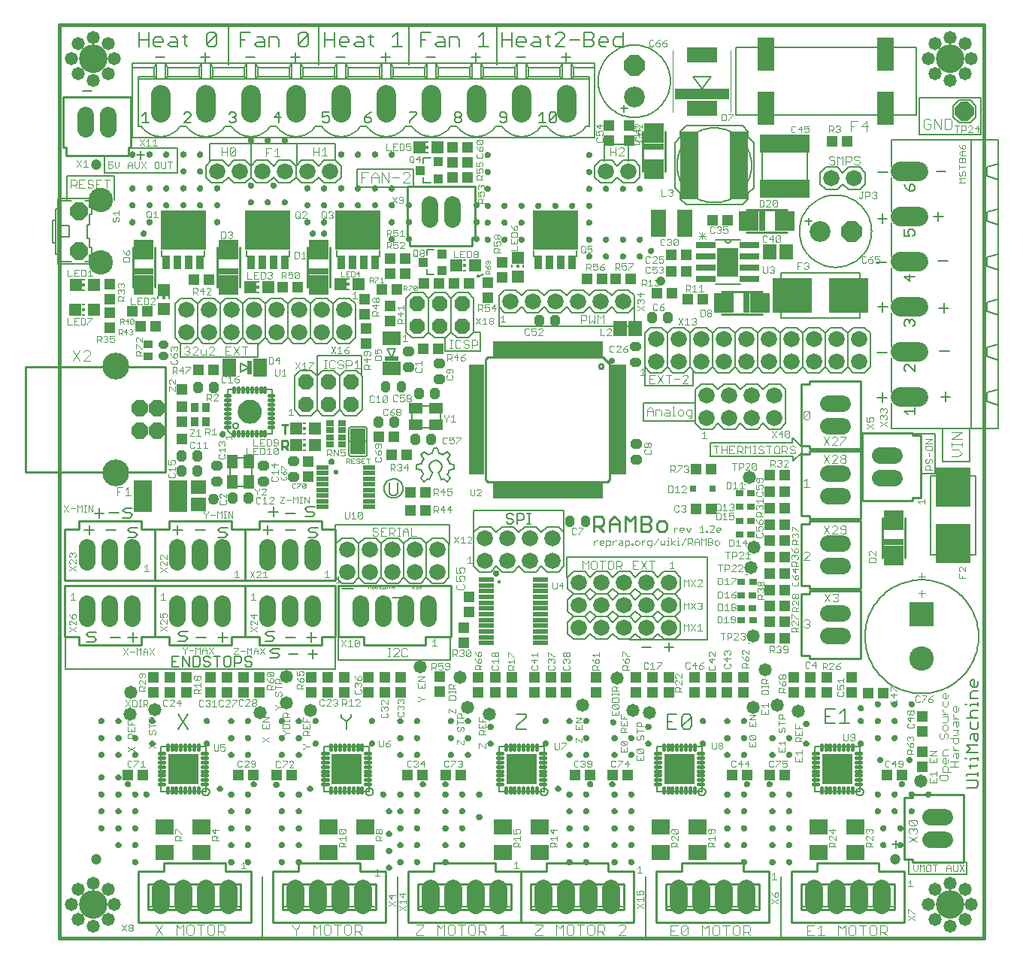
<source format=gbr>
G04 This is an RS-274x file exported by *
G04 gerbv version 2.7.0 *
G04 More information is available about gerbv at *
G04 http://gerbv.geda-project.org/ *
G04 --End of header info--*
%MOIN*%
%FSLAX36Y36*%
%IPPOS*%
G04 --Define apertures--*
%ADD10C,0.0120*%
%ADD11C,0.0030*%
%ADD12C,0.0090*%
%ADD13C,0.0070*%
%ADD14C,0.0060*%
%ADD15C,0.0050*%
%ADD16C,0.0040*%
%ADD17C,0.0080*%
%ADD18C,0.0100*%
%ADD19C,0.0020*%
%ADD20R,0.0118X0.0059*%
%ADD21R,0.0118X0.0118*%
%ADD22R,0.0240X0.0620*%
%ADD23R,0.0620X0.0240*%
%ADD24C,0.0176*%
%ADD25R,0.0059X0.0118*%
%ADD26C,0.0000*%
%ADD27R,0.2441X0.0492*%
%ADD28C,0.0010*%
%ADD29R,0.0200X0.0200*%
%ADD30R,0.0878X0.0295*%
%ADD31C,0.0221*%
%ADD32R,0.0295X0.0878*%
%ADD33C,0.0140*%
%ADD34R,0.0651X0.4901*%
%ADD35R,0.4900X0.0651*%
%ADD36R,0.0651X0.4900*%
%ADD37R,0.4900X0.0650*%
%AMMACRO38*
5,1,8,0.000000,0.000000,0.075118,22.500000*
%
%ADD38MACRO38*%
%ADD39R,0.0552X0.0552*%
%ADD40C,0.0347*%
%ADD41R,0.0178X0.0651*%
%ADD42R,0.0651X0.0178*%
%AMMACRO43*
5,1,8,0.000000,0.000000,0.080097,22.500000*
%
%ADD43MACRO43*%
%ADD44C,0.1186*%
%ADD45R,0.0828X0.1419*%
%ADD46R,0.0710X0.0540*%
%ADD47R,0.0720X0.0060*%
%ADD48C,0.0136*%
%ADD49R,0.0474X0.0474*%
%ADD50R,0.0335X0.0276*%
%ADD51R,0.0493X0.0592*%
%ADD52R,0.0631X0.0789*%
%ADD53R,0.0789X0.0631*%
%ADD54C,0.0792*%
%ADD55R,0.0790X0.0710*%
%ADD56R,0.0474X0.0513*%
%ADD57R,0.0513X0.0474*%
%ADD58C,0.0720*%
%AMMACRO59*
5,1,8,0.000000,0.000000,0.084426,22.500000*
%
%ADD59MACRO59*%
%ADD60C,0.1080*%
%ADD61R,0.0356X0.0631*%
%ADD62R,0.2049X0.1773*%
%ADD63R,0.1749X0.1580*%
%ADD64R,0.1580X0.1749*%
%ADD65C,0.0870*%
%ADD66R,0.0713X0.0243*%
%AMMACRO67*
5,1,8,0.000000,0.000000,0.099580,22.500000*
%
%ADD67MACRO67*%
%ADD68C,0.0920*%
%ADD69R,0.0592X0.0493*%
%ADD70C,0.0580*%
%ADD71R,0.0356X0.0434*%
%ADD72R,0.0671X0.0592*%
%AMMACRO73*
5,1,8,0.000000,0.000000,0.090921,22.500000*
%
%ADD73MACRO73*%
%ADD74R,0.1340X0.0710*%
%ADD75R,0.0780X0.1480*%
%ADD76R,0.1339X0.1339*%
%ADD77C,0.0474*%
%ADD78R,0.0434X0.0395*%
%ADD79R,0.0867X0.0867*%
%ADD80R,0.0560X0.0210*%
%ADD81R,0.0530X0.0170*%
%ADD82R,0.0460X0.0130*%
%ADD83R,0.0434X0.0356*%
%ADD84C,0.0320*%
%ADD85C,0.1261*%
%ADD86R,0.0316X0.0316*%
%ADD87R,0.0354X0.0276*%
%ADD88R,0.0592X0.0671*%
%ADD89R,0.1080X0.1080*%
%ADD90R,0.0860X0.0300*%
%ADD91R,0.0920X0.1260*%
%ADD92R,0.0789X0.3033*%
%ADD93R,0.0671X0.1222*%
%ADD94R,0.2245X0.0808*%
%ADD95C,0.0496*%
%ADD96C,0.0417*%
%ADD97C,0.0160*%
G04 --Start main section--*
G54D10*
G01X3174900Y2899300D02*
G01X3175100Y2900900D01*
G01X3175100Y2900900D02*
G01X3175700Y2902500D01*
G01X3175700Y2902500D02*
G01X3176600Y2903900D01*
G01X3176600Y2903900D02*
G01X3177800Y2905000D01*
G01X3177800Y2905000D02*
G01X3179200Y2905800D01*
G01X3179200Y2905800D02*
G01X3180800Y2906300D01*
G01X3180800Y2906300D02*
G01X3182400Y2906400D01*
G01X3182400Y2906400D02*
G01X3184000Y2906100D01*
G01X3184000Y2906100D02*
G01X3185500Y2905400D01*
G01X3185500Y2905400D02*
G01X3186900Y2904500D01*
G01X3186900Y2904500D02*
G01X3187900Y2903200D01*
G01X3187900Y2903200D02*
G01X3188700Y2901700D01*
G01X3188700Y2901700D02*
G01X3189100Y2900100D01*
G01X3189100Y2900100D02*
G01X3189100Y2898500D01*
G01X3189100Y2898500D02*
G01X3188700Y2896900D01*
G01X3188700Y2896900D02*
G01X3187900Y2895400D01*
G01X3187900Y2895400D02*
G01X3186900Y2894100D01*
G01X3186900Y2894100D02*
G01X3185600Y2893200D01*
G01X3185600Y2893200D02*
G01X3184000Y2892500D01*
G01X3184000Y2892500D02*
G01X3182400Y2892200D01*
G01X3182400Y2892200D02*
G01X3180800Y2892300D01*
G01X3180800Y2892300D02*
G01X3179200Y2892800D01*
G01X3179200Y2892800D02*
G01X3177800Y2893600D01*
G01X3177800Y2893600D02*
G01X3176600Y2894700D01*
G01X3176600Y2894700D02*
G01X3175700Y2896100D01*
G01X3175700Y2896100D02*
G01X3175100Y2897700D01*
G01X3175100Y2897700D02*
G01X3174900Y2899300D01*
G01X3657400Y2776800D02*
G01X3657600Y2778400D01*
G01X3657600Y2778400D02*
G01X3658200Y2780000D01*
G01X3658200Y2780000D02*
G01X3659100Y2781400D01*
G01X3659100Y2781400D02*
G01X3660300Y2782500D01*
G01X3660300Y2782500D02*
G01X3661700Y2783300D01*
G01X3661700Y2783300D02*
G01X3663300Y2783800D01*
G01X3663300Y2783800D02*
G01X3664900Y2783900D01*
G01X3664900Y2783900D02*
G01X3666500Y2783600D01*
G01X3666500Y2783600D02*
G01X3668000Y2782900D01*
G01X3668000Y2782900D02*
G01X3669400Y2782000D01*
G01X3669400Y2782000D02*
G01X3670400Y2780700D01*
G01X3670400Y2780700D02*
G01X3671200Y2779200D01*
G01X3671200Y2779200D02*
G01X3671600Y2777600D01*
G01X3671600Y2777600D02*
G01X3671600Y2776000D01*
G01X3671600Y2776000D02*
G01X3671200Y2774400D01*
G01X3671200Y2774400D02*
G01X3670400Y2772900D01*
G01X3670400Y2772900D02*
G01X3669400Y2771600D01*
G01X3669400Y2771600D02*
G01X3668100Y2770700D01*
G01X3668100Y2770700D02*
G01X3666500Y2770000D01*
G01X3666500Y2770000D02*
G01X3664900Y2769700D01*
G01X3664900Y2769700D02*
G01X3663300Y2769800D01*
G01X3663300Y2769800D02*
G01X3661700Y2770300D01*
G01X3661700Y2770300D02*
G01X3660300Y2771100D01*
G01X3660300Y2771100D02*
G01X3659100Y2772200D01*
G01X3659100Y2772200D02*
G01X3658200Y2773600D01*
G01X3658200Y2773600D02*
G01X3657600Y2775200D01*
G01X3657600Y2775200D02*
G01X3657400Y2776800D01*
G01X4387400Y2281800D02*
G01X4387600Y2283400D01*
G01X4387600Y2283400D02*
G01X4388200Y2285000D01*
G01X4388200Y2285000D02*
G01X4389100Y2286400D01*
G01X4389100Y2286400D02*
G01X4390300Y2287500D01*
G01X4390300Y2287500D02*
G01X4391700Y2288300D01*
G01X4391700Y2288300D02*
G01X4393300Y2288800D01*
G01X4393300Y2288800D02*
G01X4394900Y2288900D01*
G01X4394900Y2288900D02*
G01X4396500Y2288600D01*
G01X4396500Y2288600D02*
G01X4398000Y2287900D01*
G01X4398000Y2287900D02*
G01X4399400Y2287000D01*
G01X4399400Y2287000D02*
G01X4400400Y2285700D01*
G01X4400400Y2285700D02*
G01X4401200Y2284200D01*
G01X4401200Y2284200D02*
G01X4401600Y2282600D01*
G01X4401600Y2282600D02*
G01X4401600Y2281000D01*
G01X4401600Y2281000D02*
G01X4401200Y2279400D01*
G01X4401200Y2279400D02*
G01X4400400Y2277900D01*
G01X4400400Y2277900D02*
G01X4399400Y2276600D01*
G01X4399400Y2276600D02*
G01X4398100Y2275700D01*
G01X4398100Y2275700D02*
G01X4396500Y2275000D01*
G01X4396500Y2275000D02*
G01X4394900Y2274700D01*
G01X4394900Y2274700D02*
G01X4393300Y2274800D01*
G01X4393300Y2274800D02*
G01X4391700Y2275300D01*
G01X4391700Y2275300D02*
G01X4390300Y2276100D01*
G01X4390300Y2276100D02*
G01X4389100Y2277200D01*
G01X4389100Y2277200D02*
G01X4388200Y2278600D01*
G01X4388200Y2278600D02*
G01X4387600Y2280200D01*
G01X4387600Y2280200D02*
G01X4387400Y2281800D01*
G01X4899900Y3224300D02*
G01X4900100Y3225900D01*
G01X4900100Y3225900D02*
G01X4900700Y3227500D01*
G01X4900700Y3227500D02*
G01X4901600Y3228900D01*
G01X4901600Y3228900D02*
G01X4902800Y3230000D01*
G01X4902800Y3230000D02*
G01X4904200Y3230800D01*
G01X4904200Y3230800D02*
G01X4905800Y3231300D01*
G01X4905800Y3231300D02*
G01X4907400Y3231400D01*
G01X4907400Y3231400D02*
G01X4909000Y3231100D01*
G01X4909000Y3231100D02*
G01X4910500Y3230400D01*
G01X4910500Y3230400D02*
G01X4911900Y3229500D01*
G01X4911900Y3229500D02*
G01X4912900Y3228200D01*
G01X4912900Y3228200D02*
G01X4913700Y3226700D01*
G01X4913700Y3226700D02*
G01X4914100Y3225100D01*
G01X4914100Y3225100D02*
G01X4914100Y3223500D01*
G01X4914100Y3223500D02*
G01X4913700Y3221900D01*
G01X4913700Y3221900D02*
G01X4912900Y3220400D01*
G01X4912900Y3220400D02*
G01X4911900Y3219100D01*
G01X4911900Y3219100D02*
G01X4910600Y3218200D01*
G01X4910600Y3218200D02*
G01X4909000Y3217500D01*
G01X4909000Y3217500D02*
G01X4907400Y3217200D01*
G01X4907400Y3217200D02*
G01X4905800Y3217300D01*
G01X4905800Y3217300D02*
G01X4904200Y3217800D01*
G01X4904200Y3217800D02*
G01X4902800Y3218600D01*
G01X4902800Y3218600D02*
G01X4901600Y3219700D01*
G01X4901600Y3219700D02*
G01X4900700Y3221100D01*
G01X4900700Y3221100D02*
G01X4900100Y3222700D01*
G01X4900100Y3222700D02*
G01X4899900Y3224300D01*
G54D11*
G01X4903500Y3263800D02*
G01X4913200Y3263800D01*
G01X4913200Y3263800D02*
G01X4918000Y3268700D01*
G01X4928100Y3263800D02*
G01X4947500Y3283200D01*
G01X4947500Y3283200D02*
G01X4947500Y3288000D01*
G01X4947500Y3288000D02*
G01X4942600Y3292900D01*
G01X4942600Y3292900D02*
G01X4933000Y3292900D01*
G01X4933000Y3292900D02*
G01X4928100Y3288000D01*
G01X4918000Y3288000D02*
G01X4913200Y3292900D01*
G01X4913200Y3292900D02*
G01X4903500Y3292900D01*
G01X4903500Y3292900D02*
G01X4898700Y3288000D01*
G01X4898700Y3288000D02*
G01X4898700Y3268700D01*
G01X4898700Y3268700D02*
G01X4903500Y3263800D01*
G01X4928100Y3263800D02*
G01X4947500Y3263800D01*
G01X4957600Y3268700D02*
G01X4962400Y3263800D01*
G01X4962400Y3263800D02*
G01X4972100Y3263800D01*
G01X4972100Y3263800D02*
G01X4976900Y3268700D01*
G01X4976900Y3268700D02*
G01X4976900Y3273500D01*
G01X4976900Y3273500D02*
G01X4972100Y3278300D01*
G01X4972100Y3278300D02*
G01X4957600Y3278300D01*
G01X4957600Y3278300D02*
G01X4957600Y3268700D01*
G01X4957600Y3278300D02*
G01X4967300Y3288000D01*
G01X4967300Y3288000D02*
G01X4976900Y3292900D01*
G01X4904800Y3338300D02*
G01X4885500Y3338300D01*
G01X4885500Y3338300D02*
G01X4904800Y3357700D01*
G01X4904800Y3357700D02*
G01X4904800Y3362500D01*
G01X4904800Y3362500D02*
G01X4900000Y3367400D01*
G01X4900000Y3367400D02*
G01X4890300Y3367400D01*
G01X4890300Y3367400D02*
G01X4885500Y3362500D01*
G01X4875300Y3338300D02*
G01X4856000Y3338300D01*
G01X4856000Y3338300D02*
G01X4856000Y3367400D01*
G01X4844700Y3390800D02*
G01X4844700Y3427900D01*
G01X4844700Y3427900D02*
G01X4857000Y3415500D01*
G01X4857000Y3415500D02*
G01X4869400Y3427900D01*
G01X4869400Y3427900D02*
G01X4869400Y3390800D01*
G01X4832500Y3390800D02*
G01X4832500Y3427900D01*
G01X4807800Y3427900D02*
G01X4807800Y3390800D01*
G01X4807800Y3390800D02*
G01X4820200Y3403200D01*
G01X4820200Y3403200D02*
G01X4832500Y3390800D01*
G01X4795700Y3409300D02*
G01X4789500Y3403200D01*
G01X4789500Y3403200D02*
G01X4771000Y3403200D01*
G01X4771000Y3390800D02*
G01X4771000Y3427900D01*
G01X4771000Y3427900D02*
G01X4789500Y3427900D01*
G01X4789500Y3427900D02*
G01X4795700Y3421700D01*
G01X4795700Y3421700D02*
G01X4795700Y3409300D01*
G01X4600900Y3363000D02*
G01X4596000Y3367900D01*
G01X4596000Y3367900D02*
G01X4586400Y3367900D01*
G01X4586400Y3367900D02*
G01X4581500Y3363000D01*
G01X4571400Y3367900D02*
G01X4552100Y3367900D01*
G01X4552100Y3367900D02*
G01X4552100Y3353300D01*
G01X4552100Y3353300D02*
G01X4561700Y3358200D01*
G01X4561700Y3358200D02*
G01X4566600Y3358200D01*
G01X4566600Y3358200D02*
G01X4571400Y3353300D01*
G01X4571400Y3353300D02*
G01X4571400Y3343700D01*
G01X4571400Y3343700D02*
G01X4566600Y3338800D01*
G01X4566600Y3338800D02*
G01X4556900Y3338800D01*
G01X4556900Y3338800D02*
G01X4552100Y3343700D01*
G01X4542000Y3343700D02*
G01X4537100Y3338800D01*
G01X4537100Y3338800D02*
G01X4527400Y3338800D01*
G01X4527400Y3338800D02*
G01X4522600Y3343700D01*
G01X4522600Y3343700D02*
G01X4522600Y3363000D01*
G01X4522600Y3363000D02*
G01X4527400Y3367900D01*
G01X4527400Y3367900D02*
G01X4537100Y3367900D01*
G01X4537100Y3367900D02*
G01X4542000Y3363000D01*
G01X4581500Y3338800D02*
G01X4600900Y3358200D01*
G01X4600900Y3358200D02*
G01X4600900Y3363000D01*
G01X4600900Y3338800D02*
G01X4581500Y3338800D01*
G01X4433800Y3396400D02*
G01X4414400Y3396400D01*
G01X4424100Y3396400D02*
G01X4424100Y3425400D01*
G01X4424100Y3425400D02*
G01X4414400Y3415700D01*
G01X4389300Y3444600D02*
G01X4389300Y3473700D01*
G01X4389300Y3473700D02*
G01X4374800Y3459200D01*
G01X4374800Y3459200D02*
G01X4394100Y3459200D01*
G01X4364700Y3459200D02*
G01X4364700Y3449500D01*
G01X4364700Y3449500D02*
G01X4359800Y3444600D01*
G01X4359800Y3444600D02*
G01X4350200Y3444600D01*
G01X4350200Y3444600D02*
G01X4345300Y3449500D01*
G01X4345300Y3459200D02*
G01X4355000Y3464000D01*
G01X4355000Y3464000D02*
G01X4359800Y3464000D01*
G01X4359800Y3464000D02*
G01X4364700Y3459200D01*
G01X4364700Y3473700D02*
G01X4345300Y3473700D01*
G01X4345300Y3473700D02*
G01X4345300Y3459200D01*
G01X4335200Y3459200D02*
G01X4330400Y3454300D01*
G01X4330400Y3454300D02*
G01X4315900Y3454300D01*
G01X4325500Y3454300D02*
G01X4335200Y3444600D01*
G01X4335200Y3459200D02*
G01X4335200Y3468800D01*
G01X4335200Y3468800D02*
G01X4330400Y3473700D01*
G01X4330400Y3473700D02*
G01X4315900Y3473700D01*
G01X4315900Y3473700D02*
G01X4315900Y3444600D01*
G01X4305200Y3317900D02*
G01X4311400Y3311700D01*
G01X4311400Y3311700D02*
G01X4311400Y3299300D01*
G01X4311400Y3299300D02*
G01X4305200Y3293200D01*
G01X4305200Y3293200D02*
G01X4286700Y3293200D01*
G01X4274600Y3293200D02*
G01X4274600Y3287000D01*
G01X4274600Y3287000D02*
G01X4268400Y3280800D01*
G01X4268400Y3280800D02*
G01X4256100Y3280800D01*
G01X4256100Y3280800D02*
G01X4249900Y3287000D01*
G01X4237700Y3287000D02*
G01X4231600Y3280800D01*
G01X4231600Y3280800D02*
G01X4219200Y3280800D01*
G01X4219200Y3280800D02*
G01X4213100Y3287000D01*
G01X4213100Y3287000D02*
G01X4213100Y3311700D01*
G01X4213100Y3311700D02*
G01X4219200Y3317900D01*
G01X4219200Y3317900D02*
G01X4231600Y3317900D01*
G01X4231600Y3317900D02*
G01X4237700Y3311700D01*
G01X4249900Y3311700D02*
G01X4249900Y3305500D01*
G01X4249900Y3305500D02*
G01X4256100Y3299300D01*
G01X4256100Y3299300D02*
G01X4268400Y3299300D01*
G01X4268400Y3299300D02*
G01X4274600Y3293200D01*
G01X4286700Y3280800D02*
G01X4286700Y3317900D01*
G01X4286700Y3317900D02*
G01X4305200Y3317900D01*
G01X4274600Y3311700D02*
G01X4268400Y3317900D01*
G01X4268400Y3317900D02*
G01X4256100Y3317900D01*
G01X4256100Y3317900D02*
G01X4249900Y3311700D01*
G01X4200800Y3317900D02*
G01X4188500Y3317900D01*
G01X4194700Y3317900D02*
G01X4194700Y3280800D01*
G01X4200800Y3280800D02*
G01X4188500Y3280800D01*
G01X4193100Y3255200D02*
G01X4197900Y3250400D01*
G01X4197900Y3250400D02*
G01X4197900Y3240700D01*
G01X4197900Y3240700D02*
G01X4193100Y3235900D01*
G01X4193100Y3235900D02*
G01X4178600Y3235900D01*
G01X4188300Y3235900D02*
G01X4197900Y3226200D01*
G01X4208000Y3240700D02*
G01X4227400Y3240700D01*
G01X4237500Y3240700D02*
G01X4252000Y3240700D01*
G01X4252000Y3240700D02*
G01X4256900Y3235900D01*
G01X4256900Y3235900D02*
G01X4256900Y3231000D01*
G01X4256900Y3231000D02*
G01X4252000Y3226200D01*
G01X4252000Y3226200D02*
G01X4242300Y3226200D01*
G01X4242300Y3226200D02*
G01X4237500Y3231000D01*
G01X4237500Y3231000D02*
G01X4237500Y3240700D01*
G01X4237500Y3240700D02*
G01X4247200Y3250400D01*
G01X4247200Y3250400D02*
G01X4256900Y3255200D01*
G01X4222600Y3255200D02*
G01X4208000Y3240700D01*
G01X4222600Y3226200D02*
G01X4222600Y3255200D01*
G01X4193100Y3255200D02*
G01X4178600Y3255200D01*
G01X4178600Y3255200D02*
G01X4178600Y3226200D01*
G01X4177900Y3189400D02*
G01X4173100Y3184500D01*
G01X4173100Y3184500D02*
G01X4173100Y3174800D01*
G01X4173100Y3174800D02*
G01X4177900Y3170000D01*
G01X4177900Y3170000D02*
G01X4182800Y3170000D01*
G01X4182800Y3170000D02*
G01X4187600Y3174800D01*
G01X4187600Y3174800D02*
G01X4187600Y3189400D01*
G01X4197300Y3189400D02*
G01X4177900Y3189400D01*
G01X4197300Y3189400D02*
G01X4202100Y3184500D01*
G01X4202100Y3184500D02*
G01X4202100Y3174800D01*
G01X4202100Y3174800D02*
G01X4197300Y3170000D01*
G01X4197300Y3159900D02*
G01X4202100Y3155100D01*
G01X4202100Y3155100D02*
G01X4202100Y3145400D01*
G01X4202100Y3145400D02*
G01X4197300Y3140500D01*
G01X4197300Y3140500D02*
G01X4177900Y3140500D01*
G01X4177900Y3140500D02*
G01X4173100Y3145400D01*
G01X4173100Y3145400D02*
G01X4173100Y3155100D01*
G01X4173100Y3155100D02*
G01X4177900Y3159900D01*
G01X4064900Y3181000D02*
G01X4064900Y3190600D01*
G01X4064900Y3190600D02*
G01X4060100Y3195500D01*
G01X4064900Y3205600D02*
G01X4064900Y3224900D01*
G01X4064900Y3215300D02*
G01X4035900Y3215300D01*
G01X4035900Y3215300D02*
G01X4045600Y3205600D01*
G01X4040700Y3195500D02*
G01X4035900Y3190600D01*
G01X4035900Y3190600D02*
G01X4035900Y3181000D01*
G01X4035900Y3181000D02*
G01X4040700Y3176100D01*
G01X4040700Y3176100D02*
G01X4060100Y3176100D01*
G01X4060100Y3176100D02*
G01X4064900Y3181000D01*
G01X4011900Y3073100D02*
G01X4016800Y3068200D01*
G01X4016800Y3068200D02*
G01X4016800Y3063400D01*
G01X4016800Y3063400D02*
G01X4011900Y3058600D01*
G01X4011900Y3058600D02*
G01X4002300Y3058600D01*
G01X4002300Y3058600D02*
G01X3997400Y3063400D01*
G01X3997400Y3063400D02*
G01X3997400Y3068200D01*
G01X3997400Y3068200D02*
G01X4002300Y3073100D01*
G01X4002300Y3073100D02*
G01X4011900Y3073100D01*
G01X4011900Y3058600D02*
G01X4016800Y3053700D01*
G01X4016800Y3053700D02*
G01X4016800Y3048900D01*
G01X4016800Y3048900D02*
G01X4011900Y3044000D01*
G01X4011900Y3044000D02*
G01X4002300Y3044000D01*
G01X4002300Y3044000D02*
G01X3997400Y3048900D01*
G01X3997400Y3048900D02*
G01X3997400Y3053700D01*
G01X3997400Y3053700D02*
G01X4002300Y3058600D01*
G01X3987300Y3058600D02*
G01X3987300Y3048900D01*
G01X3987300Y3048900D02*
G01X3982500Y3044000D01*
G01X3982500Y3044000D02*
G01X3972800Y3044000D01*
G01X3972800Y3044000D02*
G01X3968000Y3048900D01*
G01X3968000Y3058600D02*
G01X3977600Y3063400D01*
G01X3977600Y3063400D02*
G01X3982500Y3063400D01*
G01X3982500Y3063400D02*
G01X3987300Y3058600D01*
G01X3987300Y3073100D02*
G01X3968000Y3073100D01*
G01X3968000Y3073100D02*
G01X3968000Y3058600D01*
G01X3957800Y3068200D02*
G01X3953000Y3073100D01*
G01X3953000Y3073100D02*
G01X3943300Y3073100D01*
G01X3943300Y3073100D02*
G01X3938500Y3068200D01*
G01X3938500Y3068200D02*
G01X3938500Y3048900D01*
G01X3938500Y3048900D02*
G01X3943300Y3044000D01*
G01X3943300Y3044000D02*
G01X3953000Y3044000D01*
G01X3953000Y3044000D02*
G01X3957800Y3048900D01*
G01X3957300Y3012400D02*
G01X3966900Y3012400D01*
G01X3966900Y3012400D02*
G01X3971800Y3007500D01*
G01X3971800Y3007500D02*
G01X3971800Y3002700D01*
G01X3971800Y3002700D02*
G01X3966900Y2997800D01*
G01X3966900Y2997800D02*
G01X3957300Y2997800D01*
G01X3957300Y2997800D02*
G01X3952400Y3002700D01*
G01X3952400Y3002700D02*
G01X3952400Y3007500D01*
G01X3952400Y3007500D02*
G01X3957300Y3012400D01*
G01X3957300Y2997800D02*
G01X3952400Y2993000D01*
G01X3952400Y2993000D02*
G01X3952400Y2988200D01*
G01X3952400Y2988200D02*
G01X3957300Y2983300D01*
G01X3957300Y2983300D02*
G01X3966900Y2983300D01*
G01X3966900Y2983300D02*
G01X3971800Y2988200D01*
G01X3971800Y2988200D02*
G01X3971800Y2993000D01*
G01X3971800Y2993000D02*
G01X3966900Y2997800D01*
G01X3942300Y2993000D02*
G01X3937500Y2997800D01*
G01X3937500Y2997800D02*
G01X3923000Y2997800D01*
G01X3923000Y2997800D02*
G01X3923000Y2988200D01*
G01X3923000Y2988200D02*
G01X3927800Y2983300D01*
G01X3927800Y2983300D02*
G01X3937500Y2983300D01*
G01X3937500Y2983300D02*
G01X3942300Y2988200D01*
G01X3942300Y2988200D02*
G01X3942300Y2993000D01*
G01X3932600Y3007500D02*
G01X3923000Y2997800D01*
G01X3932600Y3007500D02*
G01X3942300Y3012400D01*
G01X3912800Y3007500D02*
G01X3908000Y3012400D01*
G01X3908000Y3012400D02*
G01X3898300Y3012400D01*
G01X3898300Y3012400D02*
G01X3893500Y3007500D01*
G01X3893500Y3007500D02*
G01X3893500Y2988200D01*
G01X3893500Y2988200D02*
G01X3898300Y2983300D01*
G01X3898300Y2983300D02*
G01X3908000Y2983300D01*
G01X3908000Y2983300D02*
G01X3912800Y2988200D01*
G01X3906900Y3041000D02*
G01X3897200Y3041000D01*
G01X3897200Y3041000D02*
G01X3892400Y3045800D01*
G01X3892400Y3045800D02*
G01X3911700Y3065100D01*
G01X3911700Y3065100D02*
G01X3911700Y3045800D01*
G01X3911700Y3045800D02*
G01X3906900Y3041000D01*
G01X3892400Y3045800D02*
G01X3892400Y3065100D01*
G01X3892400Y3065100D02*
G01X3897200Y3070000D01*
G01X3897200Y3070000D02*
G01X3906900Y3070000D01*
G01X3906900Y3070000D02*
G01X3911700Y3065100D01*
G01X3882200Y3041000D02*
G01X3862900Y3041000D01*
G01X3872600Y3041000D02*
G01X3872600Y3070000D01*
G01X3872600Y3070000D02*
G01X3862900Y3060300D01*
G01X3852800Y3065100D02*
G01X3847900Y3070000D01*
G01X3847900Y3070000D02*
G01X3838300Y3070000D01*
G01X3838300Y3070000D02*
G01X3833400Y3065100D01*
G01X3833400Y3065100D02*
G01X3833400Y3045800D01*
G01X3833400Y3045800D02*
G01X3838300Y3041000D01*
G01X3838300Y3041000D02*
G01X3847900Y3041000D01*
G01X3847900Y3041000D02*
G01X3852800Y3045800D01*
G01X3836700Y3188600D02*
G01X3807700Y3188600D01*
G01X3807700Y3188600D02*
G01X3807700Y3203100D01*
G01X3807700Y3203100D02*
G01X3812500Y3208000D01*
G01X3812500Y3208000D02*
G01X3822200Y3208000D01*
G01X3822200Y3208000D02*
G01X3827000Y3203100D01*
G01X3827000Y3203100D02*
G01X3827000Y3188600D01*
G01X3827000Y3198300D02*
G01X3836700Y3208000D01*
G01X3822200Y3218100D02*
G01X3822200Y3237500D01*
G01X3817300Y3247600D02*
G01X3822200Y3252400D01*
G01X3822200Y3252400D02*
G01X3822200Y3266900D01*
G01X3831900Y3266900D02*
G01X3812500Y3266900D01*
G01X3812500Y3266900D02*
G01X3807700Y3262100D01*
G01X3807700Y3262100D02*
G01X3807700Y3252400D01*
G01X3807700Y3252400D02*
G01X3812500Y3247600D01*
G01X3812500Y3247600D02*
G01X3817300Y3247600D01*
G01X3831900Y3247600D02*
G01X3836700Y3252400D01*
G01X3836700Y3252400D02*
G01X3836700Y3262100D01*
G01X3836700Y3262100D02*
G01X3831900Y3266900D01*
G01X3856100Y3276000D02*
G01X3856100Y3256700D01*
G01X3856100Y3256700D02*
G01X3870700Y3256700D01*
G01X3870700Y3256700D02*
G01X3865800Y3266400D01*
G01X3865800Y3266400D02*
G01X3865800Y3271200D01*
G01X3865800Y3271200D02*
G01X3870700Y3276000D01*
G01X3870700Y3276000D02*
G01X3880300Y3276000D01*
G01X3880300Y3276000D02*
G01X3885200Y3271200D01*
G01X3885200Y3271200D02*
G01X3885200Y3261500D01*
G01X3885200Y3261500D02*
G01X3880300Y3256700D01*
G01X3880300Y3246600D02*
G01X3861000Y3246600D01*
G01X3861000Y3246600D02*
G01X3856100Y3241700D01*
G01X3856100Y3241700D02*
G01X3856100Y3227200D01*
G01X3856100Y3227200D02*
G01X3885200Y3227200D01*
G01X3885200Y3227200D02*
G01X3885200Y3241700D01*
G01X3885200Y3241700D02*
G01X3880300Y3246600D01*
G01X3836700Y3232600D02*
G01X3807700Y3232600D01*
G01X3807700Y3232600D02*
G01X3822200Y3218100D01*
G01X3790700Y3190800D02*
G01X3766000Y3190800D01*
G01X3778400Y3190800D02*
G01X3778400Y3227900D01*
G01X3778400Y3227900D02*
G01X3766000Y3215500D01*
G01X3753900Y3209300D02*
G01X3747700Y3203200D01*
G01X3747700Y3203200D02*
G01X3729200Y3203200D01*
G01X3717100Y3203200D02*
G01X3717100Y3197000D01*
G01X3717100Y3197000D02*
G01X3710900Y3190800D01*
G01X3710900Y3190800D02*
G01X3698600Y3190800D01*
G01X3698600Y3190800D02*
G01X3692400Y3197000D01*
G01X3680200Y3197000D02*
G01X3674100Y3190800D01*
G01X3674100Y3190800D02*
G01X3661700Y3190800D01*
G01X3661700Y3190800D02*
G01X3655600Y3197000D01*
G01X3655600Y3197000D02*
G01X3655600Y3221700D01*
G01X3655600Y3221700D02*
G01X3661700Y3227900D01*
G01X3661700Y3227900D02*
G01X3674100Y3227900D01*
G01X3674100Y3227900D02*
G01X3680200Y3221700D01*
G01X3692400Y3221700D02*
G01X3692400Y3215500D01*
G01X3692400Y3215500D02*
G01X3698600Y3209300D01*
G01X3698600Y3209300D02*
G01X3710900Y3209300D01*
G01X3710900Y3209300D02*
G01X3717100Y3203200D01*
G01X3729200Y3190800D02*
G01X3729200Y3227900D01*
G01X3729200Y3227900D02*
G01X3747700Y3227900D01*
G01X3747700Y3227900D02*
G01X3753900Y3221700D01*
G01X3753900Y3221700D02*
G01X3753900Y3209300D01*
G01X3717100Y3221700D02*
G01X3710900Y3227900D01*
G01X3710900Y3227900D02*
G01X3698600Y3227900D01*
G01X3698600Y3227900D02*
G01X3692400Y3221700D01*
G01X3692400Y3258100D02*
G01X3711700Y3258100D01*
G01X3702100Y3258100D02*
G01X3702100Y3287200D01*
G01X3702100Y3287200D02*
G01X3692400Y3277500D01*
G01X3682300Y3287200D02*
G01X3662900Y3258100D01*
G01X3682300Y3258100D02*
G01X3662900Y3287200D01*
G01X3721800Y3272700D02*
G01X3736400Y3272700D01*
G01X3736400Y3272700D02*
G01X3741200Y3267800D01*
G01X3741200Y3267800D02*
G01X3741200Y3263000D01*
G01X3741200Y3263000D02*
G01X3736400Y3258100D01*
G01X3736400Y3258100D02*
G01X3726700Y3258100D01*
G01X3726700Y3258100D02*
G01X3721800Y3263000D01*
G01X3721800Y3263000D02*
G01X3721800Y3272700D01*
G01X3721800Y3272700D02*
G01X3731500Y3282300D01*
G01X3731500Y3282300D02*
G01X3741200Y3287200D01*
G01X3643300Y3227900D02*
G01X3631000Y3227900D01*
G01X3637200Y3227900D02*
G01X3637200Y3190800D01*
G01X3643300Y3190800D02*
G01X3631000Y3190800D01*
G01X3583300Y3213400D02*
G01X3564000Y3194000D01*
G01X3564000Y3194000D02*
G01X3564000Y3189200D01*
G01X3553900Y3189200D02*
G01X3534500Y3189200D01*
G01X3544200Y3189200D02*
G01X3544200Y3218200D01*
G01X3544200Y3218200D02*
G01X3534500Y3208500D01*
G01X3524400Y3218200D02*
G01X3505100Y3189200D01*
G01X3524400Y3189200D02*
G01X3505100Y3218200D01*
G01X3564000Y3218200D02*
G01X3583300Y3218200D01*
G01X3583300Y3218200D02*
G01X3583300Y3213400D01*
G01X3462600Y3159500D02*
G01X3443300Y3159500D01*
G01X3453000Y3159500D02*
G01X3453000Y3188500D01*
G01X3453000Y3188500D02*
G01X3443300Y3178800D01*
G01X3433200Y3188500D02*
G01X3433200Y3164300D01*
G01X3433200Y3164300D02*
G01X3428300Y3159500D01*
G01X3428300Y3159500D02*
G01X3418700Y3159500D01*
G01X3418700Y3159500D02*
G01X3413800Y3164300D01*
G01X3413800Y3164300D02*
G01X3413800Y3188500D01*
G01X3400500Y3212100D02*
G01X3405300Y3216900D01*
G01X3405300Y3216900D02*
G01X3405300Y3236300D01*
G01X3405300Y3236300D02*
G01X3400500Y3241100D01*
G01X3400500Y3241100D02*
G01X3386000Y3241100D01*
G01X3386000Y3241100D02*
G01X3386000Y3212100D01*
G01X3386000Y3212100D02*
G01X3400500Y3212100D01*
G01X3415500Y3226600D02*
G01X3434800Y3226600D01*
G01X3430000Y3241100D02*
G01X3415500Y3226600D01*
G01X3430000Y3212100D02*
G01X3430000Y3241100D01*
G01X3292400Y3287900D02*
G01X3267700Y3287900D01*
G01X3255500Y3287900D02*
G01X3230800Y3250800D01*
G01X3218700Y3250800D02*
G01X3194000Y3250800D01*
G01X3194000Y3250800D02*
G01X3194000Y3287900D01*
G01X3194000Y3287900D02*
G01X3218700Y3287900D01*
G01X3230800Y3287900D02*
G01X3255500Y3250800D01*
G01X3280000Y3250800D02*
G01X3280000Y3287900D01*
G01X3206400Y3269300D02*
G01X3194000Y3269300D01*
G01X3145000Y3275500D02*
G01X3145000Y3281700D01*
G01X3145000Y3281700D02*
G01X3138900Y3287900D01*
G01X3138900Y3287900D02*
G01X3126500Y3287900D01*
G01X3126500Y3287900D02*
G01X3120300Y3281700D01*
G01X3108200Y3275500D02*
G01X3108200Y3250800D01*
G01X3108200Y3250800D02*
G01X3089700Y3250800D01*
G01X3089700Y3250800D02*
G01X3083500Y3257000D01*
G01X3083500Y3257000D02*
G01X3083500Y3275500D01*
G01X3071400Y3275500D02*
G01X3071400Y3281700D01*
G01X3071400Y3281700D02*
G01X3065200Y3287900D01*
G01X3065200Y3287900D02*
G01X3052900Y3287900D01*
G01X3052900Y3287900D02*
G01X3046700Y3281700D01*
G01X3034500Y3281700D02*
G01X3034500Y3275500D01*
G01X3034500Y3275500D02*
G01X3028400Y3269300D01*
G01X3028400Y3269300D02*
G01X3034500Y3263200D01*
G01X3034500Y3263200D02*
G01X3034500Y3257000D01*
G01X3034500Y3257000D02*
G01X3028400Y3250800D01*
G01X3028400Y3250800D02*
G01X3016000Y3250800D01*
G01X3016000Y3250800D02*
G01X3009900Y3257000D01*
G01X3022200Y3269300D02*
G01X3028400Y3269300D01*
G01X3034500Y3281700D02*
G01X3028400Y3287900D01*
G01X3028400Y3287900D02*
G01X3016000Y3287900D01*
G01X3016000Y3287900D02*
G01X3009900Y3281700D01*
G01X2980000Y3283400D02*
G01X2980000Y3273700D01*
G01X2980000Y3273700D02*
G01X2975200Y3268900D01*
G01X2975200Y3258800D02*
G01X2970300Y3258800D01*
G01X2970300Y3258800D02*
G01X2965500Y3253900D01*
G01X2965500Y3253900D02*
G01X2965500Y3239400D01*
G01X2965500Y3239400D02*
G01X2975200Y3239400D01*
G01X2975200Y3239400D02*
G01X2980000Y3244200D01*
G01X2980000Y3244200D02*
G01X2980000Y3253900D01*
G01X2980000Y3253900D02*
G01X2975200Y3258800D01*
G01X2955800Y3249100D02*
G01X2965500Y3239400D01*
G01X2955800Y3249100D02*
G01X2951000Y3258800D01*
G01X2955800Y3268900D02*
G01X2951000Y3273700D01*
G01X2951000Y3273700D02*
G01X2951000Y3283400D01*
G01X2951000Y3283400D02*
G01X2955800Y3288200D01*
G01X2955800Y3288200D02*
G01X2960700Y3288200D01*
G01X2960700Y3288200D02*
G01X2965500Y3283400D01*
G01X2965500Y3283400D02*
G01X2970300Y3288200D01*
G01X2970300Y3288200D02*
G01X2975200Y3288200D01*
G01X2975200Y3288200D02*
G01X2980000Y3283400D01*
G01X2965500Y3283400D02*
G01X2965500Y3278500D01*
G01X2975200Y3229300D02*
G01X2980000Y3224400D01*
G01X2980000Y3224400D02*
G01X2980000Y3214800D01*
G01X2980000Y3214800D02*
G01X2975200Y3209900D01*
G01X2975200Y3209900D02*
G01X2955800Y3209900D01*
G01X2955800Y3209900D02*
G01X2951000Y3214800D01*
G01X2951000Y3214800D02*
G01X2951000Y3224400D01*
G01X2951000Y3224400D02*
G01X2955800Y3229300D01*
G01X2959800Y3197200D02*
G01X2974300Y3197200D01*
G01X2974300Y3197200D02*
G01X2979100Y3192400D01*
G01X2979100Y3192400D02*
G01X2979100Y3182700D01*
G01X2979100Y3182700D02*
G01X2974300Y3177900D01*
G01X2974300Y3177900D02*
G01X2959800Y3177900D01*
G01X2969400Y3177900D02*
G01X2979100Y3168200D01*
G01X2989200Y3182700D02*
G01X3008600Y3182700D01*
G01X3018700Y3173000D02*
G01X3018700Y3168200D01*
G01X3018700Y3173000D02*
G01X3038000Y3192400D01*
G01X3038000Y3192400D02*
G01X3038000Y3197200D01*
G01X3038000Y3197200D02*
G01X3018700Y3197200D01*
G01X3003700Y3197200D02*
G01X2989200Y3182700D01*
G01X3003700Y3168200D02*
G01X3003700Y3197200D01*
G01X2959800Y3197200D02*
G01X2959800Y3168200D01*
G01X2952800Y3140900D02*
G01X2948000Y3140900D01*
G01X2948000Y3140900D02*
G01X2943200Y3136100D01*
G01X2943200Y3136100D02*
G01X2943200Y3126400D01*
G01X2943200Y3126400D02*
G01X2948000Y3121600D01*
G01X2948000Y3111500D02*
G01X2967400Y3092100D01*
G01X2967400Y3092100D02*
G01X2972200Y3092100D01*
G01X2972200Y3092100D02*
G01X2972200Y3111500D01*
G01X2972200Y3121600D02*
G01X2952800Y3140900D01*
G01X2972200Y3140900D02*
G01X2972200Y3121600D01*
G01X2948000Y3111500D02*
G01X2943200Y3111500D01*
G01X2943200Y3111500D02*
G01X2943200Y3092100D01*
G01X3112600Y3076700D02*
G01X3112600Y3047700D01*
G01X3112600Y3057400D02*
G01X3127100Y3057400D01*
G01X3127100Y3057400D02*
G01X3132000Y3062200D01*
G01X3132000Y3062200D02*
G01X3132000Y3071900D01*
G01X3132000Y3071900D02*
G01X3127100Y3076700D01*
G01X3127100Y3076700D02*
G01X3112600Y3076700D01*
G01X3122300Y3057400D02*
G01X3132000Y3047700D01*
G01X3142100Y3047700D02*
G01X3161400Y3067100D01*
G01X3161400Y3067100D02*
G01X3161400Y3071900D01*
G01X3161400Y3071900D02*
G01X3156600Y3076700D01*
G01X3156600Y3076700D02*
G01X3146900Y3076700D01*
G01X3146900Y3076700D02*
G01X3142100Y3071900D01*
G01X3142100Y3047700D02*
G01X3161400Y3047700D01*
G01X3181400Y3129400D02*
G01X3191100Y3129400D01*
G01X3191100Y3129400D02*
G01X3196000Y3134200D01*
G01X3206100Y3129400D02*
G01X3225400Y3129400D01*
G01X3215800Y3129400D02*
G01X3215800Y3158400D01*
G01X3215800Y3158400D02*
G01X3206100Y3148700D01*
G01X3196000Y3153600D02*
G01X3191100Y3158400D01*
G01X3191100Y3158400D02*
G01X3181400Y3158400D01*
G01X3181400Y3158400D02*
G01X3176600Y3153600D01*
G01X3176600Y3153600D02*
G01X3176600Y3134200D01*
G01X3176600Y3134200D02*
G01X3181400Y3129400D01*
G01X3235500Y3134200D02*
G01X3240400Y3129400D01*
G01X3240400Y3129400D02*
G01X3250100Y3129400D01*
G01X3250100Y3129400D02*
G01X3254900Y3134200D01*
G01X3254900Y3134200D02*
G01X3254900Y3139100D01*
G01X3254900Y3139100D02*
G01X3250100Y3143900D01*
G01X3250100Y3143900D02*
G01X3235500Y3143900D01*
G01X3235500Y3143900D02*
G01X3235500Y3134200D01*
G01X3235500Y3143900D02*
G01X3245200Y3153600D01*
G01X3245200Y3153600D02*
G01X3254900Y3158400D01*
G01X3145000Y3250800D02*
G01X3120300Y3250800D01*
G01X3120300Y3250800D02*
G01X3145000Y3275500D01*
G01X3071400Y3275500D02*
G01X3046700Y3250800D01*
G01X3046700Y3250800D02*
G01X3071400Y3250800D01*
G01X2881700Y3475500D02*
G01X2862300Y3475500D01*
G01X2862300Y3475500D02*
G01X2881700Y3494800D01*
G01X2881700Y3494800D02*
G01X2881700Y3499600D01*
G01X2881700Y3499600D02*
G01X2876800Y3504500D01*
G01X2876800Y3504500D02*
G01X2867200Y3504500D01*
G01X2867200Y3504500D02*
G01X2862300Y3499600D01*
G01X2852200Y3499600D02*
G01X2847400Y3504500D01*
G01X2847400Y3504500D02*
G01X2832900Y3504500D01*
G01X2832900Y3504500D02*
G01X2832900Y3475500D01*
G01X2832900Y3475500D02*
G01X2847400Y3475500D01*
G01X2847400Y3475500D02*
G01X2852200Y3480300D01*
G01X2852200Y3480300D02*
G01X2852200Y3499600D01*
G01X2822700Y3504500D02*
G01X2803400Y3504500D01*
G01X2803400Y3504500D02*
G01X2803400Y3475500D01*
G01X2803400Y3475500D02*
G01X2822700Y3475500D01*
G01X2813100Y3490000D02*
G01X2803400Y3490000D01*
G01X2793300Y3475500D02*
G01X2773900Y3475500D01*
G01X2773900Y3475500D02*
G01X2773900Y3504500D01*
G01X2745700Y3510700D02*
G01X2736000Y3501000D01*
G01X2736000Y3505800D02*
G01X2736000Y3491300D01*
G01X2745700Y3491300D02*
G01X2716700Y3491300D01*
G01X2716700Y3491300D02*
G01X2716700Y3505800D01*
G01X2716700Y3505800D02*
G01X2721500Y3510700D01*
G01X2721500Y3510700D02*
G01X2731200Y3510700D01*
G01X2731200Y3510700D02*
G01X2736000Y3505800D01*
G01X2740900Y3520800D02*
G01X2745700Y3525600D01*
G01X2745700Y3525600D02*
G01X2745700Y3535300D01*
G01X2745700Y3535300D02*
G01X2740900Y3540100D01*
G01X2740900Y3540100D02*
G01X2736000Y3540100D01*
G01X2736000Y3540100D02*
G01X2731200Y3535300D01*
G01X2731200Y3535300D02*
G01X2731200Y3530400D01*
G01X2731200Y3535300D02*
G01X2726300Y3540100D01*
G01X2726300Y3540100D02*
G01X2721500Y3540100D01*
G01X2721500Y3540100D02*
G01X2716700Y3535300D01*
G01X2716700Y3535300D02*
G01X2716700Y3525600D01*
G01X2716700Y3525600D02*
G01X2721500Y3520800D01*
G01X2721500Y3550200D02*
G01X2716700Y3555100D01*
G01X2716700Y3555100D02*
G01X2716700Y3564700D01*
G01X2716700Y3564700D02*
G01X2721500Y3569600D01*
G01X2721500Y3569600D02*
G01X2726300Y3569600D01*
G01X2726300Y3569600D02*
G01X2731200Y3564700D01*
G01X2731200Y3564700D02*
G01X2736000Y3569600D01*
G01X2736000Y3569600D02*
G01X2740900Y3569600D01*
G01X2740900Y3569600D02*
G01X2745700Y3564700D01*
G01X2745700Y3564700D02*
G01X2745700Y3555100D01*
G01X2745700Y3555100D02*
G01X2740900Y3550200D01*
G01X2731200Y3559900D02*
G01X2731200Y3564700D01*
G01X2740200Y3665100D02*
G01X2740200Y3679600D01*
G01X2740200Y3679600D02*
G01X2745100Y3684400D01*
G01X2745100Y3684400D02*
G01X2764400Y3684400D01*
G01X2764400Y3684400D02*
G01X2769300Y3679600D01*
G01X2769300Y3679600D02*
G01X2769300Y3665100D01*
G01X2769300Y3665100D02*
G01X2740200Y3665100D01*
G01X2754700Y3694500D02*
G01X2754700Y3709000D01*
G01X2754700Y3709000D02*
G01X2759600Y3713900D01*
G01X2759600Y3713900D02*
G01X2764400Y3713900D01*
G01X2764400Y3713900D02*
G01X2769300Y3709000D01*
G01X2769300Y3709000D02*
G01X2769300Y3699400D01*
G01X2769300Y3699400D02*
G01X2764400Y3694500D01*
G01X2764400Y3694500D02*
G01X2754700Y3694500D01*
G01X2754700Y3694500D02*
G01X2745100Y3704200D01*
G01X2745100Y3704200D02*
G01X2740200Y3713900D01*
G01X2717700Y3841900D02*
G01X2722500Y3846700D01*
G01X2722500Y3846700D02*
G01X2722500Y3856400D01*
G01X2722500Y3856400D02*
G01X2717700Y3861300D01*
G01X2717700Y3861300D02*
G01X2712800Y3861300D01*
G01X2712800Y3861300D02*
G01X2708000Y3856400D01*
G01X2708000Y3856400D02*
G01X2708000Y3846700D01*
G01X2708000Y3846700D02*
G01X2703200Y3841900D01*
G01X2703200Y3841900D02*
G01X2698300Y3841900D01*
G01X2698300Y3841900D02*
G01X2693500Y3846700D01*
G01X2693500Y3846700D02*
G01X2693500Y3856400D01*
G01X2693500Y3856400D02*
G01X2698300Y3861300D01*
G01X2703200Y3871400D02*
G01X2693500Y3881000D01*
G01X2693500Y3881000D02*
G01X2722500Y3881000D01*
G01X2722500Y3871400D02*
G01X2722500Y3890700D01*
G01X2845100Y3884000D02*
G01X2849900Y3888800D01*
G01X2849900Y3888800D02*
G01X2859600Y3888800D01*
G01X2859600Y3888800D02*
G01X2864400Y3884000D01*
G01X2864400Y3884000D02*
G01X2864400Y3864600D01*
G01X2864400Y3864600D02*
G01X2859600Y3859800D01*
G01X2859600Y3859800D02*
G01X2849900Y3859800D01*
G01X2849900Y3859800D02*
G01X2845100Y3864600D01*
G01X2845100Y3864600D02*
G01X2845100Y3884000D01*
G01X2854700Y3869500D02*
G01X2864400Y3859800D01*
G01X2874500Y3859800D02*
G01X2893900Y3859800D01*
G01X2884200Y3859800D02*
G01X2884200Y3888800D01*
G01X2884200Y3888800D02*
G01X2874500Y3879100D01*
G01X2884600Y4078300D02*
G01X2894300Y4078300D01*
G01X2894300Y4078300D02*
G01X2899100Y4083200D01*
G01X2899100Y4083200D02*
G01X2899100Y4102500D01*
G01X2899100Y4102500D02*
G01X2894300Y4107400D01*
G01X2894300Y4107400D02*
G01X2884600Y4107400D01*
G01X2884600Y4107400D02*
G01X2879800Y4102500D01*
G01X2879800Y4102500D02*
G01X2879800Y4083200D01*
G01X2879800Y4083200D02*
G01X2884600Y4078300D01*
G01X2909200Y4083200D02*
G01X2914100Y4078300D01*
G01X2914100Y4078300D02*
G01X2923700Y4078300D01*
G01X2923700Y4078300D02*
G01X2928600Y4083200D01*
G01X2928600Y4083200D02*
G01X2928600Y4107400D01*
G01X2938700Y4107400D02*
G01X2958000Y4107400D01*
G01X2948400Y4107400D02*
G01X2948400Y4078300D01*
G01X2909200Y4083200D02*
G01X2909200Y4107400D01*
G01X2840200Y4107400D02*
G01X2820800Y4078300D01*
G01X2810700Y4083200D02*
G01X2810700Y4107400D01*
G01X2820800Y4107400D02*
G01X2840200Y4078300D01*
G01X2810700Y4083200D02*
G01X2805900Y4078300D01*
G01X2805900Y4078300D02*
G01X2796200Y4078300D01*
G01X2796200Y4078300D02*
G01X2791400Y4083200D01*
G01X2791400Y4083200D02*
G01X2791400Y4107400D01*
G01X2781200Y4097700D02*
G01X2781200Y4078300D01*
G01X2781200Y4092800D02*
G01X2761900Y4092800D01*
G01X2761900Y4097700D02*
G01X2771600Y4107400D01*
G01X2771600Y4107400D02*
G01X2781200Y4097700D01*
G01X2761900Y4097700D02*
G01X2761900Y4078300D01*
G01X2722300Y4088000D02*
G01X2722300Y4107400D01*
G01X2703000Y4107400D02*
G01X2703000Y4088000D01*
G01X2703000Y4088000D02*
G01X2712600Y4078300D01*
G01X2712600Y4078300D02*
G01X2722300Y4088000D01*
G01X2692800Y4083200D02*
G01X2688000Y4078300D01*
G01X2688000Y4078300D02*
G01X2678300Y4078300D01*
G01X2678300Y4078300D02*
G01X2673500Y4083200D01*
G01X2673500Y4092800D02*
G01X2683200Y4097700D01*
G01X2683200Y4097700D02*
G01X2688000Y4097700D01*
G01X2688000Y4097700D02*
G01X2692800Y4092800D01*
G01X2692800Y4092800D02*
G01X2692800Y4083200D01*
G01X2673500Y4092800D02*
G01X2673500Y4107400D01*
G01X2673500Y4107400D02*
G01X2692800Y4107400D01*
G01X2583600Y4084600D02*
G01X2564200Y4084600D01*
G01X2573900Y4084600D02*
G01X2573900Y4113600D01*
G01X2573900Y4113600D02*
G01X2564200Y4103900D01*
G01X2554100Y4113600D02*
G01X2534800Y4084600D01*
G01X2554100Y4084600D02*
G01X2534800Y4113600D01*
G01X2813500Y4178300D02*
G01X2832800Y4207400D01*
G01X2843000Y4197700D02*
G01X2852600Y4207400D01*
G01X2852600Y4207400D02*
G01X2852600Y4178300D01*
G01X2843000Y4178300D02*
G01X2862300Y4178300D01*
G01X2872400Y4178300D02*
G01X2891800Y4178300D01*
G01X2882100Y4178300D02*
G01X2882100Y4207400D01*
G01X2882100Y4207400D02*
G01X2872400Y4197700D01*
G01X2832800Y4178300D02*
G01X2813500Y4207400D01*
G01X3176000Y4170400D02*
G01X3176000Y4133300D01*
G01X3176000Y4151800D02*
G01X3200700Y4151800D01*
G01X3212800Y4139500D02*
G01X3237500Y4164200D01*
G01X3237500Y4164200D02*
G01X3237500Y4139500D01*
G01X3237500Y4139500D02*
G01X3231300Y4133300D01*
G01X3231300Y4133300D02*
G01X3219000Y4133300D01*
G01X3219000Y4133300D02*
G01X3212800Y4139500D01*
G01X3212800Y4139500D02*
G01X3212800Y4164200D01*
G01X3212800Y4164200D02*
G01X3219000Y4170400D01*
G01X3219000Y4170400D02*
G01X3231300Y4170400D01*
G01X3231300Y4170400D02*
G01X3237500Y4164200D01*
G01X3200700Y4170400D02*
G01X3200700Y4133300D01*
G01X3373500Y4130800D02*
G01X3373500Y4167900D01*
G01X3373500Y4167900D02*
G01X3398200Y4167900D01*
G01X3410300Y4155500D02*
G01X3422700Y4167900D01*
G01X3422700Y4167900D02*
G01X3422700Y4130800D01*
G01X3435000Y4130800D02*
G01X3410300Y4130800D01*
G01X3385800Y4149300D02*
G01X3373500Y4149300D01*
G01X3583500Y4151800D02*
G01X3608200Y4151800D01*
G01X3620300Y4158000D02*
G01X3632700Y4170400D01*
G01X3632700Y4170400D02*
G01X3632700Y4133300D01*
G01X3645000Y4133300D02*
G01X3620300Y4133300D01*
G01X3608200Y4133300D02*
G01X3608200Y4170400D01*
G01X3583500Y4170400D02*
G01X3583500Y4133300D01*
G01X3548600Y3886600D02*
G01X3538900Y3886600D01*
G01X3538900Y3886600D02*
G01X3534100Y3881700D01*
G01X3524000Y3881700D02*
G01X3524000Y3862400D01*
G01X3524000Y3862400D02*
G01X3519100Y3857500D01*
G01X3519100Y3857500D02*
G01X3509500Y3857500D01*
G01X3509500Y3857500D02*
G01X3504600Y3862400D01*
G01X3504600Y3862400D02*
G01X3504600Y3881700D01*
G01X3504600Y3881700D02*
G01X3509500Y3886600D01*
G01X3509500Y3886600D02*
G01X3519100Y3886600D01*
G01X3519100Y3886600D02*
G01X3524000Y3881700D01*
G01X3514300Y3867200D02*
G01X3524000Y3857500D01*
G01X3534100Y3857500D02*
G01X3553400Y3876900D01*
G01X3553400Y3876900D02*
G01X3553400Y3881700D01*
G01X3553400Y3881700D02*
G01X3548600Y3886600D01*
G01X3553400Y3857500D02*
G01X3534100Y3857500D01*
G01X3620600Y3862600D02*
G01X3625400Y3857800D01*
G01X3625400Y3857800D02*
G01X3635100Y3857800D01*
G01X3635100Y3857800D02*
G01X3639900Y3862600D01*
G01X3639900Y3862600D02*
G01X3639900Y3882000D01*
G01X3639900Y3882000D02*
G01X3635100Y3886800D01*
G01X3635100Y3886800D02*
G01X3625400Y3886800D01*
G01X3625400Y3886800D02*
G01X3620600Y3882000D01*
G01X3620600Y3882000D02*
G01X3620600Y3862600D01*
G01X3630200Y3867500D02*
G01X3639900Y3857800D01*
G01X3650000Y3862600D02*
G01X3654900Y3857800D01*
G01X3654900Y3857800D02*
G01X3664500Y3857800D01*
G01X3664500Y3857800D02*
G01X3669400Y3862600D01*
G01X3669400Y3862600D02*
G01X3669400Y3867500D01*
G01X3669400Y3867500D02*
G01X3664500Y3872300D01*
G01X3664500Y3872300D02*
G01X3659700Y3872300D01*
G01X3664500Y3872300D02*
G01X3669400Y3877100D01*
G01X3669400Y3877100D02*
G01X3669400Y3882000D01*
G01X3669400Y3882000D02*
G01X3664500Y3886800D01*
G01X3664500Y3886800D02*
G01X3654900Y3886800D01*
G01X3654900Y3886800D02*
G01X3650000Y3882000D01*
G01X3539400Y3708600D02*
G01X3539400Y3679600D01*
G01X3549000Y3679600D02*
G01X3529700Y3679600D01*
G01X3519600Y3684400D02*
G01X3519600Y3703800D01*
G01X3519600Y3703800D02*
G01X3514700Y3708600D01*
G01X3514700Y3708600D02*
G01X3500200Y3708600D01*
G01X3500200Y3708600D02*
G01X3500200Y3679600D01*
G01X3500200Y3679600D02*
G01X3514700Y3679600D01*
G01X3514700Y3679600D02*
G01X3519600Y3684400D01*
G01X3529700Y3698900D02*
G01X3539400Y3708600D01*
G01X3516700Y3619400D02*
G01X3521500Y3614500D01*
G01X3521500Y3614500D02*
G01X3502200Y3595200D01*
G01X3502200Y3595200D02*
G01X3507000Y3590300D01*
G01X3507000Y3590300D02*
G01X3516700Y3590300D01*
G01X3516700Y3590300D02*
G01X3521500Y3595200D01*
G01X3521500Y3595200D02*
G01X3521500Y3614500D01*
G01X3516700Y3619400D02*
G01X3507000Y3619400D01*
G01X3507000Y3619400D02*
G01X3502200Y3614500D01*
G01X3502200Y3614500D02*
G01X3502200Y3595200D01*
G01X3492100Y3595200D02*
G01X3492100Y3604900D01*
G01X3492100Y3604900D02*
G01X3487200Y3609700D01*
G01X3487200Y3609700D02*
G01X3482400Y3609700D01*
G01X3482400Y3609700D02*
G01X3472700Y3604900D01*
G01X3472700Y3604900D02*
G01X3472700Y3619400D01*
G01X3472700Y3619400D02*
G01X3492100Y3619400D01*
G01X3492100Y3595200D02*
G01X3487200Y3590300D01*
G01X3487200Y3590300D02*
G01X3477600Y3590300D01*
G01X3477600Y3590300D02*
G01X3472700Y3595200D01*
G01X3462600Y3590300D02*
G01X3452900Y3600000D01*
G01X3457800Y3600000D02*
G01X3443300Y3600000D01*
G01X3443300Y3590300D02*
G01X3443300Y3619400D01*
G01X3443300Y3619400D02*
G01X3457800Y3619400D01*
G01X3457800Y3619400D02*
G01X3462600Y3614500D01*
G01X3462600Y3614500D02*
G01X3462600Y3604900D01*
G01X3462600Y3604900D02*
G01X3457800Y3600000D01*
G01X3400100Y3598700D02*
G01X3400100Y3593900D01*
G01X3400100Y3593900D02*
G01X3395300Y3589000D01*
G01X3395300Y3589000D02*
G01X3385600Y3589000D01*
G01X3385600Y3589000D02*
G01X3380800Y3593900D01*
G01X3370600Y3593900D02*
G01X3370600Y3613200D01*
G01X3370600Y3613200D02*
G01X3365800Y3618000D01*
G01X3365800Y3618000D02*
G01X3351300Y3618000D01*
G01X3351300Y3618000D02*
G01X3351300Y3589000D01*
G01X3351300Y3589000D02*
G01X3365800Y3589000D01*
G01X3365800Y3589000D02*
G01X3370600Y3593900D01*
G01X3380800Y3613200D02*
G01X3385600Y3618000D01*
G01X3385600Y3618000D02*
G01X3395300Y3618000D01*
G01X3395300Y3618000D02*
G01X3400100Y3613200D01*
G01X3400100Y3613200D02*
G01X3400100Y3608400D01*
G01X3400100Y3608400D02*
G01X3395300Y3603500D01*
G01X3395300Y3603500D02*
G01X3400100Y3598700D01*
G01X3395300Y3603500D02*
G01X3390400Y3603500D01*
G01X3341200Y3589000D02*
G01X3321800Y3589000D01*
G01X3321800Y3589000D02*
G01X3321800Y3618000D01*
G01X3321800Y3618000D02*
G01X3341200Y3618000D01*
G01X3331500Y3603500D02*
G01X3321800Y3603500D01*
G01X3311700Y3589000D02*
G01X3292400Y3589000D01*
G01X3292400Y3589000D02*
G01X3292400Y3618000D01*
G01X3219200Y3769600D02*
G01X3209500Y3769600D01*
G01X3209500Y3769600D02*
G01X3204700Y3774400D01*
G01X3194600Y3774400D02*
G01X3194600Y3793800D01*
G01X3194600Y3793800D02*
G01X3189700Y3798600D01*
G01X3189700Y3798600D02*
G01X3175200Y3798600D01*
G01X3175200Y3798600D02*
G01X3175200Y3769600D01*
G01X3175200Y3769600D02*
G01X3189700Y3769600D01*
G01X3189700Y3769600D02*
G01X3194600Y3774400D01*
G01X3204700Y3793800D02*
G01X3209500Y3798600D01*
G01X3209500Y3798600D02*
G01X3219200Y3798600D01*
G01X3219200Y3798600D02*
G01X3224000Y3793800D01*
G01X3224000Y3793800D02*
G01X3224000Y3788900D01*
G01X3224000Y3788900D02*
G01X3219200Y3784100D01*
G01X3219200Y3784100D02*
G01X3224000Y3779200D01*
G01X3224000Y3779200D02*
G01X3224000Y3774400D01*
G01X3224000Y3774400D02*
G01X3219200Y3769600D01*
G01X3219200Y3784100D02*
G01X3214400Y3784100D01*
G01X3124000Y3548400D02*
G01X3114300Y3548400D01*
G01X3114300Y3548400D02*
G01X3109500Y3543600D01*
G01X3099400Y3533900D02*
G01X3080000Y3533900D01*
G01X3080000Y3533900D02*
G01X3094500Y3548400D01*
G01X3094500Y3548400D02*
G01X3094500Y3519400D01*
G01X3109500Y3519400D02*
G01X3128800Y3538700D01*
G01X3128800Y3538700D02*
G01X3128800Y3543600D01*
G01X3128800Y3543600D02*
G01X3124000Y3548400D01*
G01X3128800Y3519400D02*
G01X3109500Y3519400D01*
G01X3069900Y3519400D02*
G01X3060200Y3529100D01*
G01X3065100Y3529100D02*
G01X3050600Y3529100D01*
G01X3050600Y3519400D02*
G01X3050600Y3548400D01*
G01X3050600Y3548400D02*
G01X3065100Y3548400D01*
G01X3065100Y3548400D02*
G01X3069900Y3543600D01*
G01X3069900Y3543600D02*
G01X3069900Y3533900D01*
G01X3069900Y3533900D02*
G01X3065100Y3529100D01*
G01X2825500Y3326600D02*
G01X2825500Y3307300D01*
G01X2825500Y3307300D02*
G01X2806200Y3326600D01*
G01X2806200Y3326600D02*
G01X2801300Y3326600D01*
G01X2801300Y3326600D02*
G01X2796500Y3321800D01*
G01X2796500Y3321800D02*
G01X2796500Y3312100D01*
G01X2796500Y3312100D02*
G01X2801300Y3307300D01*
G01X2801300Y3297100D02*
G01X2820700Y3277800D01*
G01X2820700Y3277800D02*
G01X2825500Y3277800D01*
G01X2825500Y3267700D02*
G01X2815800Y3258000D01*
G01X2815800Y3262800D02*
G01X2815800Y3248300D01*
G01X2825500Y3248300D02*
G01X2796500Y3248300D01*
G01X2796500Y3248300D02*
G01X2796500Y3262800D01*
G01X2796500Y3262800D02*
G01X2801300Y3267700D01*
G01X2801300Y3267700D02*
G01X2811000Y3267700D01*
G01X2811000Y3267700D02*
G01X2815800Y3262800D01*
G01X2796500Y3277800D02*
G01X2796500Y3297100D01*
G01X2796500Y3297100D02*
G01X2801300Y3297100D01*
G01X2701700Y3311600D02*
G01X2696900Y3306700D01*
G01X2696900Y3306700D02*
G01X2687200Y3306700D01*
G01X2687200Y3306700D02*
G01X2682400Y3311600D01*
G01X2682400Y3321200D02*
G01X2692000Y3326100D01*
G01X2692000Y3326100D02*
G01X2696900Y3326100D01*
G01X2696900Y3326100D02*
G01X2701700Y3321200D01*
G01X2701700Y3321200D02*
G01X2701700Y3311600D01*
G01X2682400Y3321200D02*
G01X2682400Y3335700D01*
G01X2682400Y3335700D02*
G01X2701700Y3335700D01*
G01X2672300Y3330900D02*
G01X2672300Y3326100D01*
G01X2672300Y3326100D02*
G01X2667400Y3321200D01*
G01X2667400Y3321200D02*
G01X2672300Y3316400D01*
G01X2672300Y3316400D02*
G01X2672300Y3311600D01*
G01X2672300Y3311600D02*
G01X2667400Y3306700D01*
G01X2667400Y3306700D02*
G01X2657700Y3306700D01*
G01X2657700Y3306700D02*
G01X2652900Y3311600D01*
G01X2642800Y3306700D02*
G01X2633100Y3316400D01*
G01X2638000Y3316400D02*
G01X2623400Y3316400D01*
G01X2623400Y3306700D02*
G01X2623400Y3335700D01*
G01X2623400Y3335700D02*
G01X2638000Y3335700D01*
G01X2638000Y3335700D02*
G01X2642800Y3330900D01*
G01X2642800Y3330900D02*
G01X2642800Y3321200D01*
G01X2642800Y3321200D02*
G01X2638000Y3316400D01*
G01X2652900Y3330900D02*
G01X2657700Y3335700D01*
G01X2657700Y3335700D02*
G01X2667400Y3335700D01*
G01X2667400Y3335700D02*
G01X2672300Y3330900D01*
G01X2667400Y3321200D02*
G01X2662600Y3321200D01*
G01X2582600Y3390700D02*
G01X2601900Y3410000D01*
G01X2601900Y3410000D02*
G01X2601900Y3414900D01*
G01X2601900Y3414900D02*
G01X2582600Y3414900D01*
G01X2572500Y3410000D02*
G01X2567600Y3414900D01*
G01X2567600Y3414900D02*
G01X2553100Y3414900D01*
G01X2553100Y3414900D02*
G01X2553100Y3385800D01*
G01X2553100Y3385800D02*
G01X2567600Y3385800D01*
G01X2567600Y3385800D02*
G01X2572500Y3390700D01*
G01X2572500Y3390700D02*
G01X2572500Y3410000D01*
G01X2582600Y3390700D02*
G01X2582600Y3385800D01*
G01X2543000Y3385800D02*
G01X2523700Y3385800D01*
G01X2523700Y3385800D02*
G01X2523700Y3414900D01*
G01X2523700Y3414900D02*
G01X2543000Y3414900D01*
G01X2533300Y3400300D02*
G01X2523700Y3400300D01*
G01X2513500Y3385800D02*
G01X2494200Y3385800D01*
G01X2494200Y3385800D02*
G01X2494200Y3414900D01*
G01X2495000Y3600300D02*
G01X2514300Y3600300D01*
G01X2524400Y3600300D02*
G01X2543800Y3600300D01*
G01X2553900Y3600300D02*
G01X2568400Y3600300D01*
G01X2568400Y3600300D02*
G01X2573300Y3605100D01*
G01X2573300Y3605100D02*
G01X2573300Y3624400D01*
G01X2573300Y3624400D02*
G01X2568400Y3629300D01*
G01X2568400Y3629300D02*
G01X2553900Y3629300D01*
G01X2553900Y3629300D02*
G01X2553900Y3600300D01*
G01X2534100Y3614800D02*
G01X2524400Y3614800D01*
G01X2524400Y3629300D02*
G01X2524400Y3600300D01*
G01X2524400Y3629300D02*
G01X2543800Y3629300D01*
G01X2583400Y3619600D02*
G01X2593000Y3629300D01*
G01X2593000Y3629300D02*
G01X2593000Y3600300D01*
G01X2583400Y3600300D02*
G01X2602700Y3600300D01*
G01X2495000Y3600300D02*
G01X2495000Y3629300D01*
G01X3036300Y2919900D02*
G01X3055700Y2919900D01*
G01X3055700Y2919900D02*
G01X3055700Y2915000D01*
G01X3055700Y2915000D02*
G01X3036300Y2895700D01*
G01X3036300Y2895700D02*
G01X3036300Y2890800D01*
G01X3036300Y2890800D02*
G01X3055700Y2890800D01*
G01X3065800Y2890800D02*
G01X3085100Y2890800D01*
G01X3075500Y2890800D02*
G01X3075500Y2919900D01*
G01X3075500Y2919900D02*
G01X3065800Y2910200D01*
G01X3105500Y2906300D02*
G01X3120000Y2906300D01*
G01X3120000Y2906300D02*
G01X3124800Y2911200D01*
G01X3124800Y2911200D02*
G01X3124800Y2920800D01*
G01X3124800Y2920800D02*
G01X3120000Y2925700D01*
G01X3120000Y2925700D02*
G01X3105500Y2925700D01*
G01X3105500Y2925700D02*
G01X3105500Y2896600D01*
G01X3115200Y2906300D02*
G01X3124800Y2896600D01*
G01X3135000Y2896600D02*
G01X3154300Y2896600D01*
G01X3144600Y2896600D02*
G01X3144600Y2925700D01*
G01X3144600Y2925700D02*
G01X3135000Y2916000D01*
G01X3168100Y2868800D02*
G01X3173000Y2868800D01*
G01X3173000Y2868800D02*
G01X3177800Y2864000D01*
G01X3177800Y2864000D02*
G01X3182600Y2868800D01*
G01X3182600Y2868800D02*
G01X3187500Y2868800D01*
G01X3187500Y2868800D02*
G01X3192300Y2864000D01*
G01X3192300Y2864000D02*
G01X3192300Y2854300D01*
G01X3192300Y2854300D02*
G01X3187500Y2849400D01*
G01X3192300Y2839300D02*
G01X3192300Y2820000D01*
G01X3192300Y2829700D02*
G01X3163300Y2829700D01*
G01X3163300Y2829700D02*
G01X3173000Y2820000D01*
G01X3168100Y2809900D02*
G01X3163300Y2805000D01*
G01X3163300Y2805000D02*
G01X3163300Y2795400D01*
G01X3163300Y2795400D02*
G01X3168100Y2790500D01*
G01X3168100Y2790500D02*
G01X3187500Y2790500D01*
G01X3187500Y2790500D02*
G01X3192300Y2795400D01*
G01X3192300Y2795400D02*
G01X3192300Y2805000D01*
G01X3192300Y2805000D02*
G01X3187500Y2809900D01*
G01X3168100Y2849400D02*
G01X3163300Y2854300D01*
G01X3163300Y2854300D02*
G01X3163300Y2864000D01*
G01X3163300Y2864000D02*
G01X3168100Y2868800D01*
G01X3177800Y2864000D02*
G01X3177800Y2859100D01*
G01X3202400Y2878800D02*
G01X3192700Y2888500D01*
G01X3192700Y2888500D02*
G01X3221800Y2888500D01*
G01X3221800Y2898100D02*
G01X3221800Y2878800D01*
G01X3289200Y2839500D02*
G01X3289200Y2810500D01*
G01X3289200Y2810500D02*
G01X3308500Y2810500D01*
G01X3318700Y2810500D02*
G01X3338000Y2810500D01*
G01X3348100Y2810500D02*
G01X3362600Y2810500D01*
G01X3362600Y2810500D02*
G01X3367500Y2815300D01*
G01X3367500Y2815300D02*
G01X3367500Y2834700D01*
G01X3367500Y2834700D02*
G01X3362600Y2839500D01*
G01X3362600Y2839500D02*
G01X3348100Y2839500D01*
G01X3348100Y2839500D02*
G01X3348100Y2810500D01*
G01X3328300Y2825000D02*
G01X3318700Y2825000D01*
G01X3318700Y2839500D02*
G01X3318700Y2810500D01*
G01X3318700Y2839500D02*
G01X3338000Y2839500D01*
G01X3338500Y2848300D02*
G01X3319200Y2848300D01*
G01X3319200Y2848300D02*
G01X3319200Y2877300D01*
G01X3348700Y2877300D02*
G01X3348700Y2848300D01*
G01X3348700Y2848300D02*
G01X3368000Y2848300D01*
G01X3378100Y2848300D02*
G01X3392600Y2848300D01*
G01X3392600Y2848300D02*
G01X3397500Y2853100D01*
G01X3397500Y2853100D02*
G01X3397500Y2872500D01*
G01X3397500Y2872500D02*
G01X3392600Y2877300D01*
G01X3392600Y2877300D02*
G01X3378100Y2877300D01*
G01X3378100Y2877300D02*
G01X3378100Y2848300D01*
G01X3387300Y2839500D02*
G01X3387300Y2810500D01*
G01X3396900Y2810500D02*
G01X3377600Y2810500D01*
G01X3377600Y2829800D02*
G01X3387300Y2839500D01*
G01X3407000Y2834700D02*
G01X3411900Y2839500D01*
G01X3411900Y2839500D02*
G01X3421600Y2839500D01*
G01X3421600Y2839500D02*
G01X3426400Y2834700D01*
G01X3426400Y2834700D02*
G01X3407000Y2815300D01*
G01X3407000Y2815300D02*
G01X3411900Y2810500D01*
G01X3411900Y2810500D02*
G01X3421600Y2810500D01*
G01X3421600Y2810500D02*
G01X3426400Y2815300D01*
G01X3426400Y2815300D02*
G01X3426400Y2834700D01*
G01X3422100Y2848300D02*
G01X3426900Y2853100D01*
G01X3426900Y2853100D02*
G01X3426900Y2872500D01*
G01X3426900Y2872500D02*
G01X3422100Y2877300D01*
G01X3422100Y2877300D02*
G01X3412400Y2877300D01*
G01X3412400Y2877300D02*
G01X3407600Y2872500D01*
G01X3407600Y2872500D02*
G01X3407600Y2867600D01*
G01X3407600Y2867600D02*
G01X3412400Y2862800D01*
G01X3412400Y2862800D02*
G01X3426900Y2862800D01*
G01X3422100Y2848300D02*
G01X3412400Y2848300D01*
G01X3412400Y2848300D02*
G01X3407600Y2853100D01*
G01X3407000Y2834700D02*
G01X3407000Y2815300D01*
G01X3411900Y2769900D02*
G01X3411900Y2750500D01*
G01X3411900Y2750500D02*
G01X3397400Y2765000D01*
G01X3397400Y2765000D02*
G01X3426400Y2765000D01*
G01X3426400Y2740400D02*
G01X3426400Y2721000D01*
G01X3426400Y2730700D02*
G01X3397400Y2730700D01*
G01X3397400Y2730700D02*
G01X3407100Y2721000D01*
G01X3402300Y2710900D02*
G01X3397400Y2706100D01*
G01X3397400Y2706100D02*
G01X3397400Y2696400D01*
G01X3397400Y2696400D02*
G01X3402300Y2691600D01*
G01X3402300Y2691600D02*
G01X3421600Y2691600D01*
G01X3421600Y2691600D02*
G01X3426400Y2696400D01*
G01X3426400Y2696400D02*
G01X3426400Y2706100D01*
G01X3426400Y2706100D02*
G01X3421600Y2710900D01*
G01X3369300Y2659400D02*
G01X3359700Y2659400D01*
G01X3359700Y2659400D02*
G01X3354800Y2654600D01*
G01X3344700Y2654600D02*
G01X3344700Y2659400D01*
G01X3344700Y2654600D02*
G01X3335000Y2644900D01*
G01X3335000Y2644900D02*
G01X3335000Y2630400D01*
G01X3334800Y2619900D02*
G01X3329900Y2615100D01*
G01X3329900Y2615100D02*
G01X3329900Y2595700D01*
G01X3329900Y2595700D02*
G01X3334800Y2590900D01*
G01X3334800Y2590900D02*
G01X3344400Y2590900D01*
G01X3344400Y2590900D02*
G01X3349300Y2595700D01*
G01X3359400Y2590900D02*
G01X3378800Y2590900D01*
G01X3369100Y2590900D02*
G01X3369100Y2619900D01*
G01X3369100Y2619900D02*
G01X3359400Y2610200D01*
G01X3349300Y2615100D02*
G01X3344400Y2619900D01*
G01X3344400Y2619900D02*
G01X3334800Y2619900D01*
G01X3354800Y2630400D02*
G01X3374200Y2649700D01*
G01X3374200Y2649700D02*
G01X3374200Y2654600D01*
G01X3374200Y2654600D02*
G01X3369300Y2659400D01*
G01X3374200Y2630400D02*
G01X3354800Y2630400D01*
G01X3335000Y2644900D02*
G01X3325400Y2654600D01*
G01X3325400Y2654600D02*
G01X3325400Y2659400D01*
G01X3388900Y2615100D02*
G01X3393700Y2619900D01*
G01X3393700Y2619900D02*
G01X3403400Y2619900D01*
G01X3403400Y2619900D02*
G01X3408200Y2615100D01*
G01X3408200Y2615100D02*
G01X3408200Y2610200D01*
G01X3408200Y2610200D02*
G01X3388900Y2590900D01*
G01X3388900Y2590900D02*
G01X3408200Y2590900D01*
G01X3436000Y2593300D02*
G01X3455300Y2593300D01*
G01X3465500Y2607800D02*
G01X3484800Y2607800D01*
G01X3494900Y2593300D02*
G01X3494900Y2622400D01*
G01X3494900Y2622400D02*
G01X3504600Y2612700D01*
G01X3504600Y2612700D02*
G01X3514300Y2622400D01*
G01X3514300Y2622400D02*
G01X3514300Y2593300D01*
G01X3524400Y2593300D02*
G01X3534100Y2593300D01*
G01X3529200Y2593300D02*
G01X3529200Y2622400D01*
G01X3524400Y2622400D02*
G01X3534100Y2622400D01*
G01X3544000Y2622400D02*
G01X3563400Y2593300D01*
G01X3563400Y2593300D02*
G01X3563400Y2622400D01*
G01X3544000Y2622400D02*
G01X3544000Y2593300D01*
G01X3455300Y2617500D02*
G01X3436000Y2598200D01*
G01X3436000Y2598200D02*
G01X3436000Y2593300D01*
G01X3436000Y2622400D02*
G01X3455300Y2622400D01*
G01X3455300Y2622400D02*
G01X3455300Y2617500D01*
G01X3225900Y2557400D02*
G01X3225900Y2528300D01*
G01X3225900Y2528300D02*
G01X3206500Y2557400D01*
G01X3206500Y2557400D02*
G01X3206500Y2528300D01*
G01X3196600Y2528300D02*
G01X3186900Y2528300D01*
G01X3191700Y2528300D02*
G01X3191700Y2557400D01*
G01X3186900Y2557400D02*
G01X3196600Y2557400D01*
G01X3176800Y2557400D02*
G01X3176800Y2528300D01*
G01X3157400Y2528300D02*
G01X3157400Y2557400D01*
G01X3157400Y2557400D02*
G01X3167100Y2547700D01*
G01X3167100Y2547700D02*
G01X3176800Y2557400D01*
G01X3174000Y2587200D02*
G01X3193300Y2587200D01*
G01X3193300Y2587200D02*
G01X3198200Y2592000D01*
G01X3198200Y2592000D02*
G01X3198200Y2601700D01*
G01X3198200Y2601700D02*
G01X3193300Y2606500D01*
G01X3198200Y2616700D02*
G01X3178800Y2636000D01*
G01X3178800Y2636000D02*
G01X3174000Y2636000D01*
G01X3174000Y2636000D02*
G01X3169200Y2631200D01*
G01X3169200Y2631200D02*
G01X3169200Y2621500D01*
G01X3169200Y2621500D02*
G01X3174000Y2616700D01*
G01X3174000Y2606500D02*
G01X3169200Y2601700D01*
G01X3169200Y2601700D02*
G01X3169200Y2592000D01*
G01X3169200Y2592000D02*
G01X3174000Y2587200D01*
G01X3198200Y2616700D02*
G01X3198200Y2636000D01*
G01X3117800Y2557400D02*
G01X3117800Y2552500D01*
G01X3117800Y2552500D02*
G01X3108200Y2542800D01*
G01X3108200Y2542800D02*
G01X3108200Y2528300D01*
G01X3108200Y2542800D02*
G01X3098500Y2552500D01*
G01X3098500Y2552500D02*
G01X3098500Y2557400D01*
G01X3128000Y2542800D02*
G01X3147300Y2542800D01*
G01X2970200Y2711800D02*
G01X2970200Y2721500D01*
G01X2970200Y2721500D02*
G01X2965300Y2726300D01*
G01X2970200Y2736400D02*
G01X2970200Y2755800D01*
G01X2970200Y2746100D02*
G01X2941200Y2746100D01*
G01X2941200Y2746100D02*
G01X2950800Y2736400D01*
G01X2946000Y2726300D02*
G01X2941200Y2721500D01*
G01X2941200Y2721500D02*
G01X2941200Y2711800D01*
G01X2941200Y2711800D02*
G01X2946000Y2707000D01*
G01X2946000Y2707000D02*
G01X2965300Y2707000D01*
G01X2965300Y2707000D02*
G01X2970200Y2711800D01*
G01X2965300Y2765900D02*
G01X2970200Y2770700D01*
G01X2970200Y2770700D02*
G01X2970200Y2780400D01*
G01X2970200Y2780400D02*
G01X2965300Y2785200D01*
G01X2965300Y2785200D02*
G01X2955700Y2785200D01*
G01X2955700Y2785200D02*
G01X2950800Y2780400D01*
G01X2950800Y2780400D02*
G01X2950800Y2775600D01*
G01X2950800Y2775600D02*
G01X2955700Y2765900D01*
G01X2955700Y2765900D02*
G01X2941200Y2765900D01*
G01X2941200Y2765900D02*
G01X2941200Y2785200D01*
G01X3037100Y2841800D02*
G01X3041900Y2837000D01*
G01X3041900Y2837000D02*
G01X3051600Y2837000D01*
G01X3051600Y2837000D02*
G01X3056400Y2841800D01*
G01X3066500Y2837000D02*
G01X3085900Y2837000D01*
G01X3076200Y2837000D02*
G01X3076200Y2866000D01*
G01X3076200Y2866000D02*
G01X3066500Y2856300D01*
G01X3056400Y2861100D02*
G01X3051600Y2866000D01*
G01X3051600Y2866000D02*
G01X3041900Y2866000D01*
G01X3041900Y2866000D02*
G01X3037100Y2861100D01*
G01X3037100Y2861100D02*
G01X3037100Y2841800D01*
G01X3096000Y2837000D02*
G01X3115300Y2837000D01*
G01X3105700Y2837000D02*
G01X3105700Y2866000D01*
G01X3105700Y2866000D02*
G01X3096000Y2856300D01*
G01X3348700Y2862800D02*
G01X3358300Y2862800D01*
G01X3348700Y2877300D02*
G01X3368000Y2877300D01*
G01X3475400Y2983300D02*
G01X3494700Y2983300D01*
G01X3485000Y2983300D02*
G01X3485000Y3012300D01*
G01X3485000Y3012300D02*
G01X3475400Y3002600D01*
G01X3644500Y2832000D02*
G01X3644500Y2803000D01*
G01X3644500Y2812700D02*
G01X3659000Y2812700D01*
G01X3659000Y2812700D02*
G01X3663800Y2817500D01*
G01X3663800Y2817500D02*
G01X3663800Y2827200D01*
G01X3663800Y2827200D02*
G01X3659000Y2832000D01*
G01X3659000Y2832000D02*
G01X3644500Y2832000D01*
G01X3654200Y2812700D02*
G01X3663800Y2803000D01*
G01X3673900Y2803000D02*
G01X3673900Y2832000D01*
G01X3673900Y2832000D02*
G01X3693300Y2803000D01*
G01X3693300Y2803000D02*
G01X3693300Y2832000D01*
G01X3703400Y2832000D02*
G01X3703400Y2817500D01*
G01X3703400Y2817500D02*
G01X3713100Y2822400D01*
G01X3713100Y2822400D02*
G01X3717900Y2822400D01*
G01X3717900Y2822400D02*
G01X3722800Y2817500D01*
G01X3722800Y2817500D02*
G01X3722800Y2807900D01*
G01X3722800Y2807900D02*
G01X3717900Y2803000D01*
G01X3717900Y2803000D02*
G01X3708300Y2803000D01*
G01X3708300Y2803000D02*
G01X3703400Y2807900D01*
G01X3703400Y2832000D02*
G01X3722800Y2832000D01*
G01X3856500Y2827100D02*
G01X3861300Y2817500D01*
G01X3861300Y2817500D02*
G01X3871000Y2807800D01*
G01X3871000Y2807800D02*
G01X3871000Y2822300D01*
G01X3871000Y2822300D02*
G01X3875800Y2827100D01*
G01X3875800Y2827100D02*
G01X3880700Y2827100D01*
G01X3880700Y2827100D02*
G01X3885500Y2822300D01*
G01X3885500Y2822300D02*
G01X3885500Y2812600D01*
G01X3885500Y2812600D02*
G01X3880700Y2807800D01*
G01X3880700Y2807800D02*
G01X3871000Y2807800D01*
G01X3880700Y2797700D02*
G01X3885500Y2792800D01*
G01X3885500Y2792800D02*
G01X3885500Y2783200D01*
G01X3885500Y2783200D02*
G01X3880700Y2778300D01*
G01X3880700Y2778300D02*
G01X3861300Y2778300D01*
G01X3861300Y2778300D02*
G01X3856500Y2783200D01*
G01X3856500Y2783200D02*
G01X3856500Y2792800D01*
G01X3856500Y2792800D02*
G01X3861300Y2797700D01*
G01X3861300Y2837300D02*
G01X3866200Y2837300D01*
G01X3866200Y2837300D02*
G01X3871000Y2842100D01*
G01X3871000Y2842100D02*
G01X3871000Y2856600D01*
G01X3880700Y2856600D02*
G01X3861300Y2856600D01*
G01X3861300Y2856600D02*
G01X3856500Y2851800D01*
G01X3856500Y2851800D02*
G01X3856500Y2842100D01*
G01X3856500Y2842100D02*
G01X3861300Y2837300D01*
G01X3880700Y2837300D02*
G01X3885500Y2842100D01*
G01X3885500Y2842100D02*
G01X3885500Y2851800D01*
G01X3885500Y2851800D02*
G01X3880700Y2856600D01*
G01X3926000Y2767400D02*
G01X3940500Y2767400D01*
G01X3940500Y2767400D02*
G01X3945300Y2762500D01*
G01X3945300Y2762500D02*
G01X3945300Y2752800D01*
G01X3945300Y2752800D02*
G01X3940500Y2748000D01*
G01X3940500Y2748000D02*
G01X3926000Y2748000D01*
G01X3926000Y2738300D02*
G01X3926000Y2767400D01*
G01X3935700Y2748000D02*
G01X3945300Y2738300D01*
G01X3955500Y2743200D02*
G01X3960300Y2738300D01*
G01X3960300Y2738300D02*
G01X3970000Y2738300D01*
G01X3970000Y2738300D02*
G01X3974800Y2743200D01*
G01X3974800Y2743200D02*
G01X3974800Y2748000D01*
G01X3974800Y2748000D02*
G01X3970000Y2752800D01*
G01X3970000Y2752800D02*
G01X3965100Y2752800D01*
G01X3970000Y2752800D02*
G01X3974800Y2757700D01*
G01X3974800Y2757700D02*
G01X3974800Y2762500D01*
G01X3974800Y2762500D02*
G01X3970000Y2767400D01*
G01X3970000Y2767400D02*
G01X3960300Y2767400D01*
G01X3960300Y2767400D02*
G01X3955500Y2762500D01*
G01X3984900Y2752800D02*
G01X4004300Y2752800D01*
G01X3999400Y2738300D02*
G01X3999400Y2767400D01*
G01X3999400Y2767400D02*
G01X3984900Y2752800D01*
G01X4118000Y2658200D02*
G01X4118000Y2629100D01*
G01X4118000Y2638800D02*
G01X4132500Y2638800D01*
G01X4132500Y2638800D02*
G01X4137400Y2643700D01*
G01X4137400Y2643700D02*
G01X4137400Y2653300D01*
G01X4137400Y2653300D02*
G01X4132500Y2658200D01*
G01X4132500Y2658200D02*
G01X4118000Y2658200D01*
G01X4127700Y2638800D02*
G01X4137400Y2629100D01*
G01X4147500Y2643700D02*
G01X4166800Y2643700D01*
G01X4177000Y2643700D02*
G01X4186600Y2648500D01*
G01X4186600Y2648500D02*
G01X4191500Y2648500D01*
G01X4191500Y2648500D02*
G01X4196300Y2643700D01*
G01X4196300Y2643700D02*
G01X4196300Y2634000D01*
G01X4196300Y2634000D02*
G01X4191500Y2629100D01*
G01X4191500Y2629100D02*
G01X4181800Y2629100D01*
G01X4181800Y2629100D02*
G01X4177000Y2634000D01*
G01X4177000Y2643700D02*
G01X4177000Y2658200D01*
G01X4177000Y2658200D02*
G01X4196300Y2658200D01*
G01X4162000Y2658200D02*
G01X4147500Y2643700D01*
G01X4162000Y2629100D02*
G01X4162000Y2658200D01*
G01X4162000Y2580700D02*
G01X4147500Y2566200D01*
G01X4147500Y2566200D02*
G01X4166800Y2566200D01*
G01X4177000Y2566200D02*
G01X4196300Y2566200D01*
G01X4191500Y2580700D02*
G01X4177000Y2566200D01*
G01X4191500Y2551700D02*
G01X4191500Y2580700D01*
G01X4162000Y2580700D02*
G01X4162000Y2551700D01*
G01X4137400Y2551700D02*
G01X4127700Y2561300D01*
G01X4132500Y2561300D02*
G01X4118000Y2561300D01*
G01X4118000Y2551700D02*
G01X4118000Y2580700D01*
G01X4118000Y2580700D02*
G01X4132500Y2580700D01*
G01X4132500Y2580700D02*
G01X4137400Y2575900D01*
G01X4137400Y2575900D02*
G01X4137400Y2566200D01*
G01X4137400Y2566200D02*
G01X4132500Y2561300D01*
G01X4207400Y2445500D02*
G01X4226800Y2416500D01*
G01X4236900Y2416500D02*
G01X4256200Y2416500D01*
G01X4246600Y2416500D02*
G01X4246600Y2445500D01*
G01X4246600Y2445500D02*
G01X4236900Y2435900D01*
G01X4226800Y2445500D02*
G01X4207400Y2416500D01*
G01X4266400Y2416500D02*
G01X4285700Y2435900D01*
G01X4285700Y2435900D02*
G01X4285700Y2440700D01*
G01X4285700Y2440700D02*
G01X4280900Y2445500D01*
G01X4280900Y2445500D02*
G01X4271200Y2445500D01*
G01X4271200Y2445500D02*
G01X4266400Y2440700D01*
G01X4266400Y2416500D02*
G01X4285700Y2416500D01*
G01X4276700Y2358300D02*
G01X4267000Y2348700D01*
G01X4276700Y2358300D02*
G01X4276700Y2329300D01*
G01X4267000Y2329300D02*
G01X4286400Y2329300D01*
G01X4255500Y2303100D02*
G01X4255500Y2290800D01*
G01X4255500Y2290800D02*
G01X4249300Y2284600D01*
G01X4249300Y2272500D02*
G01X4255500Y2266300D01*
G01X4255500Y2266300D02*
G01X4255500Y2254000D01*
G01X4255500Y2254000D02*
G01X4249300Y2247800D01*
G01X4249300Y2235600D02*
G01X4255500Y2229500D01*
G01X4255500Y2229500D02*
G01X4255500Y2217100D01*
G01X4255500Y2217100D02*
G01X4249300Y2210900D01*
G01X4249300Y2210900D02*
G01X4224600Y2210900D01*
G01X4224600Y2210900D02*
G01X4218500Y2217100D01*
G01X4218500Y2217100D02*
G01X4218500Y2229500D01*
G01X4218500Y2229500D02*
G01X4224600Y2235600D01*
G01X4218500Y2247800D02*
G01X4237000Y2247800D01*
G01X4237000Y2247800D02*
G01X4230800Y2260100D01*
G01X4230800Y2260100D02*
G01X4230800Y2266300D01*
G01X4230800Y2266300D02*
G01X4237000Y2272500D01*
G01X4237000Y2272500D02*
G01X4249300Y2272500D01*
G01X4237000Y2284600D02*
G01X4230800Y2297000D01*
G01X4230800Y2297000D02*
G01X4230800Y2303100D01*
G01X4230800Y2303100D02*
G01X4237000Y2309300D01*
G01X4237000Y2309300D02*
G01X4249300Y2309300D01*
G01X4249300Y2309300D02*
G01X4255500Y2303100D01*
G01X4237000Y2284600D02*
G01X4218500Y2284600D01*
G01X4218500Y2284600D02*
G01X4218500Y2309300D01*
G01X4218500Y2272500D02*
G01X4218500Y2247800D01*
G01X4120500Y1990800D02*
G01X4120500Y1961800D01*
G01X4130100Y1961800D02*
G01X4110800Y1961800D01*
G01X4110800Y1981100D02*
G01X4120500Y1990800D01*
G01X4123100Y1884800D02*
G01X4127900Y1880000D01*
G01X4127900Y1880000D02*
G01X4127900Y1870300D01*
G01X4127900Y1870300D02*
G01X4123100Y1865500D01*
G01X4123100Y1865500D02*
G01X4108600Y1865500D01*
G01X4118300Y1865500D02*
G01X4127900Y1855800D01*
G01X4138000Y1860600D02*
G01X4142900Y1855800D01*
G01X4142900Y1855800D02*
G01X4152600Y1855800D01*
G01X4152600Y1855800D02*
G01X4157400Y1860600D01*
G01X4157400Y1860600D02*
G01X4157400Y1870300D01*
G01X4157400Y1870300D02*
G01X4152600Y1875200D01*
G01X4152600Y1875200D02*
G01X4147700Y1875200D01*
G01X4147700Y1875200D02*
G01X4138000Y1870300D01*
G01X4138000Y1870300D02*
G01X4138000Y1884800D01*
G01X4138000Y1884800D02*
G01X4157400Y1884800D01*
G01X4167500Y1880000D02*
G01X4167500Y1875200D01*
G01X4167500Y1875200D02*
G01X4172300Y1870300D01*
G01X4172300Y1870300D02*
G01X4186900Y1870300D01*
G01X4186900Y1860600D02*
G01X4186900Y1880000D01*
G01X4186900Y1880000D02*
G01X4182000Y1884800D01*
G01X4182000Y1884800D02*
G01X4172300Y1884800D01*
G01X4172300Y1884800D02*
G01X4167500Y1880000D01*
G01X4167500Y1860600D02*
G01X4172300Y1855800D01*
G01X4172300Y1855800D02*
G01X4182000Y1855800D01*
G01X4182000Y1855800D02*
G01X4186900Y1860600D01*
G01X4202500Y1914200D02*
G01X4202500Y1943200D01*
G01X4202500Y1943200D02*
G01X4217000Y1943200D01*
G01X4217000Y1943200D02*
G01X4221900Y1938400D01*
G01X4221900Y1938400D02*
G01X4221900Y1928700D01*
G01X4221900Y1928700D02*
G01X4217000Y1923900D01*
G01X4217000Y1923900D02*
G01X4202500Y1923900D01*
G01X4212200Y1923900D02*
G01X4221900Y1914200D01*
G01X4232000Y1919100D02*
G01X4236800Y1914200D01*
G01X4236800Y1914200D02*
G01X4246500Y1914200D01*
G01X4246500Y1914200D02*
G01X4251300Y1919100D01*
G01X4251300Y1919100D02*
G01X4251300Y1923900D01*
G01X4251300Y1923900D02*
G01X4246500Y1928700D01*
G01X4246500Y1928700D02*
G01X4241600Y1928700D01*
G01X4246500Y1928700D02*
G01X4251300Y1933600D01*
G01X4251300Y1933600D02*
G01X4251300Y1938400D01*
G01X4251300Y1938400D02*
G01X4246500Y1943200D01*
G01X4246500Y1943200D02*
G01X4236800Y1943200D01*
G01X4236800Y1943200D02*
G01X4232000Y1938400D01*
G01X4261400Y1938400D02*
G01X4266300Y1943200D01*
G01X4266300Y1943200D02*
G01X4275900Y1943200D01*
G01X4275900Y1943200D02*
G01X4280800Y1938400D01*
G01X4280800Y1938400D02*
G01X4261400Y1919100D01*
G01X4261400Y1919100D02*
G01X4266300Y1914200D01*
G01X4266300Y1914200D02*
G01X4275900Y1914200D01*
G01X4275900Y1914200D02*
G01X4280800Y1919100D01*
G01X4280800Y1919100D02*
G01X4280800Y1938400D01*
G01X4261400Y1938400D02*
G01X4261400Y1919100D01*
G01X4300200Y1905300D02*
G01X4305100Y1895700D01*
G01X4305100Y1895700D02*
G01X4314700Y1886000D01*
G01X4314700Y1886000D02*
G01X4314700Y1900500D01*
G01X4314700Y1900500D02*
G01X4319600Y1905300D01*
G01X4319600Y1905300D02*
G01X4324400Y1905300D01*
G01X4324400Y1905300D02*
G01X4329300Y1900500D01*
G01X4329300Y1900500D02*
G01X4329300Y1890800D01*
G01X4329300Y1890800D02*
G01X4324400Y1886000D01*
G01X4324400Y1886000D02*
G01X4314700Y1886000D01*
G01X4314700Y1875900D02*
G01X4319600Y1871000D01*
G01X4319600Y1871000D02*
G01X4319600Y1856500D01*
G01X4329300Y1856500D02*
G01X4300200Y1856500D01*
G01X4300200Y1856500D02*
G01X4300200Y1871000D01*
G01X4300200Y1871000D02*
G01X4305100Y1875900D01*
G01X4305100Y1875900D02*
G01X4314700Y1875900D01*
G01X4319600Y1866200D02*
G01X4329300Y1875900D01*
G01X4324400Y1915500D02*
G01X4329300Y1920300D01*
G01X4329300Y1920300D02*
G01X4329300Y1930000D01*
G01X4329300Y1930000D02*
G01X4324400Y1934800D01*
G01X4324400Y1934800D02*
G01X4319600Y1934800D01*
G01X4319600Y1934800D02*
G01X4314700Y1930000D01*
G01X4314700Y1930000D02*
G01X4314700Y1915500D01*
G01X4314700Y1915500D02*
G01X4324400Y1915500D01*
G01X4314700Y1915500D02*
G01X4305100Y1925100D01*
G01X4305100Y1925100D02*
G01X4300200Y1934800D01*
G01X4374400Y1927700D02*
G01X4379200Y1932500D01*
G01X4379200Y1932500D02*
G01X4384100Y1932500D01*
G01X4384100Y1932500D02*
G01X4388900Y1927700D01*
G01X4388900Y1927700D02*
G01X4388900Y1918000D01*
G01X4388900Y1918000D02*
G01X4384100Y1913200D01*
G01X4384100Y1913200D02*
G01X4379200Y1913200D01*
G01X4379200Y1913200D02*
G01X4374400Y1918000D01*
G01X4374400Y1918000D02*
G01X4374400Y1927700D01*
G01X4388900Y1927700D02*
G01X4393800Y1932500D01*
G01X4393800Y1932500D02*
G01X4398600Y1932500D01*
G01X4398600Y1932500D02*
G01X4403400Y1927700D01*
G01X4403400Y1927700D02*
G01X4403400Y1918000D01*
G01X4403400Y1918000D02*
G01X4398600Y1913200D01*
G01X4398600Y1913200D02*
G01X4393800Y1913200D01*
G01X4393800Y1913200D02*
G01X4388900Y1918000D01*
G01X4403400Y1903100D02*
G01X4403400Y1883700D01*
G01X4403400Y1893400D02*
G01X4374400Y1893400D01*
G01X4374400Y1893400D02*
G01X4384100Y1883700D01*
G01X4379200Y1873600D02*
G01X4374400Y1868800D01*
G01X4374400Y1868800D02*
G01X4374400Y1859100D01*
G01X4374400Y1859100D02*
G01X4379200Y1854300D01*
G01X4379200Y1854300D02*
G01X4398600Y1854300D01*
G01X4398600Y1854300D02*
G01X4403400Y1859100D01*
G01X4403400Y1859100D02*
G01X4403400Y1868800D01*
G01X4403400Y1868800D02*
G01X4398600Y1873600D01*
G01X4446900Y1868200D02*
G01X4451800Y1873100D01*
G01X4451800Y1873100D02*
G01X4461400Y1873100D01*
G01X4461400Y1873100D02*
G01X4466300Y1868200D01*
G01X4466300Y1868200D02*
G01X4466300Y1853700D01*
G01X4475900Y1853700D02*
G01X4446900Y1853700D01*
G01X4446900Y1853700D02*
G01X4446900Y1868200D01*
G01X4456600Y1883200D02*
G01X4446900Y1892900D01*
G01X4446900Y1892900D02*
G01X4475900Y1892900D01*
G01X4475900Y1902500D02*
G01X4475900Y1883200D01*
G01X4475900Y1873100D02*
G01X4466300Y1863400D01*
G01X4471100Y1912700D02*
G01X4475900Y1912700D01*
G01X4471100Y1912700D02*
G01X4451800Y1932000D01*
G01X4451800Y1932000D02*
G01X4446900Y1932000D01*
G01X4446900Y1932000D02*
G01X4446900Y1912700D01*
G01X4549500Y1922700D02*
G01X4578500Y1922700D01*
G01X4578500Y1913000D02*
G01X4578500Y1932400D01*
G01X4559200Y1913000D02*
G01X4549500Y1922700D01*
G01X4564000Y1902900D02*
G01X4564000Y1883600D01*
G01X4564000Y1883600D02*
G01X4549500Y1898100D01*
G01X4549500Y1898100D02*
G01X4578500Y1898100D01*
G01X4573700Y1873400D02*
G01X4578500Y1868600D01*
G01X4578500Y1868600D02*
G01X4578500Y1858900D01*
G01X4578500Y1858900D02*
G01X4573700Y1854100D01*
G01X4573700Y1854100D02*
G01X4554400Y1854100D01*
G01X4554400Y1854100D02*
G01X4549500Y1858900D01*
G01X4549500Y1858900D02*
G01X4549500Y1868600D01*
G01X4549500Y1868600D02*
G01X4554400Y1873400D01*
G01X4623900Y1869100D02*
G01X4623900Y1859500D01*
G01X4623900Y1859500D02*
G01X4628700Y1854600D01*
G01X4628700Y1854600D02*
G01X4648100Y1854600D01*
G01X4648100Y1854600D02*
G01X4652900Y1859500D01*
G01X4652900Y1859500D02*
G01X4652900Y1869100D01*
G01X4652900Y1869100D02*
G01X4648100Y1874000D01*
G01X4648100Y1884100D02*
G01X4652900Y1888900D01*
G01X4652900Y1888900D02*
G01X4652900Y1898600D01*
G01X4652900Y1898600D02*
G01X4648100Y1903400D01*
G01X4648100Y1903400D02*
G01X4643300Y1903400D01*
G01X4643300Y1903400D02*
G01X4638400Y1898600D01*
G01X4638400Y1898600D02*
G01X4638400Y1893800D01*
G01X4638400Y1898600D02*
G01X4633600Y1903400D01*
G01X4633600Y1903400D02*
G01X4628700Y1903400D01*
G01X4628700Y1903400D02*
G01X4623900Y1898600D01*
G01X4623900Y1898600D02*
G01X4623900Y1888900D01*
G01X4623900Y1888900D02*
G01X4628700Y1884100D01*
G01X4628700Y1874000D02*
G01X4623900Y1869100D01*
G01X4623900Y1913600D02*
G01X4623900Y1932900D01*
G01X4623900Y1932900D02*
G01X4628700Y1932900D01*
G01X4628700Y1932900D02*
G01X4648100Y1913600D01*
G01X4648100Y1913600D02*
G01X4652900Y1913600D01*
G01X4691200Y1918400D02*
G01X4691200Y1928100D01*
G01X4691200Y1928100D02*
G01X4696100Y1932900D01*
G01X4696100Y1932900D02*
G01X4700900Y1932900D01*
G01X4700900Y1932900D02*
G01X4705700Y1928100D01*
G01X4705700Y1928100D02*
G01X4705700Y1918400D01*
G01X4705700Y1918400D02*
G01X4700900Y1913600D01*
G01X4700900Y1913600D02*
G01X4696100Y1913600D01*
G01X4696100Y1913600D02*
G01X4691200Y1918400D01*
G01X4705700Y1918400D02*
G01X4710600Y1913600D01*
G01X4710600Y1913600D02*
G01X4715400Y1913600D01*
G01X4715400Y1913600D02*
G01X4720200Y1918400D01*
G01X4720200Y1918400D02*
G01X4720200Y1928100D01*
G01X4720200Y1928100D02*
G01X4715400Y1932900D01*
G01X4715400Y1932900D02*
G01X4710600Y1932900D01*
G01X4710600Y1932900D02*
G01X4705700Y1928100D01*
G01X4700900Y1903400D02*
G01X4705700Y1898600D01*
G01X4705700Y1898600D02*
G01X4710600Y1903400D01*
G01X4710600Y1903400D02*
G01X4715400Y1903400D01*
G01X4715400Y1903400D02*
G01X4720200Y1898600D01*
G01X4720200Y1898600D02*
G01X4720200Y1888900D01*
G01X4720200Y1888900D02*
G01X4715400Y1884100D01*
G01X4715400Y1874000D02*
G01X4720200Y1869100D01*
G01X4720200Y1869100D02*
G01X4720200Y1859500D01*
G01X4720200Y1859500D02*
G01X4715400Y1854600D01*
G01X4715400Y1854600D02*
G01X4696100Y1854600D01*
G01X4696100Y1854600D02*
G01X4691200Y1859500D01*
G01X4691200Y1859500D02*
G01X4691200Y1869100D01*
G01X4691200Y1869100D02*
G01X4696100Y1874000D01*
G01X4696100Y1884100D02*
G01X4691200Y1888900D01*
G01X4691200Y1888900D02*
G01X4691200Y1898600D01*
G01X4691200Y1898600D02*
G01X4696100Y1903400D01*
G01X4696100Y1903400D02*
G01X4700900Y1903400D01*
G01X4705700Y1898600D02*
G01X4705700Y1893800D01*
G01X4821100Y1902900D02*
G01X4825900Y1893200D01*
G01X4825900Y1893200D02*
G01X4835600Y1883600D01*
G01X4835600Y1883600D02*
G01X4835600Y1898100D01*
G01X4835600Y1898100D02*
G01X4840500Y1902900D01*
G01X4840500Y1902900D02*
G01X4845300Y1902900D01*
G01X4845300Y1902900D02*
G01X4850100Y1898100D01*
G01X4850100Y1898100D02*
G01X4850100Y1888400D01*
G01X4850100Y1888400D02*
G01X4845300Y1883600D01*
G01X4845300Y1883600D02*
G01X4835600Y1883600D01*
G01X4835600Y1873400D02*
G01X4840500Y1868600D01*
G01X4840500Y1868600D02*
G01X4840500Y1854100D01*
G01X4850100Y1854100D02*
G01X4821100Y1854100D01*
G01X4821100Y1854100D02*
G01X4821100Y1868600D01*
G01X4821100Y1868600D02*
G01X4825900Y1873400D01*
G01X4825900Y1873400D02*
G01X4835600Y1873400D01*
G01X4840500Y1863800D02*
G01X4850100Y1873400D01*
G01X4850100Y1913000D02*
G01X4850100Y1932400D01*
G01X4850100Y1922700D02*
G01X4821100Y1922700D01*
G01X4821100Y1922700D02*
G01X4830800Y1913000D01*
G01X4954700Y1914600D02*
G01X4954700Y1934000D01*
G01X4954700Y1934000D02*
G01X4959600Y1934000D01*
G01X4959600Y1934000D02*
G01X4978900Y1914600D01*
G01X4978900Y1914600D02*
G01X4983700Y1914600D01*
G01X4978900Y1904500D02*
G01X4974100Y1904500D01*
G01X4974100Y1904500D02*
G01X4969200Y1899700D01*
G01X4969200Y1899700D02*
G01X4969200Y1885200D01*
G01X4969200Y1885200D02*
G01X4978900Y1885200D01*
G01X4978900Y1885200D02*
G01X4983700Y1890000D01*
G01X4983700Y1890000D02*
G01X4983700Y1899700D01*
G01X4983700Y1899700D02*
G01X4978900Y1904500D01*
G01X4959600Y1894800D02*
G01X4969200Y1885200D01*
G01X4969200Y1875000D02*
G01X4974100Y1870200D01*
G01X4974100Y1870200D02*
G01X4974100Y1855700D01*
G01X4983700Y1855700D02*
G01X4954700Y1855700D01*
G01X4954700Y1855700D02*
G01X4954700Y1870200D01*
G01X4954700Y1870200D02*
G01X4959600Y1875000D01*
G01X4959600Y1875000D02*
G01X4969200Y1875000D01*
G01X4974100Y1865400D02*
G01X4983700Y1875000D01*
G01X4959600Y1894800D02*
G01X4954700Y1904500D01*
G01X4938000Y1780700D02*
G01X4928300Y1771000D01*
G01X4928300Y1775900D02*
G01X4928300Y1761400D01*
G01X4938000Y1761400D02*
G01X4909000Y1761400D01*
G01X4909000Y1761400D02*
G01X4909000Y1775900D01*
G01X4909000Y1775900D02*
G01X4913800Y1780700D01*
G01X4913800Y1780700D02*
G01X4923500Y1780700D01*
G01X4923500Y1780700D02*
G01X4928300Y1775900D01*
G01X4938000Y1751400D02*
G01X4938000Y1741700D01*
G01X4938000Y1746600D02*
G01X4909000Y1746600D01*
G01X4909000Y1751400D02*
G01X4909000Y1741700D01*
G01X4913800Y1731600D02*
G01X4909000Y1726800D01*
G01X4909000Y1726800D02*
G01X4909000Y1712300D01*
G01X4909000Y1712300D02*
G01X4938000Y1712300D01*
G01X4938000Y1712300D02*
G01X4938000Y1726800D01*
G01X4938000Y1726800D02*
G01X4933200Y1731600D01*
G01X4933200Y1731600D02*
G01X4913800Y1731600D01*
G01X4913800Y1702100D02*
G01X4933200Y1682800D01*
G01X4933200Y1682800D02*
G01X4938000Y1687600D01*
G01X4938000Y1687600D02*
G01X4938000Y1697300D01*
G01X4938000Y1697300D02*
G01X4933200Y1702100D01*
G01X4933200Y1702100D02*
G01X4913800Y1702100D01*
G01X4913800Y1702100D02*
G01X4909000Y1697300D01*
G01X4909000Y1697300D02*
G01X4909000Y1687600D01*
G01X4909000Y1687600D02*
G01X4913800Y1682800D01*
G01X4913800Y1682800D02*
G01X4933200Y1682800D01*
G01X4938000Y1672700D02*
G01X4938000Y1653300D01*
G01X4938000Y1653300D02*
G01X4909000Y1653300D01*
G01X4909000Y1653300D02*
G01X4909000Y1672700D01*
G01X4923500Y1663000D02*
G01X4923500Y1653300D01*
G01X4946500Y1657500D02*
G01X4946500Y1638200D01*
G01X4946500Y1638200D02*
G01X4975500Y1638200D01*
G01X4975500Y1628000D02*
G01X4975500Y1608700D01*
G01X4975500Y1608700D02*
G01X4946500Y1608700D01*
G01X4946500Y1608700D02*
G01X4946500Y1628000D01*
G01X4961000Y1618400D02*
G01X4961000Y1608700D01*
G01X4961000Y1598600D02*
G01X4965800Y1593700D01*
G01X4965800Y1593700D02*
G01X4965800Y1579200D01*
G01X4975500Y1579200D02*
G01X4946500Y1579200D01*
G01X4946500Y1579200D02*
G01X4946500Y1593700D01*
G01X4946500Y1593700D02*
G01X4951300Y1598600D01*
G01X4951300Y1598600D02*
G01X4961000Y1598600D01*
G01X4965800Y1588900D02*
G01X4975500Y1598600D01*
G01X4961000Y1638200D02*
G01X4961000Y1647800D01*
G01X5019000Y1617700D02*
G01X5023800Y1622500D01*
G01X5023800Y1622500D02*
G01X5033500Y1622500D01*
G01X5033500Y1622500D02*
G01X5038300Y1617700D01*
G01X5038300Y1617700D02*
G01X5038300Y1603200D01*
G01X5048000Y1603200D02*
G01X5019000Y1603200D01*
G01X5019000Y1603200D02*
G01X5019000Y1617700D01*
G01X5019000Y1593000D02*
G01X5019000Y1573700D01*
G01X5019000Y1583400D02*
G01X5048000Y1583400D01*
G01X5043200Y1563600D02*
G01X5048000Y1558700D01*
G01X5048000Y1558700D02*
G01X5048000Y1549100D01*
G01X5048000Y1549100D02*
G01X5043200Y1544200D01*
G01X5033500Y1549100D02*
G01X5033500Y1558700D01*
G01X5033500Y1558700D02*
G01X5038300Y1563600D01*
G01X5038300Y1563600D02*
G01X5043200Y1563600D01*
G01X5033500Y1549100D02*
G01X5028700Y1544200D01*
G01X5028700Y1544200D02*
G01X5023800Y1544200D01*
G01X5023800Y1544200D02*
G01X5019000Y1549100D01*
G01X5019000Y1549100D02*
G01X5019000Y1558700D01*
G01X5019000Y1558700D02*
G01X5023800Y1563600D01*
G01X4975500Y1534800D02*
G01X4975500Y1525100D01*
G01X4975500Y1525100D02*
G01X4970700Y1520300D01*
G01X4970700Y1520300D02*
G01X4951300Y1539600D01*
G01X4951300Y1539600D02*
G01X4970700Y1539600D01*
G01X4970700Y1539600D02*
G01X4975500Y1534800D01*
G01X4970700Y1520300D02*
G01X4951300Y1520300D01*
G01X4951300Y1520300D02*
G01X4946500Y1525100D01*
G01X4946500Y1525100D02*
G01X4946500Y1534800D01*
G01X4946500Y1534800D02*
G01X4951300Y1539600D01*
G01X4946500Y1510200D02*
G01X4946500Y1490800D01*
G01X4946500Y1490800D02*
G01X4975500Y1490800D01*
G01X4975500Y1490800D02*
G01X4975500Y1510200D01*
G01X4961000Y1500500D02*
G01X4961000Y1490800D01*
G01X4953600Y1452400D02*
G01X4953600Y1447500D01*
G01X4953600Y1447500D02*
G01X4934200Y1428200D01*
G01X4934200Y1428200D02*
G01X4934200Y1423300D01*
G01X4924100Y1428200D02*
G01X4919300Y1423300D01*
G01X4919300Y1423300D02*
G01X4909600Y1423300D01*
G01X4909600Y1423300D02*
G01X4904800Y1428200D01*
G01X4904800Y1428200D02*
G01X4904800Y1447500D01*
G01X4904800Y1447500D02*
G01X4909600Y1452400D01*
G01X4909600Y1452400D02*
G01X4919300Y1452400D01*
G01X4919300Y1452400D02*
G01X4924100Y1447500D01*
G01X4934200Y1452400D02*
G01X4953600Y1452400D01*
G01X4963700Y1437800D02*
G01X4983000Y1437800D01*
G01X4978200Y1423300D02*
G01X4978200Y1452400D01*
G01X4978200Y1452400D02*
G01X4963700Y1437800D01*
G01X5019000Y1455800D02*
G01X5048000Y1455800D01*
G01X5048000Y1455800D02*
G01X5048000Y1475200D01*
G01X5043200Y1485300D02*
G01X5023800Y1504600D01*
G01X5023800Y1504600D02*
G01X5043200Y1504600D01*
G01X5043200Y1504600D02*
G01X5048000Y1499800D01*
G01X5048000Y1499800D02*
G01X5048000Y1490100D01*
G01X5048000Y1490100D02*
G01X5043200Y1485300D01*
G01X5043200Y1485300D02*
G01X5023800Y1485300D01*
G01X5023800Y1485300D02*
G01X5019000Y1490100D01*
G01X5019000Y1490100D02*
G01X5019000Y1499800D01*
G01X5019000Y1499800D02*
G01X5023800Y1504600D01*
G01X5019000Y1475200D02*
G01X5019000Y1455800D01*
G01X5033500Y1455800D02*
G01X5033500Y1465500D01*
G01X4818000Y1447500D02*
G01X4813200Y1452400D01*
G01X4813200Y1452400D02*
G01X4803500Y1452400D01*
G01X4803500Y1452400D02*
G01X4798700Y1447500D01*
G01X4798700Y1447500D02*
G01X4798700Y1442700D01*
G01X4798700Y1442700D02*
G01X4803500Y1437800D01*
G01X4803500Y1437800D02*
G01X4818000Y1437800D01*
G01X4818000Y1428200D02*
G01X4818000Y1447500D01*
G01X4818000Y1428200D02*
G01X4813200Y1423300D01*
G01X4813200Y1423300D02*
G01X4803500Y1423300D01*
G01X4803500Y1423300D02*
G01X4798700Y1428200D01*
G01X4788600Y1428200D02*
G01X4783700Y1423300D01*
G01X4783700Y1423300D02*
G01X4774100Y1423300D01*
G01X4774100Y1423300D02*
G01X4769200Y1428200D01*
G01X4759100Y1428200D02*
G01X4754300Y1423300D01*
G01X4754300Y1423300D02*
G01X4744600Y1423300D01*
G01X4744600Y1423300D02*
G01X4739800Y1428200D01*
G01X4739800Y1428200D02*
G01X4739800Y1447500D01*
G01X4739800Y1447500D02*
G01X4744600Y1452400D01*
G01X4744600Y1452400D02*
G01X4754300Y1452400D01*
G01X4754300Y1452400D02*
G01X4759100Y1447500D01*
G01X4769200Y1447500D02*
G01X4774100Y1452400D01*
G01X4774100Y1452400D02*
G01X4783700Y1452400D01*
G01X4783700Y1452400D02*
G01X4788600Y1447500D01*
G01X4788600Y1447500D02*
G01X4788600Y1442700D01*
G01X4788600Y1442700D02*
G01X4783700Y1437800D01*
G01X4783700Y1437800D02*
G01X4788600Y1433000D01*
G01X4788600Y1433000D02*
G01X4788600Y1428200D01*
G01X4783700Y1437800D02*
G01X4778900Y1437800D01*
G01X4775500Y1533300D02*
G01X4775500Y1552700D01*
G01X4775500Y1533300D02*
G01X4770700Y1533300D01*
G01X4770700Y1533300D02*
G01X4751300Y1552700D01*
G01X4751300Y1552700D02*
G01X4746500Y1552700D01*
G01X4746500Y1552700D02*
G01X4746500Y1533300D01*
G01X4704200Y1529800D02*
G01X4704200Y1525000D01*
G01X4704200Y1525000D02*
G01X4684900Y1505600D01*
G01X4684900Y1505600D02*
G01X4684900Y1500800D01*
G01X4674700Y1505600D02*
G01X4674700Y1529800D01*
G01X4684900Y1529800D02*
G01X4704200Y1529800D01*
G01X4674700Y1505600D02*
G01X4669900Y1500800D01*
G01X4669900Y1500800D02*
G01X4660200Y1500800D01*
G01X4660200Y1500800D02*
G01X4655400Y1505600D01*
G01X4655400Y1505600D02*
G01X4655400Y1529800D01*
G01X4746500Y1592300D02*
G01X4775500Y1592300D01*
G01X4775500Y1592300D02*
G01X4775500Y1611600D01*
G01X4775500Y1621700D02*
G01X4746500Y1621700D01*
G01X4746500Y1621700D02*
G01X4775500Y1641100D01*
G01X4775500Y1641100D02*
G01X4746500Y1641100D01*
G01X4746500Y1611600D02*
G01X4746500Y1592300D01*
G01X4761000Y1592300D02*
G01X4761000Y1601900D01*
G01X5049800Y1863400D02*
G01X5054600Y1858600D01*
G01X5054600Y1858600D02*
G01X5064300Y1858600D01*
G01X5064300Y1858600D02*
G01X5069100Y1863400D01*
G01X5079300Y1858600D02*
G01X5098600Y1858600D01*
G01X5088900Y1858600D02*
G01X5088900Y1887600D01*
G01X5088900Y1887600D02*
G01X5079300Y1877900D01*
G01X5069100Y1882800D02*
G01X5064300Y1887600D01*
G01X5064300Y1887600D02*
G01X5054600Y1887600D01*
G01X5054600Y1887600D02*
G01X5049800Y1882800D01*
G01X5049800Y1882800D02*
G01X5049800Y1863400D01*
G01X5108700Y1863400D02*
G01X5108700Y1858600D01*
G01X5108700Y1863400D02*
G01X5128100Y1882800D01*
G01X5128100Y1882800D02*
G01X5128100Y1887600D01*
G01X5128100Y1887600D02*
G01X5108700Y1887600D01*
G01X5187900Y1832500D02*
G01X5187900Y1822900D01*
G01X5187900Y1822900D02*
G01X5192800Y1818000D01*
G01X5192800Y1807900D02*
G01X5187900Y1803100D01*
G01X5187900Y1803100D02*
G01X5187900Y1793400D01*
G01X5187900Y1793400D02*
G01X5192800Y1788600D01*
G01X5192800Y1778400D02*
G01X5202400Y1778400D01*
G01X5202400Y1778400D02*
G01X5207300Y1773600D01*
G01X5207300Y1773600D02*
G01X5207300Y1759100D01*
G01X5217000Y1759100D02*
G01X5187900Y1759100D01*
G01X5187900Y1759100D02*
G01X5187900Y1773600D01*
G01X5187900Y1773600D02*
G01X5192800Y1778400D01*
G01X5207300Y1768800D02*
G01X5217000Y1778400D01*
G01X5217000Y1788600D02*
G01X5197600Y1807900D01*
G01X5197600Y1807900D02*
G01X5192800Y1807900D01*
G01X5217000Y1807900D02*
G01X5217000Y1788600D01*
G01X5217000Y1818000D02*
G01X5197600Y1837400D01*
G01X5197600Y1837400D02*
G01X5192800Y1837400D01*
G01X5192800Y1837400D02*
G01X5187900Y1832500D01*
G01X5217000Y1837400D02*
G01X5217000Y1818000D01*
G01X5240200Y1858800D02*
G01X5249800Y1858800D01*
G01X5249800Y1858800D02*
G01X5254700Y1863700D01*
G01X5264800Y1873400D02*
G01X5284100Y1873400D01*
G01X5294300Y1873400D02*
G01X5308800Y1873400D01*
G01X5308800Y1873400D02*
G01X5313600Y1868500D01*
G01X5313600Y1868500D02*
G01X5313600Y1863700D01*
G01X5313600Y1863700D02*
G01X5308800Y1858800D01*
G01X5308800Y1858800D02*
G01X5299100Y1858800D01*
G01X5299100Y1858800D02*
G01X5294300Y1863700D01*
G01X5294300Y1863700D02*
G01X5294300Y1873400D01*
G01X5294300Y1873400D02*
G01X5303900Y1883000D01*
G01X5303900Y1883000D02*
G01X5313600Y1887900D01*
G01X5336900Y1900100D02*
G01X5351400Y1885600D01*
G01X5351400Y1885600D02*
G01X5351400Y1905000D01*
G01X5341800Y1915100D02*
G01X5336900Y1919900D01*
G01X5336900Y1919900D02*
G01X5336900Y1929600D01*
G01X5336900Y1929600D02*
G01X5341800Y1934400D01*
G01X5341800Y1934400D02*
G01X5346600Y1934400D01*
G01X5346600Y1934400D02*
G01X5365900Y1915100D01*
G01X5365900Y1915100D02*
G01X5365900Y1934400D01*
G01X5365900Y1900100D02*
G01X5336900Y1900100D01*
G01X5341800Y1875500D02*
G01X5336900Y1870600D01*
G01X5336900Y1870600D02*
G01X5336900Y1861000D01*
G01X5336900Y1861000D02*
G01X5341800Y1856100D01*
G01X5341800Y1856100D02*
G01X5361100Y1856100D01*
G01X5361100Y1856100D02*
G01X5365900Y1861000D01*
G01X5365900Y1861000D02*
G01X5365900Y1870600D01*
G01X5365900Y1870600D02*
G01X5361100Y1875500D01*
G01X5404600Y1876600D02*
G01X5404600Y1867000D01*
G01X5404600Y1867000D02*
G01X5409400Y1862100D01*
G01X5409400Y1862100D02*
G01X5428800Y1862100D01*
G01X5428800Y1862100D02*
G01X5433600Y1867000D01*
G01X5433600Y1867000D02*
G01X5433600Y1876600D01*
G01X5433600Y1876600D02*
G01X5428800Y1881500D01*
G01X5419100Y1891600D02*
G01X5419100Y1910900D01*
G01X5409400Y1921100D02*
G01X5404600Y1925900D01*
G01X5404600Y1925900D02*
G01X5404600Y1935600D01*
G01X5404600Y1935600D02*
G01X5409400Y1940400D01*
G01X5409400Y1940400D02*
G01X5414300Y1940400D01*
G01X5414300Y1940400D02*
G01X5419100Y1935600D01*
G01X5419100Y1935600D02*
G01X5423900Y1940400D01*
G01X5423900Y1940400D02*
G01X5428800Y1940400D01*
G01X5428800Y1940400D02*
G01X5433600Y1935600D01*
G01X5433600Y1935600D02*
G01X5433600Y1925900D01*
G01X5433600Y1925900D02*
G01X5428800Y1921100D01*
G01X5419100Y1930700D02*
G01X5419100Y1935600D01*
G01X5404600Y1906100D02*
G01X5419100Y1891600D01*
G01X5409400Y1881500D02*
G01X5404600Y1876600D01*
G01X5404600Y1906100D02*
G01X5433600Y1906100D01*
G01X5485000Y1913300D02*
G01X5489800Y1903600D01*
G01X5489800Y1903600D02*
G01X5499500Y1894000D01*
G01X5499500Y1894000D02*
G01X5499500Y1908500D01*
G01X5499500Y1908500D02*
G01X5504300Y1913300D01*
G01X5504300Y1913300D02*
G01X5509200Y1913300D01*
G01X5509200Y1913300D02*
G01X5514000Y1908500D01*
G01X5514000Y1908500D02*
G01X5514000Y1898800D01*
G01X5514000Y1898800D02*
G01X5509200Y1894000D01*
G01X5509200Y1894000D02*
G01X5499500Y1894000D01*
G01X5499500Y1883800D02*
G01X5504300Y1879000D01*
G01X5504300Y1879000D02*
G01X5504300Y1864500D01*
G01X5504300Y1874200D02*
G01X5514000Y1883800D01*
G01X5499500Y1883800D02*
G01X5489800Y1883800D01*
G01X5489800Y1883800D02*
G01X5485000Y1879000D01*
G01X5485000Y1879000D02*
G01X5485000Y1864500D01*
G01X5485000Y1864500D02*
G01X5514000Y1864500D01*
G01X5514000Y1923400D02*
G01X5494700Y1942800D01*
G01X5494700Y1942800D02*
G01X5489800Y1942800D01*
G01X5489800Y1942800D02*
G01X5485000Y1937900D01*
G01X5485000Y1937900D02*
G01X5485000Y1928300D01*
G01X5485000Y1928300D02*
G01X5489800Y1923400D01*
G01X5514000Y1923400D02*
G01X5514000Y1942800D01*
G01X5492800Y1989400D02*
G01X5483100Y1989400D01*
G01X5483100Y1989400D02*
G01X5478300Y1994200D01*
G01X5468200Y1989400D02*
G01X5448800Y1989400D01*
G01X5448800Y1989400D02*
G01X5468200Y2008700D01*
G01X5468200Y2008700D02*
G01X5468200Y2013600D01*
G01X5468200Y2013600D02*
G01X5463300Y2018400D01*
G01X5463300Y2018400D02*
G01X5453700Y2018400D01*
G01X5453700Y2018400D02*
G01X5448800Y2013600D01*
G01X5438700Y2013600D02*
G01X5438700Y2003900D01*
G01X5438700Y2003900D02*
G01X5433900Y1999000D01*
G01X5433900Y1999000D02*
G01X5419400Y1999000D01*
G01X5419400Y1989400D02*
G01X5419400Y2018400D01*
G01X5419400Y2018400D02*
G01X5433900Y2018400D01*
G01X5433900Y2018400D02*
G01X5438700Y2013600D01*
G01X5409200Y2018400D02*
G01X5389900Y2018400D01*
G01X5399600Y2018400D02*
G01X5399600Y1989400D01*
G01X5405500Y2063300D02*
G01X5424800Y2063300D01*
G01X5415100Y2063300D02*
G01X5415100Y2092400D01*
G01X5415100Y2092400D02*
G01X5405500Y2082700D01*
G01X5395300Y2087500D02*
G01X5390500Y2092400D01*
G01X5390500Y2092400D02*
G01X5376000Y2092400D01*
G01X5376000Y2092400D02*
G01X5376000Y2063300D01*
G01X5376000Y2063300D02*
G01X5390500Y2063300D01*
G01X5390500Y2063300D02*
G01X5395300Y2068200D01*
G01X5395300Y2068200D02*
G01X5395300Y2087500D01*
G01X5393000Y2118300D02*
G01X5378500Y2118300D01*
G01X5378500Y2118300D02*
G01X5378500Y2147400D01*
G01X5378500Y2147400D02*
G01X5393000Y2147400D01*
G01X5393000Y2147400D02*
G01X5397800Y2142500D01*
G01X5397800Y2142500D02*
G01X5397800Y2123200D01*
G01X5397800Y2123200D02*
G01X5393000Y2118300D01*
G01X5408000Y2118300D02*
G01X5427300Y2118300D01*
G01X5417600Y2118300D02*
G01X5417600Y2147400D01*
G01X5417600Y2147400D02*
G01X5408000Y2137700D01*
G01X5437400Y2137700D02*
G01X5437400Y2142500D01*
G01X5437400Y2142500D02*
G01X5442300Y2147400D01*
G01X5442300Y2147400D02*
G01X5451900Y2147400D01*
G01X5451900Y2147400D02*
G01X5456800Y2142500D01*
G01X5456800Y2142500D02*
G01X5456800Y2137700D01*
G01X5456800Y2137700D02*
G01X5451900Y2132800D01*
G01X5451900Y2132800D02*
G01X5442300Y2132800D01*
G01X5442300Y2132800D02*
G01X5437400Y2137700D01*
G01X5442300Y2132800D02*
G01X5437400Y2128000D01*
G01X5437400Y2128000D02*
G01X5437400Y2123200D01*
G01X5437400Y2123200D02*
G01X5442300Y2118300D01*
G01X5442300Y2118300D02*
G01X5451900Y2118300D01*
G01X5451900Y2118300D02*
G01X5456800Y2123200D01*
G01X5456800Y2123200D02*
G01X5456800Y2128000D01*
G01X5456800Y2128000D02*
G01X5451900Y2132800D01*
G01X5449400Y2092400D02*
G01X5439800Y2092400D01*
G01X5439800Y2092400D02*
G01X5434900Y2087500D01*
G01X5434900Y2087500D02*
G01X5434900Y2082700D01*
G01X5434900Y2082700D02*
G01X5439800Y2077800D01*
G01X5439800Y2077800D02*
G01X5454300Y2077800D01*
G01X5454300Y2068200D02*
G01X5454300Y2087500D01*
G01X5454300Y2087500D02*
G01X5449400Y2092400D01*
G01X5454300Y2068200D02*
G01X5449400Y2063300D01*
G01X5449400Y2063300D02*
G01X5439800Y2063300D01*
G01X5439800Y2063300D02*
G01X5434900Y2068200D01*
G01X5483100Y2018400D02*
G01X5492800Y2018400D01*
G01X5492800Y2018400D02*
G01X5497600Y2013600D01*
G01X5497600Y2013600D02*
G01X5497600Y2008700D01*
G01X5497600Y2008700D02*
G01X5492800Y2003900D01*
G01X5492800Y2003900D02*
G01X5497600Y1999000D01*
G01X5497600Y1999000D02*
G01X5497600Y1994200D01*
G01X5497600Y1994200D02*
G01X5492800Y1989400D01*
G01X5492800Y2003900D02*
G01X5488000Y2003900D01*
G01X5478300Y2013600D02*
G01X5483100Y2018400D01*
G01X5608500Y1959900D02*
G01X5608500Y1930800D01*
G01X5608500Y1940500D02*
G01X5623000Y1940500D01*
G01X5623000Y1940500D02*
G01X5627800Y1945300D01*
G01X5627800Y1945300D02*
G01X5627800Y1955000D01*
G01X5627800Y1955000D02*
G01X5623000Y1959900D01*
G01X5623000Y1959900D02*
G01X5608500Y1959900D01*
G01X5618200Y1940500D02*
G01X5627800Y1930800D01*
G01X5638000Y1935700D02*
G01X5642800Y1930800D01*
G01X5642800Y1930800D02*
G01X5652500Y1930800D01*
G01X5652500Y1930800D02*
G01X5657300Y1935700D01*
G01X5657300Y1935700D02*
G01X5657300Y1940500D01*
G01X5657300Y1940500D02*
G01X5652500Y1945300D01*
G01X5652500Y1945300D02*
G01X5647600Y1945300D01*
G01X5652500Y1945300D02*
G01X5657300Y1950200D01*
G01X5657300Y1950200D02*
G01X5657300Y1955000D01*
G01X5657300Y1955000D02*
G01X5652500Y1959900D01*
G01X5652500Y1959900D02*
G01X5642800Y1959900D01*
G01X5642800Y1959900D02*
G01X5638000Y1955000D01*
G01X5667400Y1955000D02*
G01X5667400Y1950200D01*
G01X5667400Y1950200D02*
G01X5672300Y1945300D01*
G01X5672300Y1945300D02*
G01X5686800Y1945300D01*
G01X5686800Y1935700D02*
G01X5686800Y1955000D01*
G01X5686800Y1955000D02*
G01X5681900Y1959900D01*
G01X5681900Y1959900D02*
G01X5672300Y1959900D01*
G01X5672300Y1959900D02*
G01X5667400Y1955000D01*
G01X5667400Y1935700D02*
G01X5672300Y1930800D01*
G01X5672300Y1930800D02*
G01X5681900Y1930800D01*
G01X5681900Y1930800D02*
G01X5686800Y1935700D01*
G01X5704300Y2023400D02*
G01X5704300Y2037900D01*
G01X5704300Y2037900D02*
G01X5709200Y2042700D01*
G01X5709200Y2042700D02*
G01X5718800Y2042700D01*
G01X5718800Y2042700D02*
G01X5723700Y2037900D01*
G01X5723700Y2037900D02*
G01X5723700Y2023400D01*
G01X5723700Y2033000D02*
G01X5733400Y2042700D01*
G01X5733400Y2052800D02*
G01X5714000Y2072200D01*
G01X5714000Y2072200D02*
G01X5709200Y2072200D01*
G01X5709200Y2072200D02*
G01X5704300Y2067300D01*
G01X5704300Y2067300D02*
G01X5704300Y2057700D01*
G01X5704300Y2057700D02*
G01X5709200Y2052800D01*
G01X5733400Y2052800D02*
G01X5733400Y2072200D01*
G01X5733400Y2082300D02*
G01X5728500Y2082300D01*
G01X5728500Y2082300D02*
G01X5709200Y2101700D01*
G01X5709200Y2101700D02*
G01X5704300Y2101700D01*
G01X5704300Y2101700D02*
G01X5704300Y2082300D01*
G01X5706500Y2113300D02*
G01X5706500Y2127800D01*
G01X5706500Y2127800D02*
G01X5711300Y2132700D01*
G01X5711300Y2132700D02*
G01X5721000Y2132700D01*
G01X5721000Y2132700D02*
G01X5725800Y2127800D01*
G01X5725800Y2127800D02*
G01X5725800Y2113300D01*
G01X5735500Y2113300D02*
G01X5706500Y2113300D01*
G01X5725800Y2123000D02*
G01X5735500Y2132700D01*
G01X5735500Y2142800D02*
G01X5716200Y2162100D01*
G01X5716200Y2162100D02*
G01X5711300Y2162100D01*
G01X5711300Y2162100D02*
G01X5706500Y2157300D01*
G01X5706500Y2157300D02*
G01X5706500Y2147600D01*
G01X5706500Y2147600D02*
G01X5711300Y2142800D01*
G01X5735500Y2142800D02*
G01X5735500Y2162100D01*
G01X5730700Y2172300D02*
G01X5725800Y2172300D01*
G01X5725800Y2172300D02*
G01X5721000Y2177100D01*
G01X5721000Y2177100D02*
G01X5721000Y2186800D01*
G01X5721000Y2186800D02*
G01X5725800Y2191600D01*
G01X5725800Y2191600D02*
G01X5730700Y2191600D01*
G01X5730700Y2191600D02*
G01X5735500Y2186800D01*
G01X5735500Y2186800D02*
G01X5735500Y2177100D01*
G01X5735500Y2177100D02*
G01X5730700Y2172300D01*
G01X5721000Y2177100D02*
G01X5716200Y2172300D01*
G01X5716200Y2172300D02*
G01X5711300Y2172300D01*
G01X5711300Y2172300D02*
G01X5706500Y2177100D01*
G01X5706500Y2177100D02*
G01X5706500Y2186800D01*
G01X5706500Y2186800D02*
G01X5711300Y2191600D01*
G01X5711300Y2191600D02*
G01X5716200Y2191600D01*
G01X5716200Y2191600D02*
G01X5721000Y2186800D01*
G01X5711600Y2226600D02*
G01X5730900Y2226600D01*
G01X5730900Y2226600D02*
G01X5735800Y2231500D01*
G01X5735800Y2231500D02*
G01X5735800Y2241100D01*
G01X5735800Y2241100D02*
G01X5730900Y2246000D01*
G01X5730900Y2256100D02*
G01X5735800Y2260900D01*
G01X5735800Y2260900D02*
G01X5735800Y2270600D01*
G01X5735800Y2270600D02*
G01X5730900Y2275400D01*
G01X5730900Y2275400D02*
G01X5726100Y2275400D01*
G01X5726100Y2275400D02*
G01X5721300Y2270600D01*
G01X5721300Y2270600D02*
G01X5721300Y2256100D01*
G01X5721300Y2256100D02*
G01X5730900Y2256100D01*
G01X5721300Y2256100D02*
G01X5711600Y2265800D01*
G01X5711600Y2265800D02*
G01X5706800Y2275400D01*
G01X5721300Y2285500D02*
G01X5721300Y2304900D01*
G01X5723600Y2315200D02*
G01X5723600Y2329700D01*
G01X5723600Y2329700D02*
G01X5718800Y2334500D01*
G01X5718800Y2334500D02*
G01X5709100Y2334500D01*
G01X5709100Y2334500D02*
G01X5704300Y2329700D01*
G01X5704300Y2329700D02*
G01X5704300Y2315200D01*
G01X5704300Y2315200D02*
G01X5733300Y2315200D01*
G01X5723600Y2324900D02*
G01X5733300Y2334500D01*
G01X5728400Y2344600D02*
G01X5733300Y2349500D01*
G01X5733300Y2349500D02*
G01X5733300Y2359200D01*
G01X5733300Y2359200D02*
G01X5728400Y2364000D01*
G01X5728400Y2364000D02*
G01X5723600Y2364000D01*
G01X5723600Y2364000D02*
G01X5718800Y2359200D01*
G01X5718800Y2359200D02*
G01X5718800Y2354300D01*
G01X5718800Y2359200D02*
G01X5713900Y2364000D01*
G01X5713900Y2364000D02*
G01X5709100Y2364000D01*
G01X5709100Y2364000D02*
G01X5704300Y2359200D01*
G01X5704300Y2359200D02*
G01X5704300Y2349500D01*
G01X5704300Y2349500D02*
G01X5709100Y2344600D01*
G01X5718800Y2374100D02*
G01X5718800Y2388600D01*
G01X5718800Y2388600D02*
G01X5723600Y2393500D01*
G01X5723600Y2393500D02*
G01X5728400Y2393500D01*
G01X5728400Y2393500D02*
G01X5733300Y2388600D01*
G01X5733300Y2388600D02*
G01X5733300Y2378900D01*
G01X5733300Y2378900D02*
G01X5728400Y2374100D01*
G01X5728400Y2374100D02*
G01X5718800Y2374100D01*
G01X5718800Y2374100D02*
G01X5709100Y2383800D01*
G01X5709100Y2383800D02*
G01X5704300Y2393500D01*
G01X5706500Y2410800D02*
G01X5706500Y2425300D01*
G01X5706500Y2425300D02*
G01X5711300Y2430200D01*
G01X5711300Y2430200D02*
G01X5721000Y2430200D01*
G01X5721000Y2430200D02*
G01X5725800Y2425300D01*
G01X5725800Y2425300D02*
G01X5725800Y2410800D01*
G01X5735500Y2410800D02*
G01X5706500Y2410800D01*
G01X5725800Y2420500D02*
G01X5735500Y2430200D01*
G01X5730700Y2440300D02*
G01X5735500Y2445100D01*
G01X5735500Y2445100D02*
G01X5735500Y2454800D01*
G01X5735500Y2454800D02*
G01X5730700Y2459600D01*
G01X5730700Y2459600D02*
G01X5725800Y2459600D01*
G01X5725800Y2459600D02*
G01X5721000Y2454800D01*
G01X5721000Y2454800D02*
G01X5721000Y2450000D01*
G01X5721000Y2454800D02*
G01X5716200Y2459600D01*
G01X5716200Y2459600D02*
G01X5711300Y2459600D01*
G01X5711300Y2459600D02*
G01X5706500Y2454800D01*
G01X5706500Y2454800D02*
G01X5706500Y2445100D01*
G01X5706500Y2445100D02*
G01X5711300Y2440300D01*
G01X5706500Y2469800D02*
G01X5706500Y2489100D01*
G01X5706500Y2489100D02*
G01X5711300Y2489100D01*
G01X5711300Y2489100D02*
G01X5730700Y2469800D01*
G01X5730700Y2469800D02*
G01X5735500Y2469800D01*
G01X5764700Y2377900D02*
G01X5758500Y2371700D01*
G01X5764700Y2377900D02*
G01X5777000Y2377900D01*
G01X5777000Y2377900D02*
G01X5783200Y2371700D01*
G01X5783200Y2371700D02*
G01X5783200Y2365500D01*
G01X5783200Y2365500D02*
G01X5758500Y2340800D01*
G01X5758500Y2340800D02*
G01X5783200Y2340800D01*
G01X5735800Y2300100D02*
G01X5706800Y2300100D01*
G01X5706800Y2300100D02*
G01X5721300Y2285500D01*
G01X5711600Y2246000D02*
G01X5706800Y2241100D01*
G01X5706800Y2241100D02*
G01X5706800Y2231500D01*
G01X5706800Y2231500D02*
G01X5711600Y2226600D01*
G01X5581700Y2231200D02*
G01X5576900Y2226400D01*
G01X5576900Y2226400D02*
G01X5572000Y2226400D01*
G01X5572000Y2226400D02*
G01X5567200Y2231200D01*
G01X5567200Y2231200D02*
G01X5567200Y2240900D01*
G01X5567200Y2240900D02*
G01X5572000Y2245700D01*
G01X5572000Y2245700D02*
G01X5576900Y2245700D01*
G01X5576900Y2245700D02*
G01X5581700Y2240900D01*
G01X5581700Y2240900D02*
G01X5581700Y2231200D01*
G01X5567200Y2231200D02*
G01X5562400Y2226400D01*
G01X5562400Y2226400D02*
G01X5557500Y2226400D01*
G01X5557500Y2226400D02*
G01X5552700Y2231200D01*
G01X5552700Y2231200D02*
G01X5552700Y2240900D01*
G01X5552700Y2240900D02*
G01X5557500Y2245700D01*
G01X5557500Y2245700D02*
G01X5562400Y2245700D01*
G01X5562400Y2245700D02*
G01X5567200Y2240900D01*
G01X5572000Y2216300D02*
G01X5576900Y2216300D01*
G01X5576900Y2216300D02*
G01X5581700Y2211400D01*
G01X5581700Y2211400D02*
G01X5581700Y2201700D01*
G01X5581700Y2201700D02*
G01X5576900Y2196900D01*
G01X5581700Y2186800D02*
G01X5572000Y2177100D01*
G01X5572000Y2182000D02*
G01X5572000Y2167400D01*
G01X5581700Y2167400D02*
G01X5552700Y2167400D01*
G01X5552700Y2167400D02*
G01X5552700Y2182000D01*
G01X5552700Y2182000D02*
G01X5557500Y2186800D01*
G01X5557500Y2186800D02*
G01X5567200Y2186800D01*
G01X5567200Y2186800D02*
G01X5572000Y2182000D01*
G01X5557500Y2196900D02*
G01X5552700Y2201700D01*
G01X5552700Y2201700D02*
G01X5552700Y2211400D01*
G01X5552700Y2211400D02*
G01X5557500Y2216300D01*
G01X5557500Y2216300D02*
G01X5562400Y2216300D01*
G01X5562400Y2216300D02*
G01X5567200Y2211400D01*
G01X5567200Y2211400D02*
G01X5572000Y2216300D01*
G01X5567200Y2211400D02*
G01X5567200Y2206600D01*
G01X5487100Y2291100D02*
G01X5467700Y2291100D01*
G01X5467700Y2291100D02*
G01X5487100Y2310400D01*
G01X5487100Y2310400D02*
G01X5487100Y2315300D01*
G01X5487100Y2315300D02*
G01X5482200Y2320100D01*
G01X5482200Y2320100D02*
G01X5472500Y2320100D01*
G01X5472500Y2320100D02*
G01X5467700Y2315300D01*
G01X5457600Y2315300D02*
G01X5452700Y2320100D01*
G01X5452700Y2320100D02*
G01X5443100Y2320100D01*
G01X5443100Y2320100D02*
G01X5438200Y2315300D01*
G01X5428100Y2315300D02*
G01X5428100Y2305600D01*
G01X5428100Y2305600D02*
G01X5423300Y2300800D01*
G01X5423300Y2300800D02*
G01X5408800Y2300800D01*
G01X5408800Y2291100D02*
G01X5408800Y2320100D01*
G01X5408800Y2320100D02*
G01X5423300Y2320100D01*
G01X5423300Y2320100D02*
G01X5428100Y2315300D01*
G01X5438200Y2291100D02*
G01X5457600Y2310400D01*
G01X5457600Y2310400D02*
G01X5457600Y2315300D01*
G01X5457600Y2291100D02*
G01X5438200Y2291100D01*
G01X5437400Y2262400D02*
G01X5456800Y2262400D01*
G01X5456800Y2262400D02*
G01X5456800Y2257500D01*
G01X5456800Y2257500D02*
G01X5437400Y2238200D01*
G01X5437400Y2238200D02*
G01X5437400Y2233300D01*
G01X5427300Y2233300D02*
G01X5408000Y2233300D01*
G01X5417600Y2233300D02*
G01X5417600Y2262400D01*
G01X5417600Y2262400D02*
G01X5408000Y2252700D01*
G01X5397800Y2257500D02*
G01X5393000Y2262400D01*
G01X5393000Y2262400D02*
G01X5378500Y2262400D01*
G01X5378500Y2262400D02*
G01X5378500Y2233300D01*
G01X5378500Y2233300D02*
G01X5393000Y2233300D01*
G01X5393000Y2233300D02*
G01X5397800Y2238200D01*
G01X5397800Y2238200D02*
G01X5397800Y2257500D01*
G01X5389000Y2291100D02*
G01X5389000Y2320100D01*
G01X5379300Y2320100D02*
G01X5398700Y2320100D01*
G01X5422200Y2349600D02*
G01X5422200Y2378600D01*
G01X5412500Y2378600D02*
G01X5431900Y2378600D01*
G01X5442000Y2378600D02*
G01X5456500Y2378600D01*
G01X5456500Y2378600D02*
G01X5461300Y2373800D01*
G01X5461300Y2373800D02*
G01X5461300Y2364100D01*
G01X5461300Y2364100D02*
G01X5456500Y2359300D01*
G01X5456500Y2359300D02*
G01X5442000Y2359300D01*
G01X5442000Y2349600D02*
G01X5442000Y2378600D01*
G01X5443000Y2403300D02*
G01X5447800Y2408200D01*
G01X5447800Y2408200D02*
G01X5447800Y2427500D01*
G01X5447800Y2427500D02*
G01X5443000Y2432400D01*
G01X5443000Y2432400D02*
G01X5428500Y2432400D01*
G01X5428500Y2432400D02*
G01X5428500Y2403300D01*
G01X5428500Y2403300D02*
G01X5443000Y2403300D01*
G01X5458000Y2403300D02*
G01X5477300Y2403300D01*
G01X5467600Y2403300D02*
G01X5467600Y2432400D01*
G01X5467600Y2432400D02*
G01X5458000Y2422700D01*
G01X5487400Y2417800D02*
G01X5506800Y2417800D01*
G01X5501900Y2403300D02*
G01X5501900Y2432400D01*
G01X5501900Y2432400D02*
G01X5487400Y2417800D01*
G01X5486000Y2378600D02*
G01X5476300Y2378600D01*
G01X5476300Y2378600D02*
G01X5471500Y2373800D01*
G01X5486000Y2378600D02*
G01X5490800Y2373800D01*
G01X5490800Y2373800D02*
G01X5490800Y2369000D01*
G01X5490800Y2369000D02*
G01X5471500Y2349600D01*
G01X5471500Y2349600D02*
G01X5490800Y2349600D01*
G01X5500900Y2349600D02*
G01X5520300Y2349600D01*
G01X5510600Y2349600D02*
G01X5510600Y2378600D01*
G01X5510600Y2378600D02*
G01X5500900Y2369000D01*
G01X5552600Y2442100D02*
G01X5571900Y2442100D01*
G01X5571900Y2442100D02*
G01X5576800Y2446900D01*
G01X5576800Y2446900D02*
G01X5576800Y2456600D01*
G01X5576800Y2456600D02*
G01X5571900Y2461400D01*
G01X5571900Y2471500D02*
G01X5576800Y2476400D01*
G01X5576800Y2476400D02*
G01X5576800Y2486000D01*
G01X5576800Y2486000D02*
G01X5571900Y2490900D01*
G01X5571900Y2490900D02*
G01X5562300Y2490900D01*
G01X5562300Y2490900D02*
G01X5557400Y2486000D01*
G01X5557400Y2486000D02*
G01X5557400Y2481200D01*
G01X5557400Y2481200D02*
G01X5562300Y2471500D01*
G01X5562300Y2471500D02*
G01X5547800Y2471500D01*
G01X5547800Y2471500D02*
G01X5547800Y2490900D01*
G01X5562300Y2501000D02*
G01X5562300Y2515500D01*
G01X5562300Y2515500D02*
G01X5567100Y2520400D01*
G01X5567100Y2520400D02*
G01X5571900Y2520400D01*
G01X5571900Y2520400D02*
G01X5576800Y2515500D01*
G01X5576800Y2515500D02*
G01X5576800Y2505800D01*
G01X5576800Y2505800D02*
G01X5571900Y2501000D01*
G01X5571900Y2501000D02*
G01X5562300Y2501000D01*
G01X5562300Y2501000D02*
G01X5552600Y2510700D01*
G01X5552600Y2510700D02*
G01X5547800Y2520400D01*
G01X5547700Y2536200D02*
G01X5547700Y2550800D01*
G01X5547700Y2550800D02*
G01X5552500Y2555600D01*
G01X5552500Y2555600D02*
G01X5562200Y2555600D01*
G01X5562200Y2555600D02*
G01X5567000Y2550800D01*
G01X5567000Y2550800D02*
G01X5567000Y2536200D01*
G01X5576700Y2536200D02*
G01X5547700Y2536200D01*
G01X5567000Y2545900D02*
G01X5576700Y2555600D01*
G01X5571900Y2565700D02*
G01X5576700Y2570500D01*
G01X5576700Y2570500D02*
G01X5576700Y2580200D01*
G01X5576700Y2580200D02*
G01X5571900Y2585100D01*
G01X5571900Y2585100D02*
G01X5567000Y2585100D01*
G01X5567000Y2585100D02*
G01X5562200Y2580200D01*
G01X5562200Y2580200D02*
G01X5562200Y2575400D01*
G01X5562200Y2580200D02*
G01X5557400Y2585100D01*
G01X5557400Y2585100D02*
G01X5552500Y2585100D01*
G01X5552500Y2585100D02*
G01X5547700Y2580200D01*
G01X5547700Y2580200D02*
G01X5547700Y2570500D01*
G01X5547700Y2570500D02*
G01X5552500Y2565700D01*
G01X5557400Y2595200D02*
G01X5547700Y2604800D01*
G01X5547700Y2604800D02*
G01X5576700Y2604800D01*
G01X5576700Y2595200D02*
G01X5576700Y2614500D01*
G01X5572000Y2626200D02*
G01X5576800Y2631100D01*
G01X5576800Y2631100D02*
G01X5576800Y2640800D01*
G01X5576800Y2640800D02*
G01X5572000Y2645600D01*
G01X5572000Y2655700D02*
G01X5576800Y2660500D01*
G01X5576800Y2660500D02*
G01X5576800Y2670200D01*
G01X5576800Y2670200D02*
G01X5572000Y2675100D01*
G01X5572000Y2675100D02*
G01X5562300Y2675100D01*
G01X5562300Y2675100D02*
G01X5557500Y2670200D01*
G01X5557500Y2670200D02*
G01X5557500Y2665400D01*
G01X5557500Y2665400D02*
G01X5562300Y2655700D01*
G01X5562300Y2655700D02*
G01X5547800Y2655700D01*
G01X5547800Y2655700D02*
G01X5547800Y2675100D01*
G01X5552700Y2685200D02*
G01X5557500Y2685200D01*
G01X5557500Y2685200D02*
G01X5562300Y2690000D01*
G01X5562300Y2690000D02*
G01X5562300Y2704500D01*
G01X5552700Y2704500D02*
G01X5547800Y2699700D01*
G01X5547800Y2699700D02*
G01X5547800Y2690000D01*
G01X5547800Y2690000D02*
G01X5552700Y2685200D01*
G01X5572000Y2685200D02*
G01X5576800Y2690000D01*
G01X5576800Y2690000D02*
G01X5576800Y2699700D01*
G01X5576800Y2699700D02*
G01X5572000Y2704500D01*
G01X5572000Y2704500D02*
G01X5552700Y2704500D01*
G01X5543800Y2742400D02*
G01X5534100Y2742400D01*
G01X5534100Y2742400D02*
G01X5529300Y2747200D01*
G01X5529300Y2747200D02*
G01X5548700Y2766600D01*
G01X5548700Y2766600D02*
G01X5548700Y2747200D01*
G01X5548700Y2747200D02*
G01X5543800Y2742400D01*
G01X5529300Y2747200D02*
G01X5529300Y2766600D01*
G01X5529300Y2766600D02*
G01X5534100Y2771400D01*
G01X5534100Y2771400D02*
G01X5543800Y2771400D01*
G01X5543800Y2771400D02*
G01X5548700Y2766600D01*
G01X5519200Y2766600D02*
G01X5514400Y2771400D01*
G01X5514400Y2771400D02*
G01X5504700Y2771400D01*
G01X5504700Y2771400D02*
G01X5499800Y2766600D01*
G01X5489700Y2766600D02*
G01X5489700Y2756900D01*
G01X5489700Y2756900D02*
G01X5484900Y2752100D01*
G01X5484900Y2752100D02*
G01X5470400Y2752100D01*
G01X5470400Y2742400D02*
G01X5470400Y2771400D01*
G01X5470400Y2771400D02*
G01X5484900Y2771400D01*
G01X5484900Y2771400D02*
G01X5489700Y2766600D01*
G01X5499800Y2742400D02*
G01X5519200Y2761700D01*
G01X5519200Y2761700D02*
G01X5519200Y2766600D01*
G01X5519200Y2742400D02*
G01X5499800Y2742400D01*
G01X5460300Y2771400D02*
G01X5440900Y2771400D01*
G01X5450600Y2771400D02*
G01X5450600Y2742400D01*
G01X5455100Y2687400D02*
G01X5455100Y2658300D01*
G01X5445500Y2658300D02*
G01X5464800Y2658300D01*
G01X5474900Y2658300D02*
G01X5494300Y2658300D01*
G01X5484600Y2658300D02*
G01X5484600Y2687400D01*
G01X5484600Y2687400D02*
G01X5474900Y2677700D01*
G01X5455100Y2687400D02*
G01X5445500Y2677700D01*
G01X5435300Y2682500D02*
G01X5430500Y2687400D01*
G01X5430500Y2687400D02*
G01X5416000Y2687400D01*
G01X5416000Y2687400D02*
G01X5416000Y2658300D01*
G01X5416000Y2658300D02*
G01X5430500Y2658300D01*
G01X5430500Y2658300D02*
G01X5435300Y2663200D01*
G01X5435300Y2663200D02*
G01X5435300Y2682500D01*
G01X5433900Y2590400D02*
G01X5443500Y2590400D01*
G01X5443500Y2590400D02*
G01X5448400Y2585500D01*
G01X5448400Y2585500D02*
G01X5448400Y2580700D01*
G01X5448400Y2580700D02*
G01X5443500Y2575800D01*
G01X5443500Y2575800D02*
G01X5448400Y2571000D01*
G01X5448400Y2571000D02*
G01X5448400Y2566200D01*
G01X5448400Y2566200D02*
G01X5443500Y2561300D01*
G01X5443500Y2561300D02*
G01X5433900Y2561300D01*
G01X5433900Y2561300D02*
G01X5429000Y2566200D01*
G01X5418900Y2561300D02*
G01X5399600Y2561300D01*
G01X5409200Y2561300D02*
G01X5409200Y2590400D01*
G01X5409200Y2590400D02*
G01X5399600Y2580700D01*
G01X5389500Y2585500D02*
G01X5384600Y2590400D01*
G01X5384600Y2590400D02*
G01X5370100Y2590400D01*
G01X5370100Y2590400D02*
G01X5370100Y2561300D01*
G01X5370100Y2561300D02*
G01X5384600Y2561300D01*
G01X5384600Y2561300D02*
G01X5389500Y2566200D01*
G01X5389500Y2566200D02*
G01X5389500Y2585500D01*
G01X5384600Y2550400D02*
G01X5389500Y2545500D01*
G01X5389500Y2545500D02*
G01X5389500Y2526200D01*
G01X5389500Y2526200D02*
G01X5384600Y2521300D01*
G01X5384600Y2521300D02*
G01X5370100Y2521300D01*
G01X5370100Y2521300D02*
G01X5370100Y2550400D01*
G01X5370100Y2550400D02*
G01X5384600Y2550400D01*
G01X5399600Y2540700D02*
G01X5409200Y2550400D01*
G01X5409200Y2550400D02*
G01X5409200Y2521300D01*
G01X5399600Y2521300D02*
G01X5418900Y2521300D01*
G01X5429000Y2526200D02*
G01X5433900Y2521300D01*
G01X5433900Y2521300D02*
G01X5443500Y2521300D01*
G01X5443500Y2521300D02*
G01X5448400Y2526200D01*
G01X5448400Y2526200D02*
G01X5448400Y2535800D01*
G01X5448400Y2535800D02*
G01X5443500Y2540700D01*
G01X5443500Y2540700D02*
G01X5438700Y2540700D01*
G01X5438700Y2540700D02*
G01X5429000Y2535800D01*
G01X5429000Y2535800D02*
G01X5429000Y2550400D01*
G01X5429000Y2550400D02*
G01X5448400Y2550400D01*
G01X5443500Y2575800D02*
G01X5438700Y2575800D01*
G01X5429000Y2585500D02*
G01X5433900Y2590400D01*
G01X5384600Y2485200D02*
G01X5389500Y2480300D01*
G01X5389500Y2480300D02*
G01X5389500Y2475500D01*
G01X5389500Y2475500D02*
G01X5370100Y2475500D01*
G01X5370100Y2470700D02*
G01X5370100Y2480300D01*
G01X5370100Y2480300D02*
G01X5375000Y2485200D01*
G01X5375000Y2485200D02*
G01X5384600Y2485200D01*
G01X5384600Y2465800D02*
G01X5375000Y2465800D01*
G01X5375000Y2465800D02*
G01X5370100Y2470700D01*
G01X5360000Y2465800D02*
G01X5340600Y2465800D01*
G01X5340600Y2465800D02*
G01X5360000Y2485200D01*
G01X5360000Y2485200D02*
G01X5360000Y2490000D01*
G01X5360000Y2490000D02*
G01X5355200Y2494900D01*
G01X5355200Y2494900D02*
G01X5345500Y2494900D01*
G01X5345500Y2494900D02*
G01X5340600Y2490000D01*
G01X5330800Y2470700D02*
G01X5330800Y2465800D01*
G01X5330800Y2465800D02*
G01X5325900Y2465800D01*
G01X5325900Y2465800D02*
G01X5325900Y2470700D01*
G01X5325900Y2470700D02*
G01X5330800Y2470700D01*
G01X5315800Y2465800D02*
G01X5296400Y2465800D01*
G01X5306100Y2465800D02*
G01X5306100Y2494900D01*
G01X5306100Y2494900D02*
G01X5296400Y2485200D01*
G01X5256900Y2485200D02*
G01X5247200Y2465800D01*
G01X5247200Y2465800D02*
G01X5237500Y2485200D01*
G01X5227400Y2480300D02*
G01X5227400Y2475500D01*
G01X5227400Y2475500D02*
G01X5208100Y2475500D01*
G01X5208100Y2470700D02*
G01X5208100Y2480300D01*
G01X5208100Y2480300D02*
G01X5212900Y2485200D01*
G01X5212900Y2485200D02*
G01X5222600Y2485200D01*
G01X5222600Y2485200D02*
G01X5227400Y2480300D01*
G01X5222600Y2465800D02*
G01X5212900Y2465800D01*
G01X5212900Y2465800D02*
G01X5208100Y2470700D01*
G01X5198000Y2485200D02*
G01X5193200Y2485200D01*
G01X5193200Y2485200D02*
G01X5183500Y2475500D01*
G01X5183500Y2465800D02*
G01X5183500Y2485200D01*
G01X5201700Y2442200D02*
G01X5201700Y2437400D01*
G01X5201700Y2427700D02*
G01X5201700Y2408300D01*
G01X5206500Y2408300D02*
G01X5196800Y2408300D01*
G01X5186800Y2408300D02*
G01X5172300Y2418000D01*
G01X5172300Y2418000D02*
G01X5186800Y2427700D01*
G01X5196800Y2427700D02*
G01X5201700Y2427700D01*
G01X5216500Y2408300D02*
G01X5235800Y2437400D01*
G01X5245900Y2437400D02*
G01X5260400Y2437400D01*
G01X5260400Y2437400D02*
G01X5265300Y2432500D01*
G01X5265300Y2432500D02*
G01X5265300Y2422800D01*
G01X5265300Y2422800D02*
G01X5260400Y2418000D01*
G01X5260400Y2418000D02*
G01X5245900Y2418000D01*
G01X5245900Y2408300D02*
G01X5245900Y2437400D01*
G01X5255600Y2418000D02*
G01X5265300Y2408300D01*
G01X5275400Y2408300D02*
G01X5275400Y2427700D01*
G01X5275400Y2427700D02*
G01X5285100Y2437400D01*
G01X5285100Y2437400D02*
G01X5294700Y2427700D01*
G01X5294700Y2427700D02*
G01X5294700Y2408300D01*
G01X5304900Y2408300D02*
G01X5304900Y2437400D01*
G01X5304900Y2437400D02*
G01X5314500Y2427700D01*
G01X5314500Y2427700D02*
G01X5324200Y2437400D01*
G01X5324200Y2437400D02*
G01X5324200Y2408300D01*
G01X5334300Y2408300D02*
G01X5348800Y2408300D01*
G01X5348800Y2408300D02*
G01X5353700Y2413200D01*
G01X5353700Y2413200D02*
G01X5353700Y2418000D01*
G01X5353700Y2418000D02*
G01X5348800Y2422800D01*
G01X5348800Y2422800D02*
G01X5334300Y2422800D01*
G01X5334300Y2408300D02*
G01X5334300Y2437400D01*
G01X5334300Y2437400D02*
G01X5348800Y2437400D01*
G01X5348800Y2437400D02*
G01X5353700Y2432500D01*
G01X5353700Y2432500D02*
G01X5353700Y2427700D01*
G01X5353700Y2427700D02*
G01X5348800Y2422800D01*
G01X5363800Y2422800D02*
G01X5363800Y2413200D01*
G01X5363800Y2413200D02*
G01X5368600Y2408300D01*
G01X5368600Y2408300D02*
G01X5378300Y2408300D01*
G01X5378300Y2408300D02*
G01X5383100Y2413200D01*
G01X5383100Y2413200D02*
G01X5383100Y2422800D01*
G01X5383100Y2422800D02*
G01X5378300Y2427700D01*
G01X5378300Y2427700D02*
G01X5368600Y2427700D01*
G01X5368600Y2427700D02*
G01X5363800Y2422800D01*
G01X5294700Y2422800D02*
G01X5275400Y2422800D01*
G01X5182400Y2304000D02*
G01X5163000Y2304000D01*
G01X5172700Y2304000D02*
G01X5172700Y2333100D01*
G01X5172700Y2333100D02*
G01X5163000Y2323400D01*
G01X5162300Y2408300D02*
G01X5152600Y2408300D01*
G01X5157500Y2408300D02*
G01X5157500Y2427700D01*
G01X5157500Y2427700D02*
G01X5152600Y2427700D01*
G01X5142500Y2427700D02*
G01X5142500Y2413200D01*
G01X5142500Y2413200D02*
G01X5137700Y2408300D01*
G01X5137700Y2408300D02*
G01X5132800Y2413200D01*
G01X5132800Y2413200D02*
G01X5128000Y2408300D01*
G01X5128000Y2408300D02*
G01X5123200Y2413200D01*
G01X5123200Y2413200D02*
G01X5123200Y2427700D01*
G01X5113000Y2437400D02*
G01X5093700Y2408300D01*
G01X5083600Y2408300D02*
G01X5069100Y2408300D01*
G01X5069100Y2408300D02*
G01X5064200Y2413200D01*
G01X5064200Y2413200D02*
G01X5064200Y2422800D01*
G01X5064200Y2422800D02*
G01X5069100Y2427700D01*
G01X5069100Y2427700D02*
G01X5083600Y2427700D01*
G01X5083600Y2427700D02*
G01X5083600Y2403500D01*
G01X5083600Y2403500D02*
G01X5078700Y2398700D01*
G01X5078700Y2398700D02*
G01X5073900Y2398700D01*
G01X5054200Y2427700D02*
G01X5049300Y2427700D01*
G01X5049300Y2427700D02*
G01X5039700Y2418000D01*
G01X5039700Y2408300D02*
G01X5039700Y2427700D01*
G01X5029600Y2422800D02*
G01X5024700Y2427700D01*
G01X5024700Y2427700D02*
G01X5015000Y2427700D01*
G01X5015000Y2427700D02*
G01X5010200Y2422800D01*
G01X5010200Y2422800D02*
G01X5010200Y2413200D01*
G01X5010200Y2413200D02*
G01X5015000Y2408300D01*
G01X5015000Y2408300D02*
G01X5024700Y2408300D01*
G01X5024700Y2408300D02*
G01X5029600Y2413200D01*
G01X5029600Y2413200D02*
G01X5029600Y2422800D01*
G01X5000300Y2413200D02*
G01X5000300Y2408300D01*
G01X5000300Y2408300D02*
G01X4995500Y2408300D01*
G01X4995500Y2408300D02*
G01X4995500Y2413200D01*
G01X4995500Y2413200D02*
G01X5000300Y2413200D01*
G01X4985400Y2413200D02*
G01X4980500Y2408300D01*
G01X4980500Y2408300D02*
G01X4966000Y2408300D01*
G01X4966000Y2398700D02*
G01X4966000Y2427700D01*
G01X4966000Y2427700D02*
G01X4980500Y2427700D01*
G01X4980500Y2427700D02*
G01X4985400Y2422800D01*
G01X4985400Y2422800D02*
G01X4985400Y2413200D01*
G01X4955900Y2418000D02*
G01X4941400Y2418000D01*
G01X4941400Y2418000D02*
G01X4936500Y2413200D01*
G01X4936500Y2413200D02*
G01X4941400Y2408300D01*
G01X4941400Y2408300D02*
G01X4955900Y2408300D01*
G01X4955900Y2408300D02*
G01X4955900Y2422800D01*
G01X4955900Y2422800D02*
G01X4951100Y2427700D01*
G01X4951100Y2427700D02*
G01X4941400Y2427700D01*
G01X4926500Y2427700D02*
G01X4921700Y2427700D01*
G01X4921700Y2427700D02*
G01X4912000Y2418000D01*
G01X4912000Y2408300D02*
G01X4912000Y2427700D01*
G01X4901900Y2422800D02*
G01X4901900Y2413200D01*
G01X4901900Y2413200D02*
G01X4897000Y2408300D01*
G01X4897000Y2408300D02*
G01X4882500Y2408300D01*
G01X4882500Y2398700D02*
G01X4882500Y2427700D01*
G01X4882500Y2427700D02*
G01X4897000Y2427700D01*
G01X4897000Y2427700D02*
G01X4901900Y2422800D01*
G01X4872400Y2422800D02*
G01X4872400Y2418000D01*
G01X4872400Y2418000D02*
G01X4853100Y2418000D01*
G01X4853100Y2413200D02*
G01X4853100Y2422800D01*
G01X4853100Y2422800D02*
G01X4857900Y2427700D01*
G01X4857900Y2427700D02*
G01X4867600Y2427700D01*
G01X4867600Y2427700D02*
G01X4872400Y2422800D01*
G01X4867600Y2408300D02*
G01X4857900Y2408300D01*
G01X4857900Y2408300D02*
G01X4853100Y2413200D01*
G01X4843000Y2427700D02*
G01X4838200Y2427700D01*
G01X4838200Y2427700D02*
G01X4828500Y2418000D01*
G01X4828500Y2408300D02*
G01X4828500Y2427700D01*
G01X4779300Y2479600D02*
G01X4760000Y2460300D01*
G01X4760000Y2460300D02*
G01X4760000Y2455400D01*
G01X4749900Y2460300D02*
G01X4745000Y2455400D01*
G01X4745000Y2455400D02*
G01X4735300Y2455400D01*
G01X4735300Y2455400D02*
G01X4730500Y2460300D01*
G01X4730500Y2460300D02*
G01X4730500Y2479600D01*
G01X4730500Y2479600D02*
G01X4735300Y2484400D01*
G01X4735300Y2484400D02*
G01X4745000Y2484400D01*
G01X4745000Y2484400D02*
G01X4749900Y2479600D01*
G01X4760000Y2484400D02*
G01X4779300Y2484400D01*
G01X4779300Y2484400D02*
G01X4779300Y2479600D01*
G01X4687500Y2242100D02*
G01X4673000Y2227600D01*
G01X4673000Y2227600D02*
G01X4692400Y2227600D01*
G01X4687500Y2213100D02*
G01X4687500Y2242100D01*
G01X4662900Y2242100D02*
G01X4662900Y2217900D01*
G01X4662900Y2217900D02*
G01X4658100Y2213100D01*
G01X4658100Y2213100D02*
G01X4648400Y2213100D01*
G01X4648400Y2213100D02*
G01X4643500Y2217900D01*
G01X4643500Y2217900D02*
G01X4643500Y2242100D01*
G01X4328500Y2626900D02*
G01X4309200Y2626900D01*
G01X4309200Y2626900D02*
G01X4328500Y2646200D01*
G01X4328500Y2646200D02*
G01X4328500Y2651000D01*
G01X4328500Y2651000D02*
G01X4323700Y2655900D01*
G01X4323700Y2655900D02*
G01X4314000Y2655900D01*
G01X4314000Y2655900D02*
G01X4309200Y2651000D01*
G01X4299100Y2655900D02*
G01X4299100Y2631700D01*
G01X4299100Y2631700D02*
G01X4294200Y2626900D01*
G01X4294200Y2626900D02*
G01X4284500Y2626900D01*
G01X4284500Y2626900D02*
G01X4279700Y2631700D01*
G01X4279700Y2631700D02*
G01X4279700Y2655900D01*
G01X4218200Y2857100D02*
G01X4218200Y2862000D01*
G01X4218200Y2862000D02*
G01X4237600Y2881300D01*
G01X4237600Y2881300D02*
G01X4237600Y2886200D01*
G01X4237600Y2886200D02*
G01X4218200Y2886200D01*
G01X4208100Y2886200D02*
G01X4188800Y2886200D01*
G01X4188800Y2886200D02*
G01X4188800Y2871700D01*
G01X4188800Y2871700D02*
G01X4198400Y2876500D01*
G01X4198400Y2876500D02*
G01X4203300Y2876500D01*
G01X4203300Y2876500D02*
G01X4208100Y2871700D01*
G01X4208100Y2871700D02*
G01X4208100Y2862000D01*
G01X4208100Y2862000D02*
G01X4203300Y2857100D01*
G01X4203300Y2857100D02*
G01X4193600Y2857100D01*
G01X4193600Y2857100D02*
G01X4188800Y2862000D01*
G01X4178600Y2862000D02*
G01X4173800Y2857100D01*
G01X4173800Y2857100D02*
G01X4164100Y2857100D01*
G01X4164100Y2857100D02*
G01X4159300Y2862000D01*
G01X4159300Y2862000D02*
G01X4159300Y2881300D01*
G01X4159300Y2881300D02*
G01X4164100Y2886200D01*
G01X4164100Y2886200D02*
G01X4173800Y2886200D01*
G01X4173800Y2886200D02*
G01X4178600Y2881300D01*
G01X4175100Y2954700D02*
G01X4175100Y2969200D01*
G01X4175100Y2969200D02*
G01X4184800Y2978900D01*
G01X4184800Y2978900D02*
G01X4184800Y2983700D01*
G01X4194900Y2974100D02*
G01X4204600Y2983700D01*
G01X4204600Y2983700D02*
G01X4204600Y2954700D01*
G01X4194900Y2954700D02*
G01X4214300Y2954700D01*
G01X4175100Y2969200D02*
G01X4165500Y2978900D01*
G01X4165500Y2978900D02*
G01X4165500Y2983700D01*
G01X3999700Y3310800D02*
G01X3980400Y3310800D01*
G01X3990000Y3310800D02*
G01X3990000Y3339800D01*
G01X3990000Y3339800D02*
G01X3980400Y3330100D01*
G01X3985200Y3391900D02*
G01X3956100Y3391900D01*
G01X3956100Y3391900D02*
G01X3956100Y3406500D01*
G01X3956100Y3406500D02*
G01X3961000Y3411300D01*
G01X3961000Y3411300D02*
G01X3970600Y3411300D01*
G01X3970600Y3411300D02*
G01X3975500Y3406500D01*
G01X3975500Y3406500D02*
G01X3975500Y3391900D01*
G01X3975500Y3401600D02*
G01X3985200Y3411300D01*
G01X3970600Y3421400D02*
G01X3970600Y3440800D01*
G01X3965800Y3450900D02*
G01X3956100Y3460500D01*
G01X3956100Y3460500D02*
G01X3985200Y3460500D01*
G01X3985200Y3450900D02*
G01X3985200Y3470200D01*
G01X3985200Y3435900D02*
G01X3956100Y3435900D01*
G01X3956100Y3435900D02*
G01X3970600Y3421400D01*
G01X3874500Y3426200D02*
G01X3845500Y3426200D01*
G01X3845500Y3426200D02*
G01X3845500Y3440700D01*
G01X3845500Y3440700D02*
G01X3850300Y3445500D01*
G01X3850300Y3445500D02*
G01X3860000Y3445500D01*
G01X3860000Y3445500D02*
G01X3864800Y3440700D01*
G01X3864800Y3440700D02*
G01X3864800Y3426200D01*
G01X3864800Y3435900D02*
G01X3874500Y3445500D01*
G01X3860000Y3455700D02*
G01X3860000Y3475000D01*
G01X3864800Y3485100D02*
G01X3860000Y3490000D01*
G01X3860000Y3490000D02*
G01X3860000Y3499600D01*
G01X3860000Y3499600D02*
G01X3864800Y3504500D01*
G01X3864800Y3504500D02*
G01X3869700Y3504500D01*
G01X3869700Y3504500D02*
G01X3874500Y3499600D01*
G01X3874500Y3499600D02*
G01X3874500Y3490000D01*
G01X3874500Y3490000D02*
G01X3869700Y3485100D01*
G01X3869700Y3485100D02*
G01X3864800Y3485100D01*
G01X3860000Y3490000D02*
G01X3855100Y3485100D01*
G01X3855100Y3485100D02*
G01X3850300Y3485100D01*
G01X3850300Y3485100D02*
G01X3845500Y3490000D01*
G01X3845500Y3490000D02*
G01X3845500Y3499600D01*
G01X3845500Y3499600D02*
G01X3850300Y3504500D01*
G01X3850300Y3504500D02*
G01X3855100Y3504500D01*
G01X3855100Y3504500D02*
G01X3860000Y3499600D01*
G01X3874500Y3470200D02*
G01X3845500Y3470200D01*
G01X3845500Y3470200D02*
G01X3860000Y3455700D01*
G01X3777800Y3502400D02*
G01X3758500Y3502400D01*
G01X3768100Y3502400D02*
G01X3768100Y3531500D01*
G01X3768100Y3531500D02*
G01X3758500Y3521800D01*
G01X3909800Y3723200D02*
G01X3909800Y3752200D01*
G01X3909800Y3752200D02*
G01X3924300Y3752200D01*
G01X3924300Y3752200D02*
G01X3929100Y3747400D01*
G01X3929100Y3747400D02*
G01X3929100Y3737700D01*
G01X3929100Y3737700D02*
G01X3924300Y3732900D01*
G01X3924300Y3732900D02*
G01X3909800Y3732900D01*
G01X3919500Y3732900D02*
G01X3929100Y3723200D01*
G01X3939300Y3728000D02*
G01X3944100Y3723200D01*
G01X3944100Y3723200D02*
G01X3953800Y3723200D01*
G01X3953800Y3723200D02*
G01X3958600Y3728000D01*
G01X3958600Y3728000D02*
G01X3958600Y3737700D01*
G01X3958600Y3737700D02*
G01X3953800Y3742600D01*
G01X3953800Y3742600D02*
G01X3948900Y3742600D01*
G01X3948900Y3742600D02*
G01X3939300Y3737700D01*
G01X3939300Y3737700D02*
G01X3939300Y3752200D01*
G01X3939300Y3752200D02*
G01X3958600Y3752200D01*
G01X3968700Y3747400D02*
G01X3973600Y3752200D01*
G01X3973600Y3752200D02*
G01X3983200Y3752200D01*
G01X3983200Y3752200D02*
G01X3988100Y3747400D01*
G01X3988100Y3747400D02*
G01X3988100Y3742600D01*
G01X3988100Y3742600D02*
G01X3968700Y3723200D01*
G01X3968700Y3723200D02*
G01X3988100Y3723200D01*
G01X4026000Y3712500D02*
G01X4030800Y3717400D01*
G01X4030800Y3717400D02*
G01X4040500Y3717400D01*
G01X4040500Y3717400D02*
G01X4045300Y3712500D01*
G01X4045300Y3712500D02*
G01X4045300Y3693200D01*
G01X4045300Y3693200D02*
G01X4040500Y3688300D01*
G01X4040500Y3688300D02*
G01X4030800Y3688300D01*
G01X4030800Y3688300D02*
G01X4026000Y3693200D01*
G01X4026000Y3693200D02*
G01X4026000Y3712500D01*
G01X4035700Y3698000D02*
G01X4045300Y3688300D01*
G01X4055500Y3693200D02*
G01X4055500Y3698000D01*
G01X4055500Y3698000D02*
G01X4060300Y3702800D01*
G01X4060300Y3702800D02*
G01X4070000Y3702800D01*
G01X4070000Y3702800D02*
G01X4074800Y3698000D01*
G01X4074800Y3698000D02*
G01X4074800Y3693200D01*
G01X4074800Y3693200D02*
G01X4070000Y3688300D01*
G01X4070000Y3688300D02*
G01X4060300Y3688300D01*
G01X4060300Y3688300D02*
G01X4055500Y3693200D01*
G01X4060300Y3702800D02*
G01X4055500Y3707700D01*
G01X4055500Y3707700D02*
G01X4055500Y3712500D01*
G01X4055500Y3712500D02*
G01X4060300Y3717400D01*
G01X4060300Y3717400D02*
G01X4070000Y3717400D01*
G01X4070000Y3717400D02*
G01X4074800Y3712500D01*
G01X4074800Y3712500D02*
G01X4074800Y3707700D01*
G01X4074800Y3707700D02*
G01X4070000Y3702800D01*
G01X3988100Y3776700D02*
G01X3968700Y3776700D01*
G01X3978400Y3776700D02*
G01X3978400Y3805700D01*
G01X3978400Y3805700D02*
G01X3968700Y3796100D01*
G01X3958600Y3791200D02*
G01X3958600Y3781600D01*
G01X3958600Y3781600D02*
G01X3953800Y3776700D01*
G01X3953800Y3776700D02*
G01X3944100Y3776700D01*
G01X3944100Y3776700D02*
G01X3939300Y3781600D01*
G01X3939300Y3791200D02*
G01X3948900Y3796100D01*
G01X3948900Y3796100D02*
G01X3953800Y3796100D01*
G01X3953800Y3796100D02*
G01X3958600Y3791200D01*
G01X3958600Y3805700D02*
G01X3939300Y3805700D01*
G01X3939300Y3805700D02*
G01X3939300Y3791200D01*
G01X3929100Y3791200D02*
G01X3924300Y3786400D01*
G01X3924300Y3786400D02*
G01X3909800Y3786400D01*
G01X3919500Y3786400D02*
G01X3929100Y3776700D01*
G01X3929100Y3791200D02*
G01X3929100Y3800900D01*
G01X3929100Y3800900D02*
G01X3924300Y3805700D01*
G01X3924300Y3805700D02*
G01X3909800Y3805700D01*
G01X3909800Y3805700D02*
G01X3909800Y3776700D01*
G01X3933500Y3923300D02*
G01X3952800Y3952400D01*
G01X3963000Y3947500D02*
G01X3967800Y3952400D01*
G01X3967800Y3952400D02*
G01X3977500Y3952400D01*
G01X3977500Y3952400D02*
G01X3982300Y3947500D01*
G01X3982300Y3947500D02*
G01X3982300Y3928200D01*
G01X3982300Y3928200D02*
G01X3977500Y3923300D01*
G01X3977500Y3923300D02*
G01X3967800Y3923300D01*
G01X3967800Y3923300D02*
G01X3963000Y3928200D01*
G01X3967800Y3937800D02*
G01X3982300Y3937800D01*
G01X3967800Y3937800D02*
G01X3963000Y3942700D01*
G01X3963000Y3942700D02*
G01X3963000Y3947500D01*
G01X3952800Y3923300D02*
G01X3933500Y3952400D01*
G01X4014400Y4103800D02*
G01X4009600Y4108700D01*
G01X4009600Y4108700D02*
G01X4009600Y4128000D01*
G01X4009600Y4128000D02*
G01X4014400Y4132900D01*
G01X4014400Y4132900D02*
G01X4024100Y4132900D01*
G01X4024100Y4132900D02*
G01X4028900Y4128000D01*
G01X4028900Y4128000D02*
G01X4028900Y4108700D01*
G01X4028900Y4108700D02*
G01X4024100Y4103800D01*
G01X4024100Y4103800D02*
G01X4014400Y4103800D01*
G01X4019200Y4113500D02*
G01X4028900Y4103800D01*
G01X4039000Y4118300D02*
G01X4058400Y4118300D01*
G01X4053500Y4103800D02*
G01X4053500Y4132900D01*
G01X4053500Y4132900D02*
G01X4039000Y4118300D01*
G01X4010100Y4158900D02*
G01X4000400Y4158900D01*
G01X4000400Y4158900D02*
G01X3995600Y4163800D01*
G01X3995600Y4173500D02*
G01X4005200Y4178300D01*
G01X4005200Y4178300D02*
G01X4010100Y4178300D01*
G01X4010100Y4178300D02*
G01X4014900Y4173500D01*
G01X4014900Y4173500D02*
G01X4014900Y4163800D01*
G01X4014900Y4163800D02*
G01X4010100Y4158900D01*
G01X3995600Y4173500D02*
G01X3995600Y4188000D01*
G01X3995600Y4188000D02*
G01X4014900Y4188000D01*
G01X3985400Y4183100D02*
G01X3980600Y4188000D01*
G01X3980600Y4188000D02*
G01X3966100Y4188000D01*
G01X3966100Y4188000D02*
G01X3966100Y4158900D01*
G01X3966100Y4158900D02*
G01X3980600Y4158900D01*
G01X3980600Y4158900D02*
G01X3985400Y4163800D01*
G01X3985400Y4163800D02*
G01X3985400Y4183100D01*
G01X3956000Y4188000D02*
G01X3936600Y4188000D01*
G01X3936600Y4188000D02*
G01X3936600Y4158900D01*
G01X3936600Y4158900D02*
G01X3956000Y4158900D01*
G01X3946300Y4173500D02*
G01X3936600Y4173500D01*
G01X3926500Y4158900D02*
G01X3907200Y4158900D01*
G01X3907200Y4158900D02*
G01X3907200Y4188000D01*
G01X4206000Y3712400D02*
G01X4206000Y3683300D01*
G01X4206000Y3683300D02*
G01X4225300Y3683300D01*
G01X4235500Y3683300D02*
G01X4254800Y3683300D01*
G01X4264900Y3683300D02*
G01X4279400Y3683300D01*
G01X4279400Y3683300D02*
G01X4284300Y3688200D01*
G01X4284300Y3688200D02*
G01X4284300Y3707500D01*
G01X4284300Y3707500D02*
G01X4279400Y3712400D01*
G01X4279400Y3712400D02*
G01X4264900Y3712400D01*
G01X4264900Y3712400D02*
G01X4264900Y3683300D01*
G01X4245100Y3697800D02*
G01X4235500Y3697800D01*
G01X4235500Y3683300D02*
G01X4235500Y3712400D01*
G01X4235500Y3712400D02*
G01X4254800Y3712400D01*
G01X4294400Y3707500D02*
G01X4294400Y3702700D01*
G01X4294400Y3702700D02*
G01X4299200Y3697800D01*
G01X4299200Y3697800D02*
G01X4308900Y3697800D01*
G01X4308900Y3697800D02*
G01X4313700Y3693000D01*
G01X4313700Y3693000D02*
G01X4313700Y3688200D01*
G01X4313700Y3688200D02*
G01X4308900Y3683300D01*
G01X4308900Y3683300D02*
G01X4299200Y3683300D01*
G01X4299200Y3683300D02*
G01X4294400Y3688200D01*
G01X4294400Y3688200D02*
G01X4294400Y3693000D01*
G01X4294400Y3693000D02*
G01X4299200Y3697800D01*
G01X4308900Y3697800D02*
G01X4313700Y3702700D01*
G01X4313700Y3702700D02*
G01X4313700Y3707500D01*
G01X4313700Y3707500D02*
G01X4308900Y3712400D01*
G01X4308900Y3712400D02*
G01X4299200Y3712400D01*
G01X4299200Y3712400D02*
G01X4294400Y3707500D01*
G01X4385200Y3706100D02*
G01X4385200Y3720600D01*
G01X4385200Y3720600D02*
G01X4390000Y3725400D01*
G01X4390000Y3725400D02*
G01X4399700Y3725400D01*
G01X4399700Y3725400D02*
G01X4404500Y3720600D01*
G01X4404500Y3720600D02*
G01X4404500Y3706100D01*
G01X4404500Y3715700D02*
G01X4414200Y3725400D01*
G01X4409300Y3735500D02*
G01X4414200Y3740400D01*
G01X4414200Y3740400D02*
G01X4414200Y3750000D01*
G01X4414200Y3750000D02*
G01X4409300Y3754900D01*
G01X4409300Y3754900D02*
G01X4399700Y3754900D01*
G01X4399700Y3754900D02*
G01X4394800Y3750000D01*
G01X4394800Y3750000D02*
G01X4394800Y3745200D01*
G01X4394800Y3745200D02*
G01X4399700Y3735500D01*
G01X4399700Y3735500D02*
G01X4385200Y3735500D01*
G01X4385200Y3735500D02*
G01X4385200Y3754900D01*
G01X4390000Y3765000D02*
G01X4394800Y3765000D01*
G01X4394800Y3765000D02*
G01X4399700Y3769800D01*
G01X4399700Y3769800D02*
G01X4399700Y3779500D01*
G01X4399700Y3779500D02*
G01X4404500Y3784300D01*
G01X4404500Y3784300D02*
G01X4409300Y3784300D01*
G01X4409300Y3784300D02*
G01X4414200Y3779500D01*
G01X4414200Y3779500D02*
G01X4414200Y3769800D01*
G01X4414200Y3769800D02*
G01X4409300Y3765000D01*
G01X4409300Y3765000D02*
G01X4404500Y3765000D01*
G01X4404500Y3765000D02*
G01X4399700Y3769800D01*
G01X4399700Y3779500D02*
G01X4394800Y3784300D01*
G01X4394800Y3784300D02*
G01X4390000Y3784300D01*
G01X4390000Y3784300D02*
G01X4385200Y3779500D01*
G01X4385200Y3779500D02*
G01X4385200Y3769800D01*
G01X4385200Y3769800D02*
G01X4390000Y3765000D01*
G01X4385200Y3706100D02*
G01X4414200Y3706100D01*
G01X4460200Y3715800D02*
G01X4489200Y3715800D01*
G01X4489200Y3715800D02*
G01X4489200Y3735100D01*
G01X4489200Y3745200D02*
G01X4489200Y3764600D01*
G01X4489200Y3774700D02*
G01X4460200Y3774700D01*
G01X4460200Y3774700D02*
G01X4460200Y3789200D01*
G01X4460200Y3789200D02*
G01X4465000Y3794000D01*
G01X4465000Y3794000D02*
G01X4484300Y3794000D01*
G01X4484300Y3794000D02*
G01X4489200Y3789200D01*
G01X4489200Y3789200D02*
G01X4489200Y3774700D01*
G01X4474700Y3754900D02*
G01X4474700Y3745200D01*
G01X4460200Y3745200D02*
G01X4489200Y3745200D01*
G01X4460200Y3745200D02*
G01X4460200Y3764600D01*
G01X4474700Y3804100D02*
G01X4474700Y3818700D01*
G01X4474700Y3818700D02*
G01X4479500Y3823500D01*
G01X4479500Y3823500D02*
G01X4484300Y3823500D01*
G01X4484300Y3823500D02*
G01X4489200Y3818700D01*
G01X4489200Y3818700D02*
G01X4489200Y3809000D01*
G01X4489200Y3809000D02*
G01X4484300Y3804100D01*
G01X4484300Y3804100D02*
G01X4474700Y3804100D01*
G01X4474700Y3804100D02*
G01X4465000Y3813800D01*
G01X4465000Y3813800D02*
G01X4460200Y3823500D01*
G01X4341700Y3925700D02*
G01X4312700Y3925700D01*
G01X4312700Y3925700D02*
G01X4312700Y3940200D01*
G01X4312700Y3940200D02*
G01X4317500Y3945000D01*
G01X4317500Y3945000D02*
G01X4327200Y3945000D01*
G01X4327200Y3945000D02*
G01X4332000Y3940200D01*
G01X4332000Y3940200D02*
G01X4332000Y3925700D01*
G01X4332000Y3935400D02*
G01X4341700Y3945000D01*
G01X4336800Y3955200D02*
G01X4341700Y3960000D01*
G01X4341700Y3960000D02*
G01X4341700Y3969700D01*
G01X4341700Y3969700D02*
G01X4336800Y3974500D01*
G01X4336800Y3974500D02*
G01X4327200Y3974500D01*
G01X4327200Y3974500D02*
G01X4322300Y3969700D01*
G01X4322300Y3969700D02*
G01X4322300Y3964800D01*
G01X4322300Y3964800D02*
G01X4327200Y3955200D01*
G01X4327200Y3955200D02*
G01X4312700Y3955200D01*
G01X4312700Y3955200D02*
G01X4312700Y3974500D01*
G01X4317500Y3984600D02*
G01X4312700Y3989500D01*
G01X4312700Y3989500D02*
G01X4312700Y3999100D01*
G01X4312700Y3999100D02*
G01X4317500Y4004000D01*
G01X4317500Y4004000D02*
G01X4322300Y4004000D01*
G01X4322300Y4004000D02*
G01X4327200Y3999100D01*
G01X4327200Y3999100D02*
G01X4332000Y4004000D01*
G01X4332000Y4004000D02*
G01X4336800Y4004000D01*
G01X4336800Y4004000D02*
G01X4341700Y3999100D01*
G01X4341700Y3999100D02*
G01X4341700Y3989500D01*
G01X4341700Y3989500D02*
G01X4336800Y3984600D01*
G01X4327200Y3994300D02*
G01X4327200Y3999100D01*
G01X4326200Y4027800D02*
G01X4326200Y4042300D01*
G01X4326200Y4042300D02*
G01X4321300Y4047100D01*
G01X4321300Y4047100D02*
G01X4311600Y4047100D01*
G01X4311600Y4047100D02*
G01X4306800Y4042300D01*
G01X4306800Y4042300D02*
G01X4306800Y4027800D01*
G01X4306800Y4027800D02*
G01X4335800Y4027800D01*
G01X4326200Y4037400D02*
G01X4335800Y4047100D01*
G01X4331000Y4057200D02*
G01X4335800Y4062100D01*
G01X4335800Y4062100D02*
G01X4335800Y4071700D01*
G01X4335800Y4071700D02*
G01X4331000Y4076600D01*
G01X4331000Y4076600D02*
G01X4321300Y4076600D01*
G01X4321300Y4076600D02*
G01X4316500Y4071700D01*
G01X4316500Y4071700D02*
G01X4316500Y4066900D01*
G01X4316500Y4066900D02*
G01X4321300Y4057200D01*
G01X4321300Y4057200D02*
G01X4306800Y4057200D01*
G01X4306800Y4057200D02*
G01X4306800Y4076600D01*
G01X4306800Y4086700D02*
G01X4321300Y4086700D01*
G01X4321300Y4086700D02*
G01X4316500Y4096400D01*
G01X4316500Y4096400D02*
G01X4316500Y4101200D01*
G01X4316500Y4101200D02*
G01X4321300Y4106000D01*
G01X4321300Y4106000D02*
G01X4331000Y4106000D01*
G01X4331000Y4106000D02*
G01X4335800Y4101200D01*
G01X4335800Y4101200D02*
G01X4335800Y4091500D01*
G01X4335800Y4091500D02*
G01X4331000Y4086700D01*
G01X4306800Y4086700D02*
G01X4306800Y4106000D01*
G01X4311300Y4125800D02*
G01X4330700Y4125800D01*
G01X4330700Y4125800D02*
G01X4335500Y4130700D01*
G01X4335500Y4130700D02*
G01X4335500Y4140300D01*
G01X4335500Y4140300D02*
G01X4330700Y4145200D01*
G01X4330700Y4155300D02*
G01X4335500Y4160100D01*
G01X4335500Y4160100D02*
G01X4335500Y4169800D01*
G01X4335500Y4169800D02*
G01X4330700Y4174600D01*
G01X4330700Y4174600D02*
G01X4325800Y4174600D01*
G01X4325800Y4174600D02*
G01X4321000Y4169800D01*
G01X4321000Y4169800D02*
G01X4321000Y4155300D01*
G01X4321000Y4155300D02*
G01X4330700Y4155300D01*
G01X4321000Y4155300D02*
G01X4311300Y4165000D01*
G01X4311300Y4165000D02*
G01X4306500Y4174600D01*
G01X4311300Y4184800D02*
G01X4306500Y4189600D01*
G01X4306500Y4189600D02*
G01X4306500Y4199300D01*
G01X4306500Y4199300D02*
G01X4311300Y4204100D01*
G01X4311300Y4204100D02*
G01X4330700Y4184800D01*
G01X4330700Y4184800D02*
G01X4335500Y4189600D01*
G01X4335500Y4189600D02*
G01X4335500Y4199300D01*
G01X4335500Y4199300D02*
G01X4330700Y4204100D01*
G01X4330700Y4204100D02*
G01X4311300Y4204100D01*
G01X4311300Y4184800D02*
G01X4330700Y4184800D01*
G01X4311300Y4145200D02*
G01X4306500Y4140300D01*
G01X4306500Y4140300D02*
G01X4306500Y4130700D01*
G01X4306500Y4130700D02*
G01X4311300Y4125800D01*
G01X4770400Y3728700D02*
G01X4775200Y3733500D01*
G01X4775200Y3733500D02*
G01X4784900Y3733500D01*
G01X4784900Y3733500D02*
G01X4789700Y3728700D01*
G01X4789700Y3728700D02*
G01X4789700Y3709300D01*
G01X4789700Y3709300D02*
G01X4784900Y3704500D01*
G01X4784900Y3704500D02*
G01X4775200Y3704500D01*
G01X4775200Y3704500D02*
G01X4770400Y3709300D01*
G01X4770400Y3709300D02*
G01X4770400Y3728700D01*
G01X4780000Y3714100D02*
G01X4789700Y3704500D01*
G01X4799800Y3709300D02*
G01X4804700Y3704500D01*
G01X4804700Y3704500D02*
G01X4814300Y3704500D01*
G01X4814300Y3704500D02*
G01X4819200Y3709300D01*
G01X4819200Y3709300D02*
G01X4819200Y3719000D01*
G01X4819200Y3719000D02*
G01X4814300Y3723800D01*
G01X4814300Y3723800D02*
G01X4809500Y3723800D01*
G01X4809500Y3723800D02*
G01X4799800Y3719000D01*
G01X4799800Y3719000D02*
G01X4799800Y3733500D01*
G01X4799800Y3733500D02*
G01X4819200Y3733500D01*
G01X4825400Y3656200D02*
G01X4825400Y3641700D01*
G01X4825400Y3641700D02*
G01X4835000Y3646600D01*
G01X4835000Y3646600D02*
G01X4839900Y3646600D01*
G01X4839900Y3646600D02*
G01X4844700Y3641700D01*
G01X4844700Y3641700D02*
G01X4844700Y3632000D01*
G01X4844700Y3632000D02*
G01X4839900Y3627200D01*
G01X4839900Y3627200D02*
G01X4830200Y3627200D01*
G01X4830200Y3627200D02*
G01X4825400Y3632000D01*
G01X4815300Y3627200D02*
G01X4805600Y3636900D01*
G01X4810400Y3636900D02*
G01X4795900Y3636900D01*
G01X4795900Y3627200D02*
G01X4795900Y3656200D01*
G01X4795900Y3656200D02*
G01X4810400Y3656200D01*
G01X4810400Y3656200D02*
G01X4815300Y3651400D01*
G01X4815300Y3651400D02*
G01X4815300Y3641700D01*
G01X4815300Y3641700D02*
G01X4810400Y3636900D01*
G01X4825400Y3656200D02*
G01X4844700Y3656200D01*
G01X4854800Y3641700D02*
G01X4869300Y3641700D01*
G01X4869300Y3641700D02*
G01X4874200Y3636900D01*
G01X4874200Y3636900D02*
G01X4874200Y3632000D01*
G01X4874200Y3632000D02*
G01X4869300Y3627200D01*
G01X4869300Y3627200D02*
G01X4859700Y3627200D01*
G01X4859700Y3627200D02*
G01X4854800Y3632000D01*
G01X4854800Y3632000D02*
G01X4854800Y3641700D01*
G01X4854800Y3641700D02*
G01X4864500Y3651400D01*
G01X4864500Y3651400D02*
G01X4874200Y3656200D01*
G01X4922800Y3657400D02*
G01X4937300Y3657400D01*
G01X4937300Y3657400D02*
G01X4942200Y3652500D01*
G01X4942200Y3652500D02*
G01X4942200Y3642800D01*
G01X4942200Y3642800D02*
G01X4937300Y3638000D01*
G01X4937300Y3638000D02*
G01X4922800Y3638000D01*
G01X4922800Y3628300D02*
G01X4922800Y3657400D01*
G01X4932500Y3638000D02*
G01X4942200Y3628300D01*
G01X4952300Y3633200D02*
G01X4957100Y3628300D01*
G01X4957100Y3628300D02*
G01X4966800Y3628300D01*
G01X4966800Y3628300D02*
G01X4971600Y3633200D01*
G01X4971600Y3633200D02*
G01X4971600Y3642800D01*
G01X4971600Y3642800D02*
G01X4966800Y3647700D01*
G01X4966800Y3647700D02*
G01X4962000Y3647700D01*
G01X4962000Y3647700D02*
G01X4952300Y3642800D01*
G01X4952300Y3642800D02*
G01X4952300Y3657400D01*
G01X4952300Y3657400D02*
G01X4971600Y3657400D01*
G01X4981700Y3657400D02*
G01X5001100Y3657400D01*
G01X5001100Y3657400D02*
G01X5001100Y3652500D01*
G01X5001100Y3652500D02*
G01X4981700Y3633200D01*
G01X4981700Y3633200D02*
G01X4981700Y3628300D01*
G01X5040100Y3585400D02*
G01X5054600Y3585400D01*
G01X5054600Y3585400D02*
G01X5059500Y3580500D01*
G01X5059500Y3580500D02*
G01X5059500Y3570800D01*
G01X5059500Y3570800D02*
G01X5054600Y3566000D01*
G01X5054600Y3566000D02*
G01X5040100Y3566000D01*
G01X5040100Y3556300D02*
G01X5040100Y3585400D01*
G01X5049800Y3566000D02*
G01X5059500Y3556300D01*
G01X5069600Y3556300D02*
G01X5088900Y3556300D01*
G01X5079200Y3556300D02*
G01X5079200Y3585400D01*
G01X5079200Y3585400D02*
G01X5069600Y3575700D01*
G01X5099000Y3580500D02*
G01X5103900Y3585400D01*
G01X5103900Y3585400D02*
G01X5113500Y3585400D01*
G01X5113500Y3585400D02*
G01X5118400Y3580500D01*
G01X5118400Y3580500D02*
G01X5118400Y3575700D01*
G01X5118400Y3575700D02*
G01X5113500Y3570800D01*
G01X5113500Y3570800D02*
G01X5118400Y3566000D01*
G01X5118400Y3566000D02*
G01X5118400Y3561200D01*
G01X5118400Y3561200D02*
G01X5113500Y3556300D01*
G01X5113500Y3556300D02*
G01X5103900Y3556300D01*
G01X5103900Y3556300D02*
G01X5099000Y3561200D01*
G01X5108700Y3570800D02*
G01X5113500Y3570800D01*
G01X5121400Y3613800D02*
G01X5116500Y3618700D01*
G01X5121400Y3613800D02*
G01X5131000Y3613800D01*
G01X5131000Y3613800D02*
G01X5135900Y3618700D01*
G01X5135900Y3618700D02*
G01X5135900Y3623500D01*
G01X5135900Y3623500D02*
G01X5131000Y3628300D01*
G01X5131000Y3628300D02*
G01X5126200Y3628300D01*
G01X5131000Y3628300D02*
G01X5135900Y3633200D01*
G01X5135900Y3633200D02*
G01X5135900Y3638000D01*
G01X5135900Y3638000D02*
G01X5131000Y3642900D01*
G01X5131000Y3642900D02*
G01X5121400Y3642900D01*
G01X5121400Y3642900D02*
G01X5116500Y3638000D01*
G01X5106400Y3642900D02*
G01X5087100Y3642900D01*
G01X5087100Y3642900D02*
G01X5087100Y3628300D01*
G01X5087100Y3628300D02*
G01X5096700Y3633200D01*
G01X5096700Y3633200D02*
G01X5101600Y3633200D01*
G01X5101600Y3633200D02*
G01X5106400Y3628300D01*
G01X5106400Y3628300D02*
G01X5106400Y3618700D01*
G01X5106400Y3618700D02*
G01X5101600Y3613800D01*
G01X5101600Y3613800D02*
G01X5091900Y3613800D01*
G01X5091900Y3613800D02*
G01X5087100Y3618700D01*
G01X5077000Y3618700D02*
G01X5072100Y3613800D01*
G01X5072100Y3613800D02*
G01X5062400Y3613800D01*
G01X5062400Y3613800D02*
G01X5057600Y3618700D01*
G01X5057600Y3618700D02*
G01X5057600Y3638000D01*
G01X5057600Y3638000D02*
G01X5062400Y3642900D01*
G01X5062400Y3642900D02*
G01X5072100Y3642900D01*
G01X5072100Y3642900D02*
G01X5077000Y3638000D01*
G01X5072100Y3658800D02*
G01X5077000Y3663700D01*
G01X5072100Y3658800D02*
G01X5062400Y3658800D01*
G01X5062400Y3658800D02*
G01X5057600Y3663700D01*
G01X5057600Y3663700D02*
G01X5057600Y3683000D01*
G01X5057600Y3683000D02*
G01X5062400Y3687900D01*
G01X5062400Y3687900D02*
G01X5072100Y3687900D01*
G01X5072100Y3687900D02*
G01X5077000Y3683000D01*
G01X5087100Y3683000D02*
G01X5091900Y3687900D01*
G01X5091900Y3687900D02*
G01X5101600Y3687900D01*
G01X5101600Y3687900D02*
G01X5106400Y3683000D01*
G01X5106400Y3683000D02*
G01X5106400Y3678200D01*
G01X5106400Y3678200D02*
G01X5087100Y3658800D01*
G01X5087100Y3658800D02*
G01X5106400Y3658800D01*
G01X5116500Y3663700D02*
G01X5121400Y3658800D01*
G01X5121400Y3658800D02*
G01X5131000Y3658800D01*
G01X5131000Y3658800D02*
G01X5135900Y3663700D01*
G01X5135900Y3663700D02*
G01X5135900Y3673300D01*
G01X5135900Y3673300D02*
G01X5131000Y3678200D01*
G01X5131000Y3678200D02*
G01X5126200Y3678200D01*
G01X5126200Y3678200D02*
G01X5116500Y3673300D01*
G01X5116500Y3673300D02*
G01X5116500Y3687900D01*
G01X5116500Y3687900D02*
G01X5135900Y3687900D01*
G01X5137500Y3736900D02*
G01X5142400Y3741700D01*
G01X5137500Y3736900D02*
G01X5127800Y3736900D01*
G01X5127800Y3736900D02*
G01X5123000Y3741700D01*
G01X5123000Y3741700D02*
G01X5123000Y3761000D01*
G01X5123000Y3761000D02*
G01X5127800Y3765900D01*
G01X5127800Y3765900D02*
G01X5137500Y3765900D01*
G01X5137500Y3765900D02*
G01X5142400Y3761000D01*
G01X5152500Y3761000D02*
G01X5157300Y3765900D01*
G01X5157300Y3765900D02*
G01X5167000Y3765900D01*
G01X5167000Y3765900D02*
G01X5171800Y3761000D01*
G01X5171800Y3761000D02*
G01X5171800Y3756200D01*
G01X5171800Y3756200D02*
G01X5167000Y3751400D01*
G01X5167000Y3751400D02*
G01X5171800Y3746500D01*
G01X5171800Y3746500D02*
G01X5171800Y3741700D01*
G01X5171800Y3741700D02*
G01X5167000Y3736900D01*
G01X5167000Y3736900D02*
G01X5157300Y3736900D01*
G01X5157300Y3736900D02*
G01X5152500Y3741700D01*
G01X5162100Y3751400D02*
G01X5167000Y3751400D01*
G01X5181900Y3761000D02*
G01X5186800Y3765900D01*
G01X5186800Y3765900D02*
G01X5196500Y3765900D01*
G01X5196500Y3765900D02*
G01X5201300Y3761000D01*
G01X5201300Y3761000D02*
G01X5181900Y3741700D01*
G01X5181900Y3741700D02*
G01X5186800Y3736900D01*
G01X5186800Y3736900D02*
G01X5196500Y3736900D01*
G01X5196500Y3736900D02*
G01X5201300Y3741700D01*
G01X5201300Y3741700D02*
G01X5201300Y3761000D01*
G01X5181900Y3761000D02*
G01X5181900Y3741700D01*
G01X5293500Y3763200D02*
G01X5324900Y3794500D01*
G01X5324900Y3778900D02*
G01X5293500Y3778900D01*
G01X5293500Y3794500D02*
G01X5324900Y3763200D01*
G01X5309200Y3763200D02*
G01X5309200Y3794500D01*
G01X5343500Y3795700D02*
G01X5348300Y3790800D01*
G01X5348300Y3790800D02*
G01X5358000Y3790800D01*
G01X5358000Y3790800D02*
G01X5362800Y3795700D01*
G01X5373000Y3795700D02*
G01X5377800Y3790800D01*
G01X5377800Y3790800D02*
G01X5387500Y3790800D01*
G01X5387500Y3790800D02*
G01X5392300Y3795700D01*
G01X5392300Y3795700D02*
G01X5392300Y3800500D01*
G01X5392300Y3800500D02*
G01X5387500Y3805300D01*
G01X5387500Y3805300D02*
G01X5382600Y3805300D01*
G01X5387500Y3805300D02*
G01X5392300Y3810200D01*
G01X5392300Y3810200D02*
G01X5392300Y3815000D01*
G01X5392300Y3815000D02*
G01X5387500Y3819900D01*
G01X5387500Y3819900D02*
G01X5377800Y3819900D01*
G01X5377800Y3819900D02*
G01X5373000Y3815000D01*
G01X5362800Y3815000D02*
G01X5358000Y3819900D01*
G01X5358000Y3819900D02*
G01X5348300Y3819900D01*
G01X5348300Y3819900D02*
G01X5343500Y3815000D01*
G01X5343500Y3815000D02*
G01X5343500Y3795700D01*
G01X5402400Y3795700D02*
G01X5407300Y3790800D01*
G01X5407300Y3790800D02*
G01X5416900Y3790800D01*
G01X5416900Y3790800D02*
G01X5421800Y3795700D01*
G01X5421800Y3795700D02*
G01X5421800Y3805300D01*
G01X5421800Y3805300D02*
G01X5416900Y3810200D01*
G01X5416900Y3810200D02*
G01X5412100Y3810200D01*
G01X5412100Y3810200D02*
G01X5402400Y3805300D01*
G01X5402400Y3805300D02*
G01X5402400Y3819900D01*
G01X5402400Y3819900D02*
G01X5421800Y3819900D01*
G01X5576000Y3775000D02*
G01X5576000Y3755700D01*
G01X5576000Y3755700D02*
G01X5580800Y3750800D01*
G01X5580800Y3750800D02*
G01X5590500Y3750800D01*
G01X5590500Y3750800D02*
G01X5595300Y3755700D01*
G01X5605500Y3765300D02*
G01X5620000Y3779900D01*
G01X5620000Y3779900D02*
G01X5620000Y3750800D01*
G01X5624800Y3765300D02*
G01X5605500Y3765300D01*
G01X5595300Y3775000D02*
G01X5590500Y3779900D01*
G01X5590500Y3779900D02*
G01X5580800Y3779900D01*
G01X5580800Y3779900D02*
G01X5576000Y3775000D01*
G01X5634900Y3775000D02*
G01X5634900Y3755700D01*
G01X5634900Y3755700D02*
G01X5654300Y3775000D01*
G01X5654300Y3775000D02*
G01X5654300Y3755700D01*
G01X5654300Y3755700D02*
G01X5649400Y3750800D01*
G01X5649400Y3750800D02*
G01X5639800Y3750800D01*
G01X5639800Y3750800D02*
G01X5634900Y3755700D01*
G01X5634900Y3775000D02*
G01X5639800Y3779900D01*
G01X5639800Y3779900D02*
G01X5649400Y3779900D01*
G01X5649400Y3779900D02*
G01X5654300Y3775000D01*
G01X5636200Y3909600D02*
G01X5626500Y3909600D01*
G01X5626500Y3909600D02*
G01X5621700Y3914400D01*
G01X5621700Y3914400D02*
G01X5641000Y3933800D01*
G01X5641000Y3933800D02*
G01X5641000Y3914400D01*
G01X5641000Y3914400D02*
G01X5636200Y3909600D01*
G01X5621700Y3914400D02*
G01X5621700Y3933800D01*
G01X5621700Y3933800D02*
G01X5626500Y3938600D01*
G01X5626500Y3938600D02*
G01X5636200Y3938600D01*
G01X5636200Y3938600D02*
G01X5641000Y3933800D01*
G01X5611500Y3933800D02*
G01X5606700Y3938600D01*
G01X5606700Y3938600D02*
G01X5597000Y3938600D01*
G01X5597000Y3938600D02*
G01X5592200Y3933800D01*
G01X5582100Y3933800D02*
G01X5577200Y3938600D01*
G01X5577200Y3938600D02*
G01X5562700Y3938600D01*
G01X5562700Y3938600D02*
G01X5562700Y3909600D01*
G01X5562700Y3909600D02*
G01X5577200Y3909600D01*
G01X5577200Y3909600D02*
G01X5582100Y3914400D01*
G01X5582100Y3914400D02*
G01X5582100Y3933800D01*
G01X5592200Y3909600D02*
G01X5611500Y3928900D01*
G01X5611500Y3928900D02*
G01X5611500Y3933800D01*
G01X5611500Y3909600D02*
G01X5592200Y3909600D01*
G01X5597800Y3643400D02*
G01X5597800Y3619200D01*
G01X5597800Y3619200D02*
G01X5593000Y3614300D01*
G01X5593000Y3614300D02*
G01X5583300Y3614300D01*
G01X5583300Y3614300D02*
G01X5578500Y3619200D01*
G01X5578500Y3619200D02*
G01X5578500Y3643400D01*
G01X5608000Y3638500D02*
G01X5612800Y3643400D01*
G01X5612800Y3643400D02*
G01X5622500Y3643400D01*
G01X5622500Y3643400D02*
G01X5627300Y3638500D01*
G01X5627300Y3638500D02*
G01X5627300Y3633700D01*
G01X5627300Y3633700D02*
G01X5622500Y3628800D01*
G01X5622500Y3628800D02*
G01X5627300Y3624000D01*
G01X5627300Y3624000D02*
G01X5627300Y3619200D01*
G01X5627300Y3619200D02*
G01X5622500Y3614300D01*
G01X5622500Y3614300D02*
G01X5612800Y3614300D01*
G01X5612800Y3614300D02*
G01X5608000Y3619200D01*
G01X5617600Y3628800D02*
G01X5622500Y3628800D01*
G01X5731000Y3631600D02*
G01X5731000Y3660600D01*
G01X5731000Y3660600D02*
G01X5750300Y3660600D01*
G01X5760400Y3655800D02*
G01X5765300Y3660600D01*
G01X5765300Y3660600D02*
G01X5774900Y3660600D01*
G01X5774900Y3660600D02*
G01X5779800Y3655800D01*
G01X5779800Y3655800D02*
G01X5779800Y3650900D01*
G01X5779800Y3650900D02*
G01X5774900Y3646100D01*
G01X5774900Y3646100D02*
G01X5779800Y3641300D01*
G01X5779800Y3641300D02*
G01X5779800Y3636400D01*
G01X5779800Y3636400D02*
G01X5774900Y3631600D01*
G01X5774900Y3631600D02*
G01X5765300Y3631600D01*
G01X5765300Y3631600D02*
G01X5760400Y3636400D01*
G01X5770100Y3646100D02*
G01X5774900Y3646100D01*
G01X5740600Y3646100D02*
G01X5731000Y3646100D01*
G01X6016400Y3664300D02*
G01X6021200Y3659500D01*
G01X6021200Y3659500D02*
G01X6030900Y3659500D01*
G01X6030900Y3659500D02*
G01X6035700Y3664300D01*
G01X6045800Y3664300D02*
G01X6050700Y3659500D01*
G01X6050700Y3659500D02*
G01X6060400Y3659500D01*
G01X6060400Y3659500D02*
G01X6065200Y3664300D01*
G01X6065200Y3664300D02*
G01X6065200Y3669200D01*
G01X6065200Y3669200D02*
G01X6060400Y3674000D01*
G01X6060400Y3674000D02*
G01X6045800Y3674000D01*
G01X6045800Y3674000D02*
G01X6045800Y3664300D01*
G01X6045800Y3674000D02*
G01X6055500Y3683700D01*
G01X6055500Y3683700D02*
G01X6065200Y3688500D01*
G01X6075300Y3688500D02*
G01X6075300Y3674000D01*
G01X6075300Y3674000D02*
G01X6085000Y3678900D01*
G01X6085000Y3678900D02*
G01X6089800Y3678900D01*
G01X6089800Y3678900D02*
G01X6094700Y3674000D01*
G01X6094700Y3674000D02*
G01X6094700Y3664300D01*
G01X6094700Y3664300D02*
G01X6089800Y3659500D01*
G01X6089800Y3659500D02*
G01X6080100Y3659500D01*
G01X6080100Y3659500D02*
G01X6075300Y3664300D01*
G01X6075300Y3688500D02*
G01X6094700Y3688500D01*
G01X6035700Y3683700D02*
G01X6030900Y3688500D01*
G01X6030900Y3688500D02*
G01X6021200Y3688500D01*
G01X6021200Y3688500D02*
G01X6016400Y3683700D01*
G01X6016400Y3683700D02*
G01X6016400Y3664300D01*
G01X6012700Y3945300D02*
G01X6017500Y3950200D01*
G01X6017500Y3950200D02*
G01X6017500Y3974400D01*
G01X6012700Y3974400D02*
G01X6022300Y3974400D01*
G01X6032500Y3974400D02*
G01X6047000Y3974400D01*
G01X6047000Y3974400D02*
G01X6051800Y3969500D01*
G01X6051800Y3969500D02*
G01X6051800Y3959800D01*
G01X6051800Y3959800D02*
G01X6047000Y3955000D01*
G01X6047000Y3955000D02*
G01X6032500Y3955000D01*
G01X6032500Y3945300D02*
G01X6032500Y3974400D01*
G01X6061900Y3969500D02*
G01X6066800Y3974400D01*
G01X6066800Y3974400D02*
G01X6076400Y3974400D01*
G01X6076400Y3974400D02*
G01X6081300Y3969500D01*
G01X6081300Y3969500D02*
G01X6081300Y3964700D01*
G01X6081300Y3964700D02*
G01X6076400Y3959800D01*
G01X6076400Y3959800D02*
G01X6081300Y3955000D01*
G01X6081300Y3955000D02*
G01X6081300Y3950200D01*
G01X6081300Y3950200D02*
G01X6076400Y3945300D01*
G01X6076400Y3945300D02*
G01X6066800Y3945300D01*
G01X6066800Y3945300D02*
G01X6061900Y3950200D01*
G01X6071600Y3959800D02*
G01X6076400Y3959800D01*
G01X6012700Y3945300D02*
G01X6007800Y3945300D01*
G01X6007800Y3945300D02*
G01X6003000Y3950200D01*
G01X6000000Y4095800D02*
G01X5987700Y4095800D01*
G01X5987700Y4095800D02*
G01X5981500Y4102000D01*
G01X5987700Y4114300D02*
G01X6000000Y4114300D01*
G01X6000000Y4114300D02*
G01X6006200Y4108200D01*
G01X6006200Y4108200D02*
G01X6006200Y4102000D01*
G01X6006200Y4102000D02*
G01X6000000Y4095800D01*
G01X5987700Y4114300D02*
G01X5981500Y4120500D01*
G01X5981500Y4120500D02*
G01X5981500Y4126700D01*
G01X5981500Y4126700D02*
G01X5987700Y4132900D01*
G01X5987700Y4132900D02*
G01X6000000Y4132900D01*
G01X6000000Y4132900D02*
G01X6006200Y4126700D01*
G01X5969400Y4126700D02*
G01X5969400Y4114300D01*
G01X5969400Y4114300D02*
G01X5963200Y4108200D01*
G01X5963200Y4108200D02*
G01X5944700Y4108200D01*
G01X5944700Y4095800D02*
G01X5944700Y4132900D01*
G01X5944700Y4132900D02*
G01X5963200Y4132900D01*
G01X5963200Y4132900D02*
G01X5969400Y4126700D01*
G01X5932500Y4132900D02*
G01X5932500Y4095800D01*
G01X5907800Y4095800D02*
G01X5907800Y4132900D01*
G01X5907800Y4132900D02*
G01X5920200Y4120500D01*
G01X5920200Y4120500D02*
G01X5932500Y4132900D01*
G01X5895700Y4126700D02*
G01X5889500Y4132900D01*
G01X5889500Y4132900D02*
G01X5877200Y4132900D01*
G01X5877200Y4132900D02*
G01X5871000Y4126700D01*
G01X5871000Y4126700D02*
G01X5871000Y4120500D01*
G01X5871000Y4120500D02*
G01X5877200Y4114300D01*
G01X5877200Y4114300D02*
G01X5889500Y4114300D01*
G01X5889500Y4114300D02*
G01X5895700Y4108200D01*
G01X5895700Y4108200D02*
G01X5895700Y4102000D01*
G01X5895700Y4102000D02*
G01X5889500Y4095800D01*
G01X5889500Y4095800D02*
G01X5877200Y4095800D01*
G01X5877200Y4095800D02*
G01X5871000Y4102000D01*
G01X5871000Y4238300D02*
G01X5871000Y4267400D01*
G01X5871000Y4267400D02*
G01X5885500Y4267400D01*
G01X5885500Y4267400D02*
G01X5890300Y4262500D01*
G01X5890300Y4262500D02*
G01X5890300Y4252800D01*
G01X5890300Y4252800D02*
G01X5885500Y4248000D01*
G01X5885500Y4248000D02*
G01X5871000Y4248000D01*
G01X5880700Y4248000D02*
G01X5890300Y4238300D01*
G01X5900500Y4243200D02*
G01X5905300Y4238300D01*
G01X5905300Y4238300D02*
G01X5915000Y4238300D01*
G01X5915000Y4238300D02*
G01X5919800Y4243200D01*
G01X5919800Y4243200D02*
G01X5919800Y4248000D01*
G01X5919800Y4248000D02*
G01X5915000Y4252800D01*
G01X5915000Y4252800D02*
G01X5910100Y4252800D01*
G01X5915000Y4252800D02*
G01X5919800Y4257700D01*
G01X5919800Y4257700D02*
G01X5919800Y4262500D01*
G01X5919800Y4262500D02*
G01X5915000Y4267400D01*
G01X5915000Y4267400D02*
G01X5905300Y4267400D01*
G01X5905300Y4267400D02*
G01X5900500Y4262500D01*
G01X5781500Y4266000D02*
G01X5762200Y4266000D01*
G01X5762200Y4266000D02*
G01X5762200Y4251500D01*
G01X5762200Y4251500D02*
G01X5771900Y4256300D01*
G01X5771900Y4256300D02*
G01X5776700Y4256300D01*
G01X5776700Y4256300D02*
G01X5781500Y4251500D01*
G01X5781500Y4251500D02*
G01X5781500Y4241800D01*
G01X5781500Y4241800D02*
G01X5776700Y4237000D01*
G01X5776700Y4237000D02*
G01X5767000Y4237000D01*
G01X5767000Y4237000D02*
G01X5762200Y4241800D01*
G01X5752100Y4251500D02*
G01X5732700Y4251500D01*
G01X5732700Y4251500D02*
G01X5747200Y4266000D01*
G01X5747200Y4266000D02*
G01X5747200Y4237000D01*
G01X5722600Y4241800D02*
G01X5717800Y4237000D01*
G01X5717800Y4237000D02*
G01X5708100Y4237000D01*
G01X5708100Y4237000D02*
G01X5703300Y4241800D01*
G01X5703300Y4241800D02*
G01X5703300Y4261200D01*
G01X5703300Y4261200D02*
G01X5708100Y4266000D01*
G01X5708100Y4266000D02*
G01X5717800Y4266000D01*
G01X5717800Y4266000D02*
G01X5722600Y4261200D01*
G01X5443600Y4314800D02*
G01X5424300Y4295400D01*
G01X5424300Y4295400D02*
G01X5424300Y4290600D01*
G01X5414200Y4295400D02*
G01X5414200Y4314800D01*
G01X5414200Y4314800D02*
G01X5409300Y4319600D01*
G01X5409300Y4319600D02*
G01X5394800Y4319600D01*
G01X5394800Y4319600D02*
G01X5394800Y4290600D01*
G01X5394800Y4290600D02*
G01X5409300Y4290600D01*
G01X5409300Y4290600D02*
G01X5414200Y4295400D01*
G01X5424300Y4319600D02*
G01X5443600Y4319600D01*
G01X5443600Y4319600D02*
G01X5443600Y4314800D01*
G01X5146400Y4618800D02*
G01X5151300Y4623600D01*
G01X5151300Y4623600D02*
G01X5151300Y4628400D01*
G01X5151300Y4628400D02*
G01X5146400Y4633300D01*
G01X5146400Y4633300D02*
G01X5131900Y4633300D01*
G01X5131900Y4633300D02*
G01X5131900Y4623600D01*
G01X5131900Y4623600D02*
G01X5136800Y4618800D01*
G01X5136800Y4618800D02*
G01X5146400Y4618800D01*
G01X5131900Y4633300D02*
G01X5141600Y4643000D01*
G01X5141600Y4643000D02*
G01X5151300Y4647800D01*
G01X5121800Y4647800D02*
G01X5112100Y4643000D01*
G01X5112100Y4643000D02*
G01X5102500Y4633300D01*
G01X5102500Y4633300D02*
G01X5117000Y4633300D01*
G01X5117000Y4633300D02*
G01X5121800Y4628400D01*
G01X5121800Y4628400D02*
G01X5121800Y4623600D01*
G01X5121800Y4623600D02*
G01X5117000Y4618800D01*
G01X5117000Y4618800D02*
G01X5107300Y4618800D01*
G01X5107300Y4618800D02*
G01X5102500Y4623600D01*
G01X5102500Y4623600D02*
G01X5102500Y4633300D01*
G01X5092300Y4643000D02*
G01X5087500Y4647800D01*
G01X5087500Y4647800D02*
G01X5077800Y4647800D01*
G01X5077800Y4647800D02*
G01X5073000Y4643000D01*
G01X5073000Y4643000D02*
G01X5073000Y4623600D01*
G01X5073000Y4623600D02*
G01X5077800Y4618800D01*
G01X5077800Y4618800D02*
G01X5087500Y4618800D01*
G01X5087500Y4618800D02*
G01X5092300Y4623600D01*
G01X5040000Y4275700D02*
G01X5040000Y4256400D01*
G01X5040000Y4256400D02*
G01X5020700Y4275700D01*
G01X5020700Y4275700D02*
G01X5015800Y4275700D01*
G01X5015800Y4275700D02*
G01X5011000Y4270900D01*
G01X5011000Y4270900D02*
G01X5011000Y4261200D01*
G01X5011000Y4261200D02*
G01X5015800Y4256400D01*
G01X5021900Y4263300D02*
G01X5026800Y4258500D01*
G01X5026800Y4258500D02*
G01X5026800Y4248800D01*
G01X5026800Y4248800D02*
G01X5021900Y4244000D01*
G01X5021900Y4244000D02*
G01X5002600Y4263300D01*
G01X5002600Y4263300D02*
G01X5021900Y4263300D01*
G01X5030300Y4246300D02*
G01X5025500Y4241400D01*
G01X5025500Y4241400D02*
G01X5025500Y4226900D01*
G01X5025500Y4226900D02*
G01X5035200Y4226900D01*
G01X5035200Y4226900D02*
G01X5040000Y4231700D01*
G01X5040000Y4231700D02*
G01X5040000Y4241400D01*
G01X5040000Y4241400D02*
G01X5035200Y4246300D01*
G01X5035200Y4246300D02*
G01X5030300Y4246300D01*
G01X5021900Y4244000D02*
G01X5002600Y4244000D01*
G01X5002600Y4244000D02*
G01X4997700Y4248800D01*
G01X4997700Y4248800D02*
G01X4997700Y4258500D01*
G01X4997700Y4258500D02*
G01X5002600Y4263300D01*
G01X5011000Y4246300D02*
G01X5015800Y4236600D01*
G01X5015800Y4236600D02*
G01X5025500Y4226900D01*
G01X5026800Y4224200D02*
G01X4997700Y4224200D01*
G01X4997700Y4224200D02*
G01X5007400Y4214500D01*
G01X5011000Y4211900D02*
G01X5015800Y4216800D01*
G01X5011000Y4211900D02*
G01X5011000Y4202300D01*
G01X5011000Y4202300D02*
G01X5015800Y4197400D01*
G01X5015800Y4197400D02*
G01X5035200Y4197400D01*
G01X5035200Y4197400D02*
G01X5040000Y4202300D01*
G01X5040000Y4202300D02*
G01X5040000Y4211900D01*
G01X5040000Y4211900D02*
G01X5035200Y4216800D01*
G01X5026800Y4214500D02*
G01X5026800Y4233900D01*
G01X5021900Y4204400D02*
G01X5002600Y4204400D01*
G01X5002600Y4204400D02*
G01X4997700Y4199600D01*
G01X4997700Y4199600D02*
G01X4997700Y4185100D01*
G01X4997700Y4185100D02*
G01X5026800Y4185100D01*
G01X5026800Y4185100D02*
G01X5026800Y4199600D01*
G01X5026800Y4199600D02*
G01X5021900Y4204400D01*
G01X4962500Y4164200D02*
G01X4956300Y4170400D01*
G01X4956300Y4170400D02*
G01X4944000Y4170400D01*
G01X4944000Y4170400D02*
G01X4937800Y4164200D01*
G01X4925700Y4170400D02*
G01X4925700Y4133300D01*
G01X4937800Y4133300D02*
G01X4962500Y4158000D01*
G01X4962500Y4158000D02*
G01X4962500Y4164200D01*
G01X4962500Y4133300D02*
G01X4937800Y4133300D01*
G01X4925700Y4151800D02*
G01X4901000Y4151800D01*
G01X4901000Y4133300D02*
G01X4901000Y4170400D01*
G01X4868000Y4200700D02*
G01X4868000Y4210300D01*
G01X4868000Y4210300D02*
G01X4863200Y4215200D01*
G01X4863200Y4225300D02*
G01X4868000Y4230100D01*
G01X4868000Y4230100D02*
G01X4868000Y4239800D01*
G01X4868000Y4239800D02*
G01X4863200Y4244600D01*
G01X4863200Y4244600D02*
G01X4853500Y4244600D01*
G01X4853500Y4244600D02*
G01X4848700Y4239800D01*
G01X4848700Y4239800D02*
G01X4848700Y4235000D01*
G01X4848700Y4235000D02*
G01X4853500Y4225300D01*
G01X4853500Y4225300D02*
G01X4839000Y4225300D01*
G01X4839000Y4225300D02*
G01X4839000Y4244600D01*
G01X4853500Y4254800D02*
G01X4853500Y4274100D01*
G01X4868000Y4269300D02*
G01X4839000Y4269300D01*
G01X4839000Y4269300D02*
G01X4853500Y4254800D01*
G01X4843800Y4215200D02*
G01X4839000Y4210300D01*
G01X4839000Y4210300D02*
G01X4839000Y4200700D01*
G01X4839000Y4200700D02*
G01X4843800Y4195800D01*
G01X4843800Y4195800D02*
G01X4863200Y4195800D01*
G01X4863200Y4195800D02*
G01X4868000Y4200700D01*
G01X5128500Y3984900D02*
G01X5128500Y3955800D01*
G01X5128500Y3955800D02*
G01X5147800Y3955800D01*
G01X5158000Y3960700D02*
G01X5162800Y3955800D01*
G01X5162800Y3955800D02*
G01X5172500Y3955800D01*
G01X5172500Y3955800D02*
G01X5177300Y3960700D01*
G01X5177300Y3960700D02*
G01X5177300Y3965500D01*
G01X5177300Y3965500D02*
G01X5172500Y3970300D01*
G01X5172500Y3970300D02*
G01X5167600Y3970300D01*
G01X5172500Y3970300D02*
G01X5177300Y3975200D01*
G01X5177300Y3975200D02*
G01X5177300Y3980000D01*
G01X5177300Y3980000D02*
G01X5172500Y3984900D01*
G01X5172500Y3984900D02*
G01X5162800Y3984900D01*
G01X5162800Y3984900D02*
G01X5158000Y3980000D01*
G01X5236000Y3559900D02*
G01X5250500Y3559900D01*
G01X5250500Y3559900D02*
G01X5255300Y3555000D01*
G01X5255300Y3555000D02*
G01X5255300Y3545300D01*
G01X5255300Y3545300D02*
G01X5250500Y3540500D01*
G01X5250500Y3540500D02*
G01X5236000Y3540500D01*
G01X5236000Y3530800D02*
G01X5236000Y3559900D01*
G01X5245700Y3540500D02*
G01X5255300Y3530800D01*
G01X5265500Y3530800D02*
G01X5284800Y3530800D01*
G01X5275100Y3530800D02*
G01X5275100Y3559900D01*
G01X5275100Y3559900D02*
G01X5265500Y3550200D01*
G01X5294900Y3550200D02*
G01X5304600Y3559900D01*
G01X5304600Y3559900D02*
G01X5304600Y3530800D01*
G01X5294900Y3530800D02*
G01X5314300Y3530800D01*
G01X5314700Y3451100D02*
G01X5300200Y3451100D01*
G01X5300200Y3451100D02*
G01X5300200Y3422100D01*
G01X5300200Y3422100D02*
G01X5314700Y3422100D01*
G01X5314700Y3422100D02*
G01X5319600Y3426900D01*
G01X5319600Y3426900D02*
G01X5319600Y3446300D01*
G01X5319600Y3446300D02*
G01X5314700Y3451100D01*
G01X5329700Y3446300D02*
G01X5329700Y3441400D01*
G01X5329700Y3441400D02*
G01X5334500Y3436600D01*
G01X5334500Y3436600D02*
G01X5344200Y3436600D01*
G01X5344200Y3436600D02*
G01X5349000Y3431700D01*
G01X5349000Y3431700D02*
G01X5349000Y3426900D01*
G01X5349000Y3426900D02*
G01X5344200Y3422100D01*
G01X5344200Y3422100D02*
G01X5334500Y3422100D01*
G01X5334500Y3422100D02*
G01X5329700Y3426900D01*
G01X5329700Y3426900D02*
G01X5329700Y3431700D01*
G01X5329700Y3431700D02*
G01X5334500Y3436600D01*
G01X5344200Y3436600D02*
G01X5349000Y3441400D01*
G01X5349000Y3441400D02*
G01X5349000Y3446300D01*
G01X5349000Y3446300D02*
G01X5344200Y3451100D01*
G01X5344200Y3451100D02*
G01X5334500Y3451100D01*
G01X5334500Y3451100D02*
G01X5329700Y3446300D01*
G01X5281400Y3409000D02*
G01X5281400Y3404100D01*
G01X5281400Y3404100D02*
G01X5276600Y3399300D01*
G01X5276600Y3399300D02*
G01X5281400Y3394400D01*
G01X5281400Y3394400D02*
G01X5281400Y3389600D01*
G01X5281400Y3389600D02*
G01X5276600Y3384800D01*
G01X5276600Y3384800D02*
G01X5266900Y3384800D01*
G01X5266900Y3384800D02*
G01X5262100Y3389600D01*
G01X5251900Y3384800D02*
G01X5232600Y3384800D01*
G01X5242300Y3384800D02*
G01X5242300Y3413800D01*
G01X5242300Y3413800D02*
G01X5232600Y3404100D01*
G01X5222500Y3413800D02*
G01X5203100Y3384800D01*
G01X5222500Y3384800D02*
G01X5203100Y3413800D01*
G01X5262100Y3409000D02*
G01X5266900Y3413800D01*
G01X5266900Y3413800D02*
G01X5276600Y3413800D01*
G01X5276600Y3413800D02*
G01X5281400Y3409000D01*
G01X5276600Y3399300D02*
G01X5271700Y3399300D01*
G01X5138800Y3453700D02*
G01X5138800Y3458600D01*
G01X5138800Y3458600D02*
G01X5133900Y3463400D01*
G01X5133900Y3463400D02*
G01X5119400Y3463400D01*
G01X5119400Y3463400D02*
G01X5119400Y3453700D01*
G01X5119400Y3453700D02*
G01X5124200Y3448900D01*
G01X5124200Y3448900D02*
G01X5133900Y3448900D01*
G01X5133900Y3448900D02*
G01X5138800Y3453700D01*
G01X5129100Y3473100D02*
G01X5119400Y3463400D01*
G01X5129100Y3473100D02*
G01X5138800Y3477900D01*
G01X5109300Y3473100D02*
G01X5104400Y3477900D01*
G01X5104400Y3477900D02*
G01X5094800Y3477900D01*
G01X5094800Y3477900D02*
G01X5089900Y3473100D01*
G01X5089900Y3473100D02*
G01X5089900Y3453700D01*
G01X5089900Y3453700D02*
G01X5094800Y3448900D01*
G01X5094800Y3448900D02*
G01X5104400Y3448900D01*
G01X5104400Y3448900D02*
G01X5109300Y3453700D01*
G01X5049900Y3449000D02*
G01X5020900Y3468300D01*
G01X5025700Y3478400D02*
G01X5020900Y3483300D01*
G01X5020900Y3483300D02*
G01X5020900Y3492900D01*
G01X5020900Y3492900D02*
G01X5025700Y3497800D01*
G01X5025700Y3497800D02*
G01X5030600Y3497800D01*
G01X5030600Y3497800D02*
G01X5035400Y3492900D01*
G01X5035400Y3492900D02*
G01X5040200Y3497800D01*
G01X5040200Y3497800D02*
G01X5045100Y3497800D01*
G01X5045100Y3497800D02*
G01X5049900Y3492900D01*
G01X5049900Y3492900D02*
G01X5049900Y3483300D01*
G01X5049900Y3483300D02*
G01X5045100Y3478400D01*
G01X5049900Y3468300D02*
G01X5020900Y3449000D01*
G01X5035400Y3488100D02*
G01X5035400Y3492900D01*
G01X5035400Y3507900D02*
G01X5035400Y3527200D01*
G01X5020900Y3522400D02*
G01X5035400Y3507900D01*
G01X5049900Y3522400D02*
G01X5020900Y3522400D01*
G01X5043200Y3189900D02*
G01X5033500Y3180200D01*
G01X5043200Y3189900D02*
G01X5043200Y3160800D01*
G01X5052800Y3160800D02*
G01X5033500Y3160800D01*
G01X5078000Y3019700D02*
G01X5090400Y3007300D01*
G01X5090400Y3007300D02*
G01X5090400Y2982600D01*
G01X5102500Y2982600D02*
G01X5102500Y3007300D01*
G01X5102500Y3007300D02*
G01X5121000Y3007300D01*
G01X5121000Y3007300D02*
G01X5127200Y3001200D01*
G01X5127200Y3001200D02*
G01X5127200Y2982600D01*
G01X5139300Y2988800D02*
G01X5145500Y2982600D01*
G01X5145500Y2982600D02*
G01X5164000Y2982600D01*
G01X5164000Y2982600D02*
G01X5164000Y3001200D01*
G01X5164000Y3001200D02*
G01X5157900Y3007300D01*
G01X5157900Y3007300D02*
G01X5145500Y3007300D01*
G01X5145500Y2995000D02*
G01X5164000Y2995000D01*
G01X5176200Y2982600D02*
G01X5188500Y2982600D01*
G01X5182400Y2982600D02*
G01X5182400Y3019700D01*
G01X5182400Y3019700D02*
G01X5176200Y3019700D01*
G01X5200700Y3001200D02*
G01X5200700Y2988800D01*
G01X5200700Y2988800D02*
G01X5206900Y2982600D01*
G01X5206900Y2982600D02*
G01X5219200Y2982600D01*
G01X5219200Y2982600D02*
G01X5225400Y2988800D01*
G01X5225400Y2988800D02*
G01X5225400Y3001200D01*
G01X5225400Y3001200D02*
G01X5219200Y3007300D01*
G01X5219200Y3007300D02*
G01X5206900Y3007300D01*
G01X5206900Y3007300D02*
G01X5200700Y3001200D01*
G01X5237600Y3001200D02*
G01X5237600Y2988800D01*
G01X5237600Y2988800D02*
G01X5243700Y2982600D01*
G01X5243700Y2982600D02*
G01X5262300Y2982600D01*
G01X5262300Y2976500D02*
G01X5262300Y3007300D01*
G01X5262300Y3007300D02*
G01X5243700Y3007300D01*
G01X5243700Y3007300D02*
G01X5237600Y3001200D01*
G01X5249900Y2970300D02*
G01X5256100Y2970300D01*
G01X5256100Y2970300D02*
G01X5262300Y2976500D01*
G01X5319000Y2910800D02*
G01X5309300Y2901100D01*
G01X5319000Y2910800D02*
G01X5319000Y2881800D01*
G01X5328600Y2881800D02*
G01X5309300Y2881800D01*
G01X5241900Y2759900D02*
G01X5246800Y2755000D01*
G01X5246800Y2755000D02*
G01X5246800Y2750200D01*
G01X5246800Y2750200D02*
G01X5241900Y2745300D01*
G01X5241900Y2745300D02*
G01X5246800Y2740500D01*
G01X5246800Y2740500D02*
G01X5246800Y2735700D01*
G01X5246800Y2735700D02*
G01X5241900Y2730800D01*
G01X5241900Y2730800D02*
G01X5232300Y2730800D01*
G01X5232300Y2730800D02*
G01X5227400Y2735700D01*
G01X5237100Y2745300D02*
G01X5241900Y2745300D01*
G01X5241900Y2759900D02*
G01X5232300Y2759900D01*
G01X5232300Y2759900D02*
G01X5227400Y2755000D01*
G01X5217300Y2755000D02*
G01X5198000Y2735700D01*
G01X5198000Y2735700D02*
G01X5198000Y2730800D01*
G01X5187800Y2730800D02*
G01X5178200Y2740500D01*
G01X5183000Y2740500D02*
G01X5168500Y2740500D01*
G01X5168500Y2730800D02*
G01X5168500Y2759900D01*
G01X5168500Y2759900D02*
G01X5183000Y2759900D01*
G01X5183000Y2759900D02*
G01X5187800Y2755000D01*
G01X5187800Y2755000D02*
G01X5187800Y2745300D01*
G01X5187800Y2745300D02*
G01X5183000Y2740500D01*
G01X5198000Y2759900D02*
G01X5217300Y2759900D01*
G01X5217300Y2759900D02*
G01X5217300Y2755000D01*
G01X5222200Y2671000D02*
G01X5217300Y2666100D01*
G01X5222200Y2671000D02*
G01X5231900Y2671000D01*
G01X5231900Y2671000D02*
G01X5236700Y2666100D01*
G01X5236700Y2666100D02*
G01X5236700Y2661300D01*
G01X5236700Y2661300D02*
G01X5217300Y2642000D01*
G01X5217300Y2642000D02*
G01X5236700Y2642000D01*
G01X5207200Y2642000D02*
G01X5187900Y2642000D01*
G01X5197600Y2642000D02*
G01X5197600Y2671000D01*
G01X5197600Y2671000D02*
G01X5187900Y2661300D01*
G01X5177800Y2666100D02*
G01X5172900Y2671000D01*
G01X5172900Y2671000D02*
G01X5158400Y2671000D01*
G01X5158400Y2671000D02*
G01X5158400Y2642000D01*
G01X5158400Y2642000D02*
G01X5172900Y2642000D01*
G01X5172900Y2642000D02*
G01X5177800Y2646800D01*
G01X5177800Y2646800D02*
G01X5177800Y2666100D01*
G01X5190700Y2584000D02*
G01X5185900Y2579100D01*
G01X5185900Y2579100D02*
G01X5185900Y2559800D01*
G01X5185900Y2559800D02*
G01X5190700Y2554900D01*
G01X5190700Y2554900D02*
G01X5200400Y2554900D01*
G01X5200400Y2554900D02*
G01X5205200Y2559800D01*
G01X5215300Y2559800D02*
G01X5220200Y2554900D01*
G01X5220200Y2554900D02*
G01X5229900Y2554900D01*
G01X5229900Y2554900D02*
G01X5234700Y2559800D01*
G01X5234700Y2559800D02*
G01X5234700Y2564600D01*
G01X5234700Y2564600D02*
G01X5229900Y2569500D01*
G01X5229900Y2569500D02*
G01X5225000Y2569500D01*
G01X5229900Y2569500D02*
G01X5234700Y2574300D01*
G01X5234700Y2574300D02*
G01X5234700Y2579100D01*
G01X5234700Y2579100D02*
G01X5229900Y2584000D01*
G01X5229900Y2584000D02*
G01X5220200Y2584000D01*
G01X5220200Y2584000D02*
G01X5215300Y2579100D01*
G01X5205200Y2579100D02*
G01X5200400Y2584000D01*
G01X5200400Y2584000D02*
G01X5190700Y2584000D01*
G01X5157500Y2442200D02*
G01X5157500Y2437400D01*
G01X5172300Y2437400D02*
G01X5172300Y2408300D01*
G01X5228500Y2254900D02*
G01X5238200Y2245200D01*
G01X5238200Y2245200D02*
G01X5247800Y2254900D01*
G01X5247800Y2254900D02*
G01X5247800Y2225800D01*
G01X5258000Y2225800D02*
G01X5277300Y2254900D01*
G01X5287400Y2250000D02*
G01X5292300Y2254900D01*
G01X5292300Y2254900D02*
G01X5301900Y2254900D01*
G01X5301900Y2254900D02*
G01X5306800Y2250000D01*
G01X5306800Y2250000D02*
G01X5306800Y2245200D01*
G01X5306800Y2245200D02*
G01X5287400Y2225800D01*
G01X5287400Y2225800D02*
G01X5306800Y2225800D01*
G01X5277300Y2225800D02*
G01X5258000Y2254900D01*
G01X5228500Y2254900D02*
G01X5228500Y2225800D01*
G01X5228500Y2152400D02*
G01X5238200Y2142700D01*
G01X5238200Y2142700D02*
G01X5247800Y2152400D01*
G01X5247800Y2152400D02*
G01X5247800Y2123300D01*
G01X5258000Y2123300D02*
G01X5277300Y2152400D01*
G01X5287400Y2147500D02*
G01X5292300Y2152400D01*
G01X5292300Y2152400D02*
G01X5301900Y2152400D01*
G01X5301900Y2152400D02*
G01X5306800Y2147500D01*
G01X5306800Y2147500D02*
G01X5306800Y2142700D01*
G01X5306800Y2142700D02*
G01X5301900Y2137800D01*
G01X5301900Y2137800D02*
G01X5306800Y2133000D01*
G01X5306800Y2133000D02*
G01X5306800Y2128200D01*
G01X5306800Y2128200D02*
G01X5301900Y2123300D01*
G01X5301900Y2123300D02*
G01X5292300Y2123300D01*
G01X5292300Y2123300D02*
G01X5287400Y2128200D01*
G01X5277300Y2123300D02*
G01X5258000Y2152400D01*
G01X5228500Y2152400D02*
G01X5228500Y2123300D01*
G01X5228500Y2057400D02*
G01X5238200Y2047700D01*
G01X5238200Y2047700D02*
G01X5247800Y2057400D01*
G01X5247800Y2057400D02*
G01X5247800Y2028300D01*
G01X5258000Y2028300D02*
G01X5277300Y2057400D01*
G01X5287400Y2047700D02*
G01X5297100Y2057400D01*
G01X5297100Y2057400D02*
G01X5297100Y2028300D01*
G01X5287400Y2028300D02*
G01X5306800Y2028300D01*
G01X5277300Y2028300D02*
G01X5258000Y2057400D01*
G01X5228500Y2057400D02*
G01X5228500Y2028300D01*
G01X5297100Y2137800D02*
G01X5301900Y2137800D01*
G01X5378500Y2173300D02*
G01X5378500Y2202400D01*
G01X5378500Y2202400D02*
G01X5393000Y2202400D01*
G01X5393000Y2202400D02*
G01X5397800Y2197500D01*
G01X5397800Y2197500D02*
G01X5397800Y2178200D01*
G01X5397800Y2178200D02*
G01X5393000Y2173300D01*
G01X5393000Y2173300D02*
G01X5378500Y2173300D01*
G01X5408000Y2173300D02*
G01X5427300Y2173300D01*
G01X5417600Y2173300D02*
G01X5417600Y2202400D01*
G01X5417600Y2202400D02*
G01X5408000Y2192700D01*
G01X5437400Y2187800D02*
G01X5451900Y2187800D01*
G01X5451900Y2187800D02*
G01X5456800Y2183000D01*
G01X5456800Y2183000D02*
G01X5456800Y2178200D01*
G01X5456800Y2178200D02*
G01X5451900Y2173300D01*
G01X5451900Y2173300D02*
G01X5442300Y2173300D01*
G01X5442300Y2173300D02*
G01X5437400Y2178200D01*
G01X5437400Y2178200D02*
G01X5437400Y2187800D01*
G01X5437400Y2187800D02*
G01X5447100Y2197500D01*
G01X5447100Y2197500D02*
G01X5456800Y2202400D01*
G01X5552600Y2442100D02*
G01X5547800Y2446900D01*
G01X5547800Y2446900D02*
G01X5547800Y2456600D01*
G01X5547800Y2456600D02*
G01X5552600Y2461400D01*
G01X5552700Y2626200D02*
G01X5572000Y2626200D01*
G01X5552700Y2626200D02*
G01X5547800Y2631100D01*
G01X5547800Y2631100D02*
G01X5547800Y2640800D01*
G01X5547800Y2640800D02*
G01X5552700Y2645600D01*
G01X5611000Y2755800D02*
G01X5611000Y2784900D01*
G01X5611000Y2784900D02*
G01X5625500Y2784900D01*
G01X5625500Y2784900D02*
G01X5630300Y2780000D01*
G01X5630300Y2780000D02*
G01X5630300Y2770300D01*
G01X5630300Y2770300D02*
G01X5625500Y2765500D01*
G01X5625500Y2765500D02*
G01X5611000Y2765500D01*
G01X5620700Y2765500D02*
G01X5630300Y2755800D01*
G01X5640500Y2760700D02*
G01X5645300Y2755800D01*
G01X5645300Y2755800D02*
G01X5655000Y2755800D01*
G01X5655000Y2755800D02*
G01X5659800Y2760700D01*
G01X5659800Y2760700D02*
G01X5659800Y2765500D01*
G01X5659800Y2765500D02*
G01X5655000Y2770300D01*
G01X5655000Y2770300D02*
G01X5650100Y2770300D01*
G01X5655000Y2770300D02*
G01X5659800Y2775200D01*
G01X5659800Y2775200D02*
G01X5659800Y2780000D01*
G01X5659800Y2780000D02*
G01X5655000Y2784900D01*
G01X5655000Y2784900D02*
G01X5645300Y2784900D01*
G01X5645300Y2784900D02*
G01X5640500Y2780000D01*
G01X5669900Y2780000D02*
G01X5674800Y2784900D01*
G01X5674800Y2784900D02*
G01X5684400Y2784900D01*
G01X5684400Y2784900D02*
G01X5689300Y2780000D01*
G01X5689300Y2780000D02*
G01X5689300Y2775200D01*
G01X5689300Y2775200D02*
G01X5669900Y2755800D01*
G01X5669900Y2755800D02*
G01X5689300Y2755800D01*
G01X5758500Y2690500D02*
G01X5770800Y2702900D01*
G01X5770800Y2702900D02*
G01X5770800Y2665800D01*
G01X5758500Y2665800D02*
G01X5783200Y2665800D01*
G01X5690100Y2885500D02*
G01X5680500Y2885500D01*
G01X5680500Y2885500D02*
G01X5675600Y2890400D01*
G01X5675600Y2890400D02*
G01X5695000Y2909700D01*
G01X5695000Y2909700D02*
G01X5695000Y2890400D01*
G01X5695000Y2890400D02*
G01X5690100Y2885500D01*
G01X5675600Y2890400D02*
G01X5675600Y2909700D01*
G01X5675600Y2909700D02*
G01X5680500Y2914500D01*
G01X5680500Y2914500D02*
G01X5690100Y2914500D01*
G01X5690100Y2914500D02*
G01X5695000Y2909700D01*
G01X5665500Y2900000D02*
G01X5646200Y2900000D01*
G01X5646200Y2900000D02*
G01X5660700Y2914500D01*
G01X5660700Y2914500D02*
G01X5660700Y2885500D01*
G01X5636000Y2885500D02*
G01X5616700Y2914500D01*
G01X5636000Y2914500D02*
G01X5616700Y2885500D01*
G01X5758500Y2972000D02*
G01X5783200Y2996700D01*
G01X5783200Y2996700D02*
G01X5783200Y2972000D01*
G01X5783200Y2972000D02*
G01X5777000Y2965800D01*
G01X5777000Y2965800D02*
G01X5764700Y2965800D01*
G01X5764700Y2965800D02*
G01X5758500Y2972000D01*
G01X5758500Y2972000D02*
G01X5758500Y2996700D01*
G01X5758500Y2996700D02*
G01X5764700Y3002900D01*
G01X5764700Y3002900D02*
G01X5777000Y3002900D01*
G01X5777000Y3002900D02*
G01X5783200Y2996700D01*
G01X6038300Y2975000D02*
G01X6038300Y2955700D01*
G01X6038300Y2955700D02*
G01X6052800Y2955700D01*
G01X6052800Y2955700D02*
G01X6048000Y2965300D01*
G01X6048000Y2965300D02*
G01X6048000Y2970200D01*
G01X6048000Y2970200D02*
G01X6052800Y2975000D01*
G01X6052800Y2975000D02*
G01X6062500Y2975000D01*
G01X6062500Y2975000D02*
G01X6067300Y2970200D01*
G01X6067300Y2970200D02*
G01X6067300Y2960500D01*
G01X6067300Y2960500D02*
G01X6062500Y2955700D01*
G01X6067300Y2945500D02*
G01X6038300Y2926200D01*
G01X6038300Y2945500D02*
G01X6067300Y2926200D01*
G01X6097500Y2935000D02*
G01X6126600Y2954300D01*
G01X6121700Y2964400D02*
G01X6126600Y2969300D01*
G01X6126600Y2969300D02*
G01X6126600Y2978900D01*
G01X6126600Y2978900D02*
G01X6121700Y2983800D01*
G01X6121700Y2983800D02*
G01X6116900Y2983800D01*
G01X6116900Y2983800D02*
G01X6112100Y2978900D01*
G01X6112100Y2978900D02*
G01X6112100Y2974100D01*
G01X6112100Y2978900D02*
G01X6107200Y2983800D01*
G01X6107200Y2983800D02*
G01X6102400Y2983800D01*
G01X6102400Y2983800D02*
G01X6097500Y2978900D01*
G01X6097500Y2978900D02*
G01X6097500Y2969300D01*
G01X6097500Y2969300D02*
G01X6102400Y2964400D01*
G01X6097500Y2954300D02*
G01X6126600Y2935000D01*
G01X6121700Y2993900D02*
G01X6126600Y2998700D01*
G01X6126600Y2998700D02*
G01X6126600Y3008400D01*
G01X6126600Y3008400D02*
G01X6121700Y3013200D01*
G01X6121700Y3013200D02*
G01X6116900Y3013200D01*
G01X6116900Y3013200D02*
G01X6112100Y3008400D01*
G01X6112100Y3008400D02*
G01X6112100Y3003600D01*
G01X6112100Y3008400D02*
G01X6107200Y3013200D01*
G01X6107200Y3013200D02*
G01X6102400Y3013200D01*
G01X6102400Y3013200D02*
G01X6097500Y3008400D01*
G01X6097500Y3008400D02*
G01X6097500Y2998700D01*
G01X6097500Y2998700D02*
G01X6102400Y2993900D01*
G01X6299000Y2878000D02*
G01X6328000Y2878000D01*
G01X6328000Y2878000D02*
G01X6299000Y2858700D01*
G01X6299000Y2858700D02*
G01X6328000Y2858700D01*
G01X6323200Y2848600D02*
G01X6303800Y2848600D01*
G01X6303800Y2848600D02*
G01X6299000Y2843700D01*
G01X6299000Y2843700D02*
G01X6299000Y2834100D01*
G01X6299000Y2834100D02*
G01X6303800Y2829200D01*
G01X6303800Y2829200D02*
G01X6323200Y2829200D01*
G01X6323200Y2829200D02*
G01X6328000Y2834100D01*
G01X6328000Y2834100D02*
G01X6328000Y2843700D01*
G01X6328000Y2843700D02*
G01X6323200Y2848600D01*
G01X6313500Y2819100D02*
G01X6313500Y2799800D01*
G01X6318300Y2789600D02*
G01X6323200Y2789600D01*
G01X6323200Y2789600D02*
G01X6328000Y2784800D01*
G01X6328000Y2784800D02*
G01X6328000Y2775100D01*
G01X6328000Y2775100D02*
G01X6323200Y2770300D01*
G01X6313500Y2775100D02*
G01X6313500Y2784800D01*
G01X6313500Y2784800D02*
G01X6318300Y2789600D01*
G01X6303800Y2789600D02*
G01X6299000Y2784800D01*
G01X6299000Y2784800D02*
G01X6299000Y2775100D01*
G01X6299000Y2775100D02*
G01X6303800Y2770300D01*
G01X6303800Y2770300D02*
G01X6308700Y2770300D01*
G01X6308700Y2770300D02*
G01X6313500Y2775100D01*
G01X6313500Y2760200D02*
G01X6318300Y2755300D01*
G01X6318300Y2755300D02*
G01X6318300Y2740800D01*
G01X6328000Y2740800D02*
G01X6299000Y2740800D01*
G01X6299000Y2740800D02*
G01X6299000Y2755300D01*
G01X6299000Y2755300D02*
G01X6303800Y2760200D01*
G01X6303800Y2760200D02*
G01X6313500Y2760200D01*
G01X6292800Y2609800D02*
G01X6292800Y2590500D01*
G01X6292800Y2600100D02*
G01X6263800Y2600100D01*
G01X6263800Y2600100D02*
G01X6273500Y2590500D01*
G01X6076800Y2381400D02*
G01X6076800Y2362000D01*
G01X6076800Y2362000D02*
G01X6057400Y2381400D01*
G01X6057400Y2381400D02*
G01X6052600Y2381400D01*
G01X6052600Y2381400D02*
G01X6047700Y2376500D01*
G01X6047700Y2376500D02*
G01X6047700Y2366900D01*
G01X6047700Y2366900D02*
G01X6052600Y2362000D01*
G01X6052600Y2351900D02*
G01X6047700Y2347100D01*
G01X6047700Y2347100D02*
G01X6047700Y2332600D01*
G01X6047700Y2332600D02*
G01X6076800Y2332600D01*
G01X6076800Y2332600D02*
G01X6076800Y2347100D01*
G01X6076800Y2347100D02*
G01X6071900Y2351900D01*
G01X6071900Y2351900D02*
G01X6052600Y2351900D01*
G01X5777000Y2077900D02*
G01X5783200Y2071700D01*
G01X5783200Y2071700D02*
G01X5783200Y2065500D01*
G01X5783200Y2065500D02*
G01X5777000Y2059300D01*
G01X5777000Y2059300D02*
G01X5783200Y2053200D01*
G01X5783200Y2053200D02*
G01X5783200Y2047000D01*
G01X5783200Y2047000D02*
G01X5777000Y2040800D01*
G01X5777000Y2040800D02*
G01X5764700Y2040800D01*
G01X5764700Y2040800D02*
G01X5758500Y2047000D01*
G01X5770800Y2059300D02*
G01X5777000Y2059300D01*
G01X5777000Y2077900D02*
G01X5764700Y2077900D01*
G01X5764700Y2077900D02*
G01X5758500Y2071700D01*
G01X5733400Y2023400D02*
G01X5704300Y2023400D01*
G01X5771300Y1889900D02*
G01X5766400Y1885000D01*
G01X5766400Y1885000D02*
G01X5766400Y1865700D01*
G01X5766400Y1865700D02*
G01X5771300Y1860800D01*
G01X5771300Y1860800D02*
G01X5780900Y1860800D01*
G01X5780900Y1860800D02*
G01X5785800Y1865700D01*
G01X5795900Y1875300D02*
G01X5815200Y1875300D01*
G01X5810400Y1860800D02*
G01X5810400Y1889900D01*
G01X5810400Y1889900D02*
G01X5795900Y1875300D01*
G01X5785800Y1885000D02*
G01X5780900Y1889900D01*
G01X5780900Y1889900D02*
G01X5771300Y1889900D01*
G01X5842800Y1886000D02*
G01X5857300Y1886000D01*
G01X5857300Y1886000D02*
G01X5862200Y1881200D01*
G01X5862200Y1881200D02*
G01X5862200Y1871500D01*
G01X5862200Y1871500D02*
G01X5857300Y1866700D01*
G01X5857300Y1866700D02*
G01X5842800Y1866700D01*
G01X5852500Y1866700D02*
G01X5862200Y1857000D01*
G01X5872300Y1857000D02*
G01X5891600Y1876300D01*
G01X5891600Y1876300D02*
G01X5891600Y1881200D01*
G01X5891600Y1881200D02*
G01X5886800Y1886000D01*
G01X5886800Y1886000D02*
G01X5877100Y1886000D01*
G01X5877100Y1886000D02*
G01X5872300Y1881200D01*
G01X5872300Y1857000D02*
G01X5891600Y1857000D01*
G01X5901800Y1861800D02*
G01X5906600Y1857000D01*
G01X5906600Y1857000D02*
G01X5916300Y1857000D01*
G01X5916300Y1857000D02*
G01X5921100Y1861800D01*
G01X5921100Y1861800D02*
G01X5921100Y1866700D01*
G01X5921100Y1866700D02*
G01X5916300Y1871500D01*
G01X5916300Y1871500D02*
G01X5901800Y1871500D01*
G01X5901800Y1871500D02*
G01X5901800Y1861800D01*
G01X5901800Y1871500D02*
G01X5911400Y1881200D01*
G01X5911400Y1881200D02*
G01X5921100Y1886000D01*
G01X5935400Y1816400D02*
G01X5935400Y1797000D01*
G01X5935400Y1806700D02*
G01X5906400Y1806700D01*
G01X5906400Y1806700D02*
G01X5916000Y1797000D01*
G01X5920900Y1786900D02*
G01X5930500Y1786900D01*
G01X5930500Y1786900D02*
G01X5935400Y1782100D01*
G01X5935400Y1782100D02*
G01X5935400Y1772400D01*
G01X5935400Y1772400D02*
G01X5930500Y1767600D01*
G01X5920900Y1767600D02*
G01X5916000Y1777300D01*
G01X5916000Y1777300D02*
G01X5916000Y1782100D01*
G01X5916000Y1782100D02*
G01X5920900Y1786900D01*
G01X5906400Y1786900D02*
G01X5906400Y1767600D01*
G01X5906400Y1767600D02*
G01X5920900Y1767600D01*
G01X5930500Y1757500D02*
G01X5935400Y1752600D01*
G01X5935400Y1752600D02*
G01X5935400Y1743000D01*
G01X5935400Y1743000D02*
G01X5930500Y1738100D01*
G01X5930500Y1738100D02*
G01X5911200Y1738100D01*
G01X5911200Y1738100D02*
G01X5906400Y1743000D01*
G01X5906400Y1743000D02*
G01X5906400Y1752600D01*
G01X5906400Y1752600D02*
G01X5911200Y1757500D01*
G01X5842800Y1857000D02*
G01X5842800Y1886000D01*
G01X5677900Y1829300D02*
G01X5677900Y1819600D01*
G01X5677900Y1819600D02*
G01X5673100Y1814800D01*
G01X5673100Y1814800D02*
G01X5668300Y1814800D01*
G01X5668300Y1814800D02*
G01X5663400Y1819600D01*
G01X5663400Y1819600D02*
G01X5663400Y1829300D01*
G01X5663400Y1829300D02*
G01X5668300Y1834100D01*
G01X5668300Y1834100D02*
G01X5673100Y1834100D01*
G01X5673100Y1834100D02*
G01X5677900Y1829300D01*
G01X5663400Y1829300D02*
G01X5658600Y1834100D01*
G01X5658600Y1834100D02*
G01X5653800Y1834100D01*
G01X5653800Y1834100D02*
G01X5648900Y1829300D01*
G01X5648900Y1829300D02*
G01X5648900Y1819600D01*
G01X5648900Y1819600D02*
G01X5653800Y1814800D01*
G01X5653800Y1814800D02*
G01X5658600Y1814800D01*
G01X5658600Y1814800D02*
G01X5663400Y1819600D01*
G01X5668300Y1804600D02*
G01X5663400Y1799800D01*
G01X5663400Y1799800D02*
G01X5663400Y1785300D01*
G01X5663400Y1785300D02*
G01X5673100Y1785300D01*
G01X5673100Y1785300D02*
G01X5677900Y1790100D01*
G01X5677900Y1790100D02*
G01X5677900Y1799800D01*
G01X5677900Y1799800D02*
G01X5673100Y1804600D01*
G01X5673100Y1804600D02*
G01X5668300Y1804600D01*
G01X5653800Y1795000D02*
G01X5663400Y1785300D01*
G01X5663400Y1775200D02*
G01X5668300Y1770300D01*
G01X5668300Y1770300D02*
G01X5668300Y1755800D01*
G01X5677900Y1755800D02*
G01X5648900Y1755800D01*
G01X5648900Y1755800D02*
G01X5648900Y1770300D01*
G01X5648900Y1770300D02*
G01X5653800Y1775200D01*
G01X5653800Y1775200D02*
G01X5663400Y1775200D01*
G01X5668300Y1765500D02*
G01X5677900Y1775200D01*
G01X5653800Y1795000D02*
G01X5648900Y1804600D01*
G01X5600500Y1795800D02*
G01X5571500Y1795800D01*
G01X5571500Y1795800D02*
G01X5571500Y1810300D01*
G01X5571500Y1810300D02*
G01X5576300Y1815200D01*
G01X5576300Y1815200D02*
G01X5586000Y1815200D01*
G01X5586000Y1815200D02*
G01X5590800Y1810300D01*
G01X5590800Y1810300D02*
G01X5590800Y1795800D01*
G01X5590800Y1805500D02*
G01X5600500Y1815200D01*
G01X5600500Y1785900D02*
G01X5600500Y1776200D01*
G01X5600500Y1781000D02*
G01X5571500Y1781000D01*
G01X5571500Y1776200D02*
G01X5571500Y1785900D01*
G01X5576300Y1766100D02*
G01X5571500Y1761200D01*
G01X5571500Y1761200D02*
G01X5571500Y1746700D01*
G01X5571500Y1746700D02*
G01X5600500Y1746700D01*
G01X5600500Y1746700D02*
G01X5600500Y1761200D01*
G01X5600500Y1761200D02*
G01X5595700Y1766100D01*
G01X5595700Y1766100D02*
G01X5576300Y1766100D01*
G01X5600500Y1707100D02*
G01X5600500Y1687800D01*
G01X5600500Y1697500D02*
G01X5571500Y1697500D01*
G01X5571500Y1697500D02*
G01X5581200Y1687800D01*
G01X5571500Y1677700D02*
G01X5571500Y1658300D01*
G01X5571500Y1658300D02*
G01X5600500Y1658300D01*
G01X5600500Y1658300D02*
G01X5600500Y1677700D01*
G01X5586000Y1668000D02*
G01X5586000Y1658300D01*
G01X5545500Y1653000D02*
G01X5516500Y1653000D01*
G01X5516500Y1633700D02*
G01X5545500Y1653000D01*
G01X5545500Y1633700D02*
G01X5516500Y1633700D01*
G01X5516500Y1623600D02*
G01X5516500Y1604200D01*
G01X5516500Y1604200D02*
G01X5545500Y1604200D01*
G01X5545500Y1604200D02*
G01X5545500Y1623600D01*
G01X5531000Y1613900D02*
G01X5531000Y1604200D01*
G01X5521300Y1564600D02*
G01X5540700Y1564600D01*
G01X5540700Y1564600D02*
G01X5545500Y1559800D01*
G01X5545500Y1559800D02*
G01X5545500Y1550100D01*
G01X5545500Y1550100D02*
G01X5540700Y1545300D01*
G01X5540700Y1545300D02*
G01X5521300Y1564600D01*
G01X5521300Y1564600D02*
G01X5516500Y1559800D01*
G01X5516500Y1559800D02*
G01X5516500Y1550100D01*
G01X5516500Y1550100D02*
G01X5521300Y1545300D01*
G01X5521300Y1545300D02*
G01X5540700Y1545300D01*
G01X5545500Y1535200D02*
G01X5545500Y1515800D01*
G01X5545500Y1515800D02*
G01X5516500Y1515800D01*
G01X5516500Y1515800D02*
G01X5516500Y1535200D01*
G01X5531000Y1525500D02*
G01X5531000Y1515800D01*
G01X5510700Y1452400D02*
G01X5496200Y1437800D01*
G01X5496200Y1437800D02*
G01X5515500Y1437800D01*
G01X5510700Y1423300D02*
G01X5510700Y1452400D01*
G01X5486100Y1437800D02*
G01X5466700Y1437800D01*
G01X5466700Y1437800D02*
G01X5481200Y1452400D01*
G01X5481200Y1452400D02*
G01X5481200Y1423300D01*
G01X5456600Y1428200D02*
G01X5451800Y1423300D01*
G01X5451800Y1423300D02*
G01X5442100Y1423300D01*
G01X5442100Y1423300D02*
G01X5437300Y1428200D01*
G01X5437300Y1428200D02*
G01X5437300Y1447500D01*
G01X5437300Y1447500D02*
G01X5442100Y1452400D01*
G01X5442100Y1452400D02*
G01X5451800Y1452400D01*
G01X5451800Y1452400D02*
G01X5456600Y1447500D01*
G01X5399200Y1508100D02*
G01X5394400Y1503300D01*
G01X5394400Y1503300D02*
G01X5384700Y1503300D01*
G01X5384700Y1503300D02*
G01X5379900Y1508100D01*
G01X5379900Y1508100D02*
G01X5379900Y1513000D01*
G01X5379900Y1513000D02*
G01X5384700Y1517800D01*
G01X5384700Y1517800D02*
G01X5394400Y1517800D01*
G01X5394400Y1517800D02*
G01X5399200Y1513000D01*
G01X5399200Y1513000D02*
G01X5399200Y1508100D01*
G01X5394400Y1517800D02*
G01X5399200Y1522700D01*
G01X5399200Y1522700D02*
G01X5399200Y1527500D01*
G01X5399200Y1527500D02*
G01X5394400Y1532300D01*
G01X5394400Y1532300D02*
G01X5384700Y1532300D01*
G01X5384700Y1532300D02*
G01X5379900Y1527500D01*
G01X5379900Y1527500D02*
G01X5379900Y1522700D01*
G01X5379900Y1522700D02*
G01X5384700Y1517800D01*
G01X5369700Y1508100D02*
G01X5369700Y1532300D01*
G01X5350400Y1532300D02*
G01X5350400Y1508100D01*
G01X5350400Y1508100D02*
G01X5355200Y1503300D01*
G01X5355200Y1503300D02*
G01X5364900Y1503300D01*
G01X5364900Y1503300D02*
G01X5369700Y1508100D01*
G01X5604800Y1447500D02*
G01X5604800Y1428200D01*
G01X5604800Y1428200D02*
G01X5609600Y1423300D01*
G01X5609600Y1423300D02*
G01X5619300Y1423300D01*
G01X5619300Y1423300D02*
G01X5624100Y1428200D01*
G01X5634200Y1428200D02*
G01X5634200Y1423300D01*
G01X5634200Y1428200D02*
G01X5653600Y1447500D01*
G01X5653600Y1447500D02*
G01X5653600Y1452400D01*
G01X5653600Y1452400D02*
G01X5634200Y1452400D01*
G01X5624100Y1447500D02*
G01X5619300Y1452400D01*
G01X5619300Y1452400D02*
G01X5609600Y1452400D01*
G01X5609600Y1452400D02*
G01X5604800Y1447500D01*
G01X5663700Y1452400D02*
G01X5663700Y1437800D01*
G01X5663700Y1437800D02*
G01X5673400Y1442700D01*
G01X5673400Y1442700D02*
G01X5678200Y1442700D01*
G01X5678200Y1442700D02*
G01X5683000Y1437800D01*
G01X5683000Y1437800D02*
G01X5683000Y1428200D01*
G01X5683000Y1428200D02*
G01X5678200Y1423300D01*
G01X5678200Y1423300D02*
G01X5668500Y1423300D01*
G01X5668500Y1423300D02*
G01X5663700Y1428200D01*
G01X5663700Y1452400D02*
G01X5683000Y1452400D01*
G01X5721500Y1448300D02*
G01X5750500Y1448300D01*
G01X5750500Y1448300D02*
G01X5750500Y1467700D01*
G01X5750500Y1477800D02*
G01X5750500Y1497100D01*
G01X5750500Y1487500D02*
G01X5721500Y1487500D01*
G01X5721500Y1487500D02*
G01X5731200Y1477800D01*
G01X5721500Y1467700D02*
G01X5721500Y1448300D01*
G01X5736000Y1448300D02*
G01X5736000Y1458000D01*
G01X5675500Y1490800D02*
G01X5675500Y1510200D01*
G01X5675500Y1520300D02*
G01X5675500Y1539600D01*
G01X5675500Y1530000D02*
G01X5646500Y1530000D01*
G01X5646500Y1530000D02*
G01X5656200Y1520300D01*
G01X5646500Y1510200D02*
G01X5646500Y1490800D01*
G01X5646500Y1490800D02*
G01X5675500Y1490800D01*
G01X5661000Y1490800D02*
G01X5661000Y1500500D01*
G01X5721500Y1536700D02*
G01X5721500Y1551200D01*
G01X5721500Y1551200D02*
G01X5726300Y1556100D01*
G01X5726300Y1556100D02*
G01X5736000Y1556100D01*
G01X5736000Y1556100D02*
G01X5740800Y1551200D01*
G01X5740800Y1551200D02*
G01X5740800Y1536700D01*
G01X5750500Y1536700D02*
G01X5721500Y1536700D01*
G01X5740800Y1546400D02*
G01X5750500Y1556100D01*
G01X5750500Y1566200D02*
G01X5750500Y1585500D01*
G01X5750500Y1595700D02*
G01X5721500Y1595700D01*
G01X5721500Y1595700D02*
G01X5721500Y1615000D01*
G01X5736000Y1605300D02*
G01X5736000Y1595700D01*
G01X5721500Y1585500D02*
G01X5721500Y1566200D01*
G01X5721500Y1566200D02*
G01X5750500Y1566200D01*
G01X5736000Y1566200D02*
G01X5736000Y1575900D01*
G01X5675500Y1584100D02*
G01X5670700Y1579200D01*
G01X5675500Y1584100D02*
G01X5675500Y1593700D01*
G01X5675500Y1593700D02*
G01X5670700Y1598600D01*
G01X5670700Y1598600D02*
G01X5665800Y1598600D01*
G01X5665800Y1598600D02*
G01X5661000Y1593700D01*
G01X5661000Y1593700D02*
G01X5661000Y1584100D01*
G01X5661000Y1584100D02*
G01X5656200Y1579200D01*
G01X5656200Y1579200D02*
G01X5651300Y1579200D01*
G01X5651300Y1579200D02*
G01X5646500Y1584100D01*
G01X5646500Y1584100D02*
G01X5646500Y1593700D01*
G01X5646500Y1593700D02*
G01X5651300Y1598600D01*
G01X5646500Y1608700D02*
G01X5646500Y1628000D01*
G01X5646500Y1618400D02*
G01X5675500Y1618400D01*
G01X5675500Y1638200D02*
G01X5646500Y1638200D01*
G01X5646500Y1638200D02*
G01X5646500Y1652700D01*
G01X5646500Y1652700D02*
G01X5651300Y1657500D01*
G01X5651300Y1657500D02*
G01X5661000Y1657500D01*
G01X5661000Y1657500D02*
G01X5665800Y1652700D01*
G01X5665800Y1652700D02*
G01X5665800Y1638200D01*
G01X5935400Y1569800D02*
G01X5935400Y1545600D01*
G01X5935400Y1545600D02*
G01X5940200Y1540800D01*
G01X5940200Y1540800D02*
G01X5949900Y1540800D01*
G01X5949900Y1540800D02*
G01X5954700Y1545600D01*
G01X5954700Y1545600D02*
G01X5954700Y1569800D01*
G01X5964900Y1565000D02*
G01X5964900Y1560200D01*
G01X5964900Y1560200D02*
G01X5969700Y1555300D01*
G01X5969700Y1555300D02*
G01X5984200Y1555300D01*
G01X5984200Y1545600D02*
G01X5984200Y1565000D01*
G01X5984200Y1565000D02*
G01X5979400Y1569800D01*
G01X5979400Y1569800D02*
G01X5969700Y1569800D01*
G01X5969700Y1569800D02*
G01X5964900Y1565000D01*
G01X5964900Y1545600D02*
G01X5969700Y1540800D01*
G01X5969700Y1540800D02*
G01X5979400Y1540800D01*
G01X5979400Y1540800D02*
G01X5984200Y1545600D01*
G01X6119800Y1447500D02*
G01X6119800Y1428200D01*
G01X6119800Y1428200D02*
G01X6124600Y1423300D01*
G01X6124600Y1423300D02*
G01X6134300Y1423300D01*
G01X6134300Y1423300D02*
G01X6139100Y1428200D01*
G01X6149200Y1437800D02*
G01X6168600Y1437800D01*
G01X6178700Y1442700D02*
G01X6183500Y1437800D01*
G01X6183500Y1437800D02*
G01X6198000Y1437800D01*
G01X6198000Y1428200D02*
G01X6198000Y1447500D01*
G01X6198000Y1447500D02*
G01X6193200Y1452400D01*
G01X6193200Y1452400D02*
G01X6183500Y1452400D01*
G01X6183500Y1452400D02*
G01X6178700Y1447500D01*
G01X6178700Y1447500D02*
G01X6178700Y1442700D01*
G01X6178700Y1428200D02*
G01X6183500Y1423300D01*
G01X6183500Y1423300D02*
G01X6193200Y1423300D01*
G01X6193200Y1423300D02*
G01X6198000Y1428200D01*
G01X6163700Y1423300D02*
G01X6163700Y1452400D01*
G01X6163700Y1452400D02*
G01X6149200Y1437800D01*
G01X6139100Y1447500D02*
G01X6134300Y1452400D01*
G01X6134300Y1452400D02*
G01X6124600Y1452400D01*
G01X6124600Y1452400D02*
G01X6119800Y1447500D01*
G01X6216200Y1481200D02*
G01X6216200Y1495700D01*
G01X6216200Y1495700D02*
G01X6221100Y1500600D01*
G01X6221100Y1500600D02*
G01X6230700Y1500600D01*
G01X6230700Y1500600D02*
G01X6235600Y1495700D01*
G01X6235600Y1495700D02*
G01X6235600Y1481200D01*
G01X6245200Y1481200D02*
G01X6216200Y1481200D01*
G01X6235600Y1490900D02*
G01X6245200Y1500600D01*
G01X6240400Y1510700D02*
G01X6245200Y1515500D01*
G01X6245200Y1515500D02*
G01X6245200Y1525200D01*
G01X6245200Y1525200D02*
G01X6240400Y1530000D01*
G01X6240400Y1530000D02*
G01X6235600Y1530000D01*
G01X6235600Y1530000D02*
G01X6230700Y1525200D01*
G01X6230700Y1525200D02*
G01X6230700Y1510700D01*
G01X6230700Y1510700D02*
G01X6240400Y1510700D01*
G01X6230700Y1510700D02*
G01X6221100Y1520400D01*
G01X6221100Y1520400D02*
G01X6216200Y1530000D01*
G01X6221100Y1540200D02*
G01X6216200Y1545000D01*
G01X6216200Y1545000D02*
G01X6216200Y1554700D01*
G01X6216200Y1554700D02*
G01X6221100Y1559500D01*
G01X6221100Y1559500D02*
G01X6225900Y1559500D01*
G01X6225900Y1559500D02*
G01X6230700Y1554700D01*
G01X6230700Y1554700D02*
G01X6235600Y1559500D01*
G01X6235600Y1559500D02*
G01X6240400Y1559500D01*
G01X6240400Y1559500D02*
G01X6245200Y1554700D01*
G01X6245200Y1554700D02*
G01X6245200Y1545000D01*
G01X6245200Y1545000D02*
G01X6240400Y1540200D01*
G01X6230700Y1549800D02*
G01X6230700Y1554700D01*
G01X6222800Y1596600D02*
G01X6242100Y1596600D01*
G01X6242100Y1596600D02*
G01X6246900Y1601400D01*
G01X6246900Y1601400D02*
G01X6246900Y1611100D01*
G01X6246900Y1611100D02*
G01X6242100Y1615900D01*
G01X6232400Y1626000D02*
G01X6232400Y1645400D01*
G01X6227600Y1655500D02*
G01X6222800Y1655500D01*
G01X6222800Y1655500D02*
G01X6217900Y1660300D01*
G01X6217900Y1660300D02*
G01X6217900Y1670000D01*
G01X6217900Y1670000D02*
G01X6222800Y1674800D01*
G01X6222800Y1674800D02*
G01X6227600Y1674800D01*
G01X6227600Y1674800D02*
G01X6232400Y1670000D01*
G01X6232400Y1670000D02*
G01X6232400Y1660300D01*
G01X6232400Y1660300D02*
G01X6227600Y1655500D01*
G01X6232400Y1660300D02*
G01X6237300Y1655500D01*
G01X6237300Y1655500D02*
G01X6242100Y1655500D01*
G01X6242100Y1655500D02*
G01X6246900Y1660300D01*
G01X6246900Y1660300D02*
G01X6246900Y1670000D01*
G01X6246900Y1670000D02*
G01X6242100Y1674800D01*
G01X6242100Y1674800D02*
G01X6237300Y1674800D01*
G01X6237300Y1674800D02*
G01X6232400Y1670000D01*
G01X6217900Y1640500D02*
G01X6232400Y1626000D01*
G01X6222800Y1615900D02*
G01X6217900Y1611100D01*
G01X6217900Y1611100D02*
G01X6217900Y1601400D01*
G01X6217900Y1601400D02*
G01X6222800Y1596600D01*
G01X6217900Y1640500D02*
G01X6246900Y1640500D01*
G01X6258300Y1710800D02*
G01X6268000Y1710800D01*
G01X6268000Y1710800D02*
G01X6272800Y1715700D01*
G01X6283000Y1715700D02*
G01X6283000Y1710800D01*
G01X6283000Y1715700D02*
G01X6302300Y1735000D01*
G01X6302300Y1735000D02*
G01X6302300Y1739900D01*
G01X6302300Y1739900D02*
G01X6283000Y1739900D01*
G01X6272800Y1735000D02*
G01X6268000Y1739900D01*
G01X6268000Y1739900D02*
G01X6258300Y1739900D01*
G01X6258300Y1739900D02*
G01X6253500Y1735000D01*
G01X6253500Y1735000D02*
G01X6253500Y1715700D01*
G01X6253500Y1715700D02*
G01X6258300Y1710800D01*
G01X6312400Y1715700D02*
G01X6317300Y1710800D01*
G01X6317300Y1710800D02*
G01X6326900Y1710800D01*
G01X6326900Y1710800D02*
G01X6331800Y1715700D01*
G01X6331800Y1715700D02*
G01X6331800Y1720500D01*
G01X6331800Y1720500D02*
G01X6326900Y1725300D01*
G01X6326900Y1725300D02*
G01X6312400Y1725300D01*
G01X6312400Y1725300D02*
G01X6312400Y1715700D01*
G01X6312400Y1725300D02*
G01X6322100Y1735000D01*
G01X6322100Y1735000D02*
G01X6331800Y1739900D01*
G01X6373700Y1745500D02*
G01X6379900Y1751700D01*
G01X6379900Y1751700D02*
G01X6386000Y1751700D01*
G01X6386000Y1751700D02*
G01X6386000Y1727000D01*
G01X6379900Y1727000D02*
G01X6373700Y1733200D01*
G01X6373700Y1733200D02*
G01X6373700Y1745500D01*
G01X6379900Y1727000D02*
G01X6392200Y1727000D01*
G01X6392200Y1727000D02*
G01X6398400Y1733200D01*
G01X6398400Y1733200D02*
G01X6398400Y1745500D01*
G01X6398400Y1714800D02*
G01X6398400Y1696300D01*
G01X6398400Y1696300D02*
G01X6392200Y1690200D01*
G01X6392200Y1690200D02*
G01X6379900Y1690200D01*
G01X6379900Y1690200D02*
G01X6373700Y1696300D01*
G01X6373700Y1696300D02*
G01X6373700Y1714800D01*
G01X6373700Y1678000D02*
G01X6373700Y1671800D01*
G01X6373700Y1671800D02*
G01X6386000Y1659500D01*
G01X6373700Y1659500D02*
G01X6398400Y1659500D01*
G01X6398400Y1647300D02*
G01X6373700Y1647300D01*
G01X6373700Y1622600D02*
G01X6392200Y1622600D01*
G01X6392200Y1622600D02*
G01X6398400Y1628800D01*
G01X6398400Y1628800D02*
G01X6398400Y1647300D01*
G01X6420800Y1650500D02*
G01X6420800Y1656700D01*
G01X6420800Y1650500D02*
G01X6433200Y1638200D01*
G01X6433200Y1626000D02*
G01X6433200Y1607500D01*
G01X6433200Y1607500D02*
G01X6439300Y1601300D01*
G01X6439300Y1601300D02*
G01X6445500Y1607500D01*
G01X6445500Y1607500D02*
G01X6445500Y1626000D01*
G01X6445500Y1626000D02*
G01X6427000Y1626000D01*
G01X6427000Y1626000D02*
G01X6420800Y1619900D01*
G01X6420800Y1619900D02*
G01X6420800Y1607500D01*
G01X6420800Y1589200D02*
G01X6439300Y1589200D01*
G01X6439300Y1589200D02*
G01X6445500Y1583000D01*
G01X6445500Y1583000D02*
G01X6439300Y1576900D01*
G01X6439300Y1576900D02*
G01X6445500Y1570700D01*
G01X6445500Y1570700D02*
G01X6439300Y1564500D01*
G01X6439300Y1564500D02*
G01X6420800Y1564500D01*
G01X6420800Y1552400D02*
G01X6420800Y1533900D01*
G01X6420800Y1533900D02*
G01X6427000Y1527700D01*
G01X6427000Y1527700D02*
G01X6439300Y1527700D01*
G01X6439300Y1527700D02*
G01X6445500Y1533900D01*
G01X6445500Y1533900D02*
G01X6445500Y1552400D01*
G01X6445500Y1552400D02*
G01X6408500Y1552400D01*
G01X6398400Y1555100D02*
G01X6392200Y1549000D01*
G01X6398400Y1555100D02*
G01X6398400Y1567500D01*
G01X6398400Y1567500D02*
G01X6392200Y1573700D01*
G01X6392200Y1573700D02*
G01X6386000Y1573700D01*
G01X6386000Y1573700D02*
G01X6379900Y1567500D01*
G01X6379900Y1567500D02*
G01X6379900Y1555100D01*
G01X6379900Y1555100D02*
G01X6373700Y1549000D01*
G01X6373700Y1549000D02*
G01X6367500Y1549000D01*
G01X6367500Y1549000D02*
G01X6361300Y1555100D01*
G01X6361300Y1555100D02*
G01X6361300Y1567500D01*
G01X6361300Y1567500D02*
G01X6367500Y1573700D01*
G01X6379900Y1585800D02*
G01X6392200Y1585800D01*
G01X6392200Y1585800D02*
G01X6398400Y1592000D01*
G01X6398400Y1592000D02*
G01X6398400Y1604300D01*
G01X6398400Y1604300D02*
G01X6392200Y1610500D01*
G01X6392200Y1610500D02*
G01X6379900Y1610500D01*
G01X6379900Y1610500D02*
G01X6373700Y1604300D01*
G01X6373700Y1604300D02*
G01X6373700Y1592000D01*
G01X6373700Y1592000D02*
G01X6379900Y1585800D01*
G01X6420800Y1638200D02*
G01X6445500Y1638200D01*
G01X6439300Y1668900D02*
G01X6427000Y1668900D01*
G01X6427000Y1668900D02*
G01X6420800Y1675000D01*
G01X6420800Y1675000D02*
G01X6420800Y1687400D01*
G01X6420800Y1687400D02*
G01X6427000Y1693600D01*
G01X6427000Y1693600D02*
G01X6433200Y1693600D01*
G01X6433200Y1693600D02*
G01X6433200Y1668900D01*
G01X6439300Y1668900D02*
G01X6445500Y1675000D01*
G01X6445500Y1675000D02*
G01X6445500Y1687400D01*
G01X6420800Y1515500D02*
G01X6420800Y1509300D01*
G01X6420800Y1509300D02*
G01X6433200Y1497000D01*
G01X6433200Y1484800D02*
G01X6433200Y1466300D01*
G01X6433200Y1466300D02*
G01X6439300Y1460200D01*
G01X6439300Y1460200D02*
G01X6445500Y1466300D01*
G01X6445500Y1466300D02*
G01X6445500Y1484800D01*
G01X6445500Y1484800D02*
G01X6427000Y1484800D01*
G01X6427000Y1484800D02*
G01X6420800Y1478700D01*
G01X6420800Y1478700D02*
G01X6420800Y1466300D01*
G01X6427000Y1448000D02*
G01X6427000Y1423300D01*
G01X6445500Y1423300D02*
G01X6408500Y1423300D01*
G01X6398400Y1420200D02*
G01X6398400Y1401600D01*
G01X6410700Y1401600D02*
G01X6373700Y1401600D01*
G01X6373700Y1401600D02*
G01X6373700Y1420200D01*
G01X6373700Y1420200D02*
G01X6379900Y1426300D01*
G01X6379900Y1426300D02*
G01X6392200Y1426300D01*
G01X6392200Y1426300D02*
G01X6398400Y1420200D01*
G01X6392200Y1438500D02*
G01X6379900Y1438500D01*
G01X6379900Y1438500D02*
G01X6373700Y1444600D01*
G01X6373700Y1444600D02*
G01X6373700Y1457000D01*
G01X6373700Y1457000D02*
G01X6379900Y1463200D01*
G01X6379900Y1463200D02*
G01X6386000Y1463200D01*
G01X6386000Y1463200D02*
G01X6386000Y1438500D01*
G01X6392200Y1438500D02*
G01X6398400Y1444600D01*
G01X6398400Y1444600D02*
G01X6398400Y1457000D01*
G01X6408500Y1448000D02*
G01X6445500Y1448000D01*
G01X6445500Y1497000D02*
G01X6420800Y1497000D01*
G01X6398400Y1500000D02*
G01X6379900Y1500000D01*
G01X6379900Y1500000D02*
G01X6373700Y1493800D01*
G01X6373700Y1493800D02*
G01X6373700Y1475300D01*
G01X6373700Y1475300D02*
G01X6398400Y1475300D01*
G01X6348000Y1473700D02*
G01X6319000Y1473700D01*
G01X6319000Y1473700D02*
G01X6348000Y1493000D01*
G01X6348000Y1493000D02*
G01X6319000Y1493000D01*
G01X6319000Y1463600D02*
G01X6319000Y1444200D01*
G01X6319000Y1444200D02*
G01X6348000Y1444200D01*
G01X6348000Y1444200D02*
G01X6348000Y1463600D01*
G01X6333500Y1453900D02*
G01X6333500Y1444200D01*
G01X6348000Y1404600D02*
G01X6348000Y1385300D01*
G01X6348000Y1395000D02*
G01X6319000Y1395000D01*
G01X6319000Y1395000D02*
G01X6328700Y1385300D01*
G01X6319000Y1375200D02*
G01X6319000Y1355800D01*
G01X6319000Y1355800D02*
G01X6348000Y1355800D01*
G01X6348000Y1355800D02*
G01X6348000Y1375200D01*
G01X6361300Y1371000D02*
G01X6367500Y1364800D01*
G01X6367500Y1364800D02*
G01X6392200Y1364800D01*
G01X6392200Y1364800D02*
G01X6398400Y1371000D01*
G01X6398400Y1371000D02*
G01X6398400Y1383300D01*
G01X6398400Y1383300D02*
G01X6392200Y1389500D01*
G01X6392200Y1389500D02*
G01X6367500Y1389500D01*
G01X6367500Y1389500D02*
G01X6361300Y1383300D01*
G01X6361300Y1383300D02*
G01X6361300Y1371000D01*
G01X6333500Y1365500D02*
G01X6333500Y1355800D01*
G01X6063800Y1143400D02*
G01X6063800Y1133700D01*
G01X6063800Y1133700D02*
G01X6058900Y1128900D01*
G01X6063800Y1118800D02*
G01X6063800Y1099400D01*
G01X6063800Y1099400D02*
G01X6044400Y1118800D01*
G01X6044400Y1118800D02*
G01X6039600Y1118800D01*
G01X6039600Y1118800D02*
G01X6034700Y1113900D01*
G01X6034700Y1113900D02*
G01X6034700Y1104200D01*
G01X6034700Y1104200D02*
G01X6039600Y1099400D01*
G01X6039600Y1089300D02*
G01X6049200Y1089300D01*
G01X6049200Y1089300D02*
G01X6054100Y1084400D01*
G01X6054100Y1084400D02*
G01X6054100Y1069900D01*
G01X6063800Y1069900D02*
G01X6034700Y1069900D01*
G01X6034700Y1069900D02*
G01X6034700Y1084400D01*
G01X6034700Y1084400D02*
G01X6039600Y1089300D01*
G01X6054100Y1079600D02*
G01X6063800Y1089300D01*
G01X6039600Y1128900D02*
G01X6034700Y1133700D01*
G01X6034700Y1133700D02*
G01X6034700Y1143400D01*
G01X6034700Y1143400D02*
G01X6039600Y1148200D01*
G01X6039600Y1148200D02*
G01X6044400Y1148200D01*
G01X6044400Y1148200D02*
G01X6049200Y1143400D01*
G01X6049200Y1143400D02*
G01X6054100Y1148200D01*
G01X6054100Y1148200D02*
G01X6058900Y1148200D01*
G01X6058900Y1148200D02*
G01X6063800Y1143400D01*
G01X6049200Y1143400D02*
G01X6049200Y1138500D01*
G01X5901300Y1143400D02*
G01X5872200Y1143400D01*
G01X5872200Y1143400D02*
G01X5886700Y1128900D01*
G01X5886700Y1128900D02*
G01X5886700Y1148200D01*
G01X5881900Y1118800D02*
G01X5877100Y1118800D01*
G01X5877100Y1118800D02*
G01X5872200Y1113900D01*
G01X5872200Y1113900D02*
G01X5872200Y1104200D01*
G01X5872200Y1104200D02*
G01X5877100Y1099400D01*
G01X5877100Y1089300D02*
G01X5886700Y1089300D01*
G01X5886700Y1089300D02*
G01X5891600Y1084400D01*
G01X5891600Y1084400D02*
G01X5891600Y1069900D01*
G01X5901300Y1069900D02*
G01X5872200Y1069900D01*
G01X5872200Y1069900D02*
G01X5872200Y1084400D01*
G01X5872200Y1084400D02*
G01X5877100Y1089300D01*
G01X5891600Y1079600D02*
G01X5901300Y1089300D01*
G01X5901300Y1099400D02*
G01X5881900Y1118800D01*
G01X5901300Y1118800D02*
G01X5901300Y1099400D01*
G01X5628200Y0954900D02*
G01X5628200Y0925800D01*
G01X5637800Y0925800D02*
G01X5618500Y0925800D01*
G01X5618500Y0945200D02*
G01X5628200Y0954900D01*
G01X5634600Y0866400D02*
G01X5629800Y0861600D01*
G01X5629800Y0861600D02*
G01X5629800Y0847100D01*
G01X5629800Y0847100D02*
G01X5639500Y0847100D01*
G01X5639500Y0847100D02*
G01X5644300Y0851900D01*
G01X5644300Y0851900D02*
G01X5644300Y0861600D01*
G01X5644300Y0861600D02*
G01X5639500Y0866400D01*
G01X5639500Y0866400D02*
G01X5634600Y0866400D01*
G01X5620100Y0856700D02*
G01X5629800Y0847100D01*
G01X5620100Y0856700D02*
G01X5615300Y0866400D01*
G01X5615300Y0837000D02*
G01X5644300Y0817600D01*
G01X5644300Y0837000D02*
G01X5615300Y0817600D01*
G01X5363800Y1069900D02*
G01X5334700Y1069900D01*
G01X5334700Y1069900D02*
G01X5334700Y1084400D01*
G01X5334700Y1084400D02*
G01X5339600Y1089300D01*
G01X5339600Y1089300D02*
G01X5349200Y1089300D01*
G01X5349200Y1089300D02*
G01X5354100Y1084400D01*
G01X5354100Y1084400D02*
G01X5354100Y1069900D01*
G01X5354100Y1079600D02*
G01X5363800Y1089300D01*
G01X5363800Y1099400D02*
G01X5363800Y1118800D01*
G01X5363800Y1109100D02*
G01X5334700Y1109100D01*
G01X5334700Y1109100D02*
G01X5344400Y1099400D01*
G01X5344400Y1128900D02*
G01X5349200Y1133700D01*
G01X5349200Y1133700D02*
G01X5349200Y1148200
... [731498 chars truncated]
</source>
